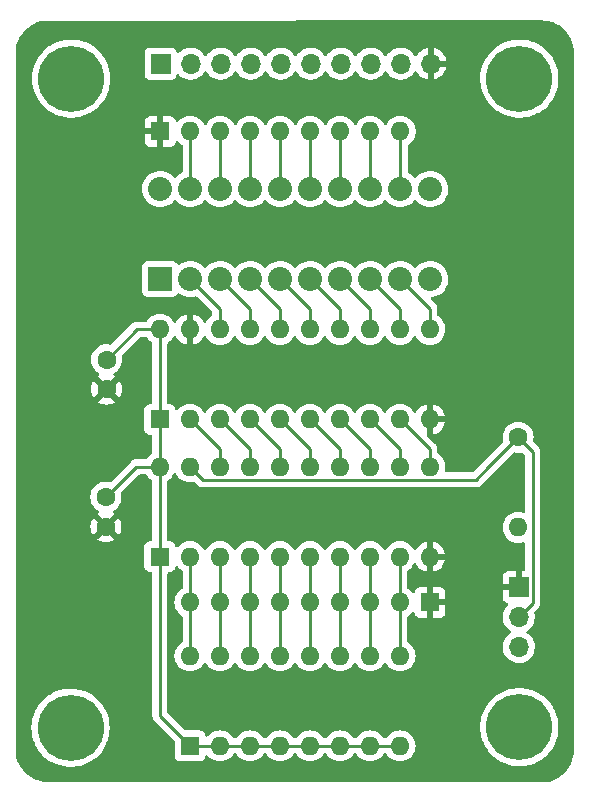
<source format=gbr>
%TF.GenerationSoftware,KiCad,Pcbnew,(6.0.5-0)*%
%TF.CreationDate,2022-07-20T14:51:46+02:00*%
%TF.ProjectId,bus driver,62757320-6472-4697-9665-722e6b696361,rev?*%
%TF.SameCoordinates,Original*%
%TF.FileFunction,Copper,L1,Top*%
%TF.FilePolarity,Positive*%
%FSLAX46Y46*%
G04 Gerber Fmt 4.6, Leading zero omitted, Abs format (unit mm)*
G04 Created by KiCad (PCBNEW (6.0.5-0)) date 2022-07-20 14:51:46*
%MOMM*%
%LPD*%
G01*
G04 APERTURE LIST*
%TA.AperFunction,ComponentPad*%
%ADD10C,1.600000*%
%TD*%
%TA.AperFunction,ComponentPad*%
%ADD11C,5.600000*%
%TD*%
%TA.AperFunction,ComponentPad*%
%ADD12R,1.600000X1.600000*%
%TD*%
%TA.AperFunction,ComponentPad*%
%ADD13O,1.600000X1.600000*%
%TD*%
%TA.AperFunction,ComponentPad*%
%ADD14R,2.032000X2.032000*%
%TD*%
%TA.AperFunction,ComponentPad*%
%ADD15C,2.032000*%
%TD*%
%TA.AperFunction,ComponentPad*%
%ADD16R,1.700000X1.700000*%
%TD*%
%TA.AperFunction,ComponentPad*%
%ADD17O,1.700000X1.700000*%
%TD*%
%TA.AperFunction,Conductor*%
%ADD18C,0.250000*%
%TD*%
G04 APERTURE END LIST*
D10*
%TO.P,C1,1*%
%TO.N,+5V*%
X132727454Y-104871200D03*
%TO.P,C1,2*%
%TO.N,GND*%
X132727454Y-107371200D03*
%TD*%
%TO.P,C2,1*%
%TO.N,+5V*%
X132778254Y-93238000D03*
%TO.P,C2,2*%
%TO.N,GND*%
X132778254Y-95738000D03*
%TD*%
D11*
%TO.P,,1*%
%TO.N,N/C*%
X167728654Y-124358400D03*
%TD*%
D12*
%TO.P,RN2,1,common*%
%TO.N,GND*%
X137322800Y-73914000D03*
D13*
%TO.P,RN2,2,R1*%
%TO.N,Net-(BAR1-Pad19)*%
X139862800Y-73914000D03*
%TO.P,RN2,3,R2*%
%TO.N,Net-(BAR1-Pad18)*%
X142402800Y-73914000D03*
%TO.P,RN2,4,R3*%
%TO.N,Net-(BAR1-Pad17)*%
X144942800Y-73914000D03*
%TO.P,RN2,5,R4*%
%TO.N,Net-(BAR1-Pad16)*%
X147482800Y-73914000D03*
%TO.P,RN2,6,R5*%
%TO.N,Net-(BAR1-Pad15)*%
X150022800Y-73914000D03*
%TO.P,RN2,7,R6*%
%TO.N,Net-(BAR1-Pad14)*%
X152562800Y-73914000D03*
%TO.P,RN2,8,R7*%
%TO.N,Net-(BAR1-Pad13)*%
X155102800Y-73914000D03*
%TO.P,RN2,9,R8*%
%TO.N,Net-(BAR1-Pad12)*%
X157642800Y-73914000D03*
%TD*%
D14*
%TO.P,BAR1,1,A*%
%TO.N,unconnected-(BAR1-Pad1)*%
X137318300Y-86410800D03*
D15*
%TO.P,BAR1,2,A*%
%TO.N,Net-(BAR1-Pad2)*%
X139858300Y-86410800D03*
%TO.P,BAR1,3,A*%
%TO.N,Net-(BAR1-Pad3)*%
X142398300Y-86410800D03*
%TO.P,BAR1,4,A*%
%TO.N,Net-(BAR1-Pad4)*%
X144938300Y-86410800D03*
%TO.P,BAR1,5,A*%
%TO.N,Net-(BAR1-Pad5)*%
X147478300Y-86410800D03*
%TO.P,BAR1,6,A*%
%TO.N,Net-(BAR1-Pad6)*%
X150018300Y-86410800D03*
%TO.P,BAR1,7,A*%
%TO.N,Net-(BAR1-Pad7)*%
X152558300Y-86410800D03*
%TO.P,BAR1,8,A*%
%TO.N,Net-(BAR1-Pad8)*%
X155098300Y-86410800D03*
%TO.P,BAR1,9,A*%
%TO.N,Net-(BAR1-Pad9)*%
X157638300Y-86410800D03*
%TO.P,BAR1,10,A*%
%TO.N,unconnected-(BAR1-Pad10)*%
X160178300Y-86410800D03*
%TO.P,BAR1,11,K*%
%TO.N,unconnected-(BAR1-Pad11)*%
X160178300Y-78790800D03*
%TO.P,BAR1,12,K*%
%TO.N,Net-(BAR1-Pad12)*%
X157638300Y-78790800D03*
%TO.P,BAR1,13,K*%
%TO.N,Net-(BAR1-Pad13)*%
X155098300Y-78790800D03*
%TO.P,BAR1,14,K*%
%TO.N,Net-(BAR1-Pad14)*%
X152558300Y-78790800D03*
%TO.P,BAR1,15,K*%
%TO.N,Net-(BAR1-Pad15)*%
X150018300Y-78790800D03*
%TO.P,BAR1,16,K*%
%TO.N,Net-(BAR1-Pad16)*%
X147478300Y-78790800D03*
%TO.P,BAR1,17,K*%
%TO.N,Net-(BAR1-Pad17)*%
X144938300Y-78790800D03*
%TO.P,BAR1,18,K*%
%TO.N,Net-(BAR1-Pad18)*%
X142398300Y-78790800D03*
%TO.P,BAR1,19,K*%
%TO.N,Net-(BAR1-Pad19)*%
X139858300Y-78790800D03*
%TO.P,BAR1,20,K*%
%TO.N,unconnected-(BAR1-Pad20)*%
X137318300Y-78790800D03*
%TD*%
D12*
%TO.P,SW1,1*%
%TO.N,+5V*%
X139842400Y-125941500D03*
D13*
%TO.P,SW1,2*%
X142382400Y-125941500D03*
%TO.P,SW1,3*%
X144922400Y-125941500D03*
%TO.P,SW1,4*%
X147462400Y-125941500D03*
%TO.P,SW1,5*%
X150002400Y-125941500D03*
%TO.P,SW1,6*%
X152542400Y-125941500D03*
%TO.P,SW1,7*%
X155082400Y-125941500D03*
%TO.P,SW1,8*%
X157622400Y-125941500D03*
%TO.P,SW1,9*%
%TO.N,Net-(RN1-Pad2)*%
X157622400Y-118321500D03*
%TO.P,SW1,10*%
%TO.N,Net-(RN1-Pad3)*%
X155082400Y-118321500D03*
%TO.P,SW1,11*%
%TO.N,Net-(RN1-Pad4)*%
X152542400Y-118321500D03*
%TO.P,SW1,12*%
%TO.N,Net-(RN1-Pad5)*%
X150002400Y-118321500D03*
%TO.P,SW1,13*%
%TO.N,Net-(RN1-Pad6)*%
X147462400Y-118321500D03*
%TO.P,SW1,14*%
%TO.N,Net-(RN1-Pad7)*%
X144922400Y-118321500D03*
%TO.P,SW1,15*%
%TO.N,Net-(RN1-Pad8)*%
X142382400Y-118321500D03*
%TO.P,SW1,16*%
%TO.N,Net-(RN1-Pad9)*%
X139842400Y-118321500D03*
%TD*%
D12*
%TO.P,RN1,1,common*%
%TO.N,GND*%
X160162000Y-113792000D03*
D13*
%TO.P,RN1,2,R1*%
%TO.N,Net-(RN1-Pad2)*%
X157622000Y-113792000D03*
%TO.P,RN1,3,R2*%
%TO.N,Net-(RN1-Pad3)*%
X155082000Y-113792000D03*
%TO.P,RN1,4,R3*%
%TO.N,Net-(RN1-Pad4)*%
X152542000Y-113792000D03*
%TO.P,RN1,5,R4*%
%TO.N,Net-(RN1-Pad5)*%
X150002000Y-113792000D03*
%TO.P,RN1,6,R5*%
%TO.N,Net-(RN1-Pad6)*%
X147462000Y-113792000D03*
%TO.P,RN1,7,R6*%
%TO.N,Net-(RN1-Pad7)*%
X144922000Y-113792000D03*
%TO.P,RN1,8,R7*%
%TO.N,Net-(RN1-Pad8)*%
X142382000Y-113792000D03*
%TO.P,RN1,9,R8*%
%TO.N,Net-(RN1-Pad9)*%
X139842000Y-113792000D03*
%TD*%
D16*
%TO.P,SW2,1,A*%
%TO.N,GND*%
X167677854Y-112486200D03*
D17*
%TO.P,SW2,2,B*%
%TO.N,~{OE}*%
X167677854Y-115026200D03*
%TO.P,SW2,3,C*%
%TO.N,unconnected-(SW2-Pad3)*%
X167677854Y-117566200D03*
%TD*%
D12*
%TO.P,U2,1,A->B*%
%TO.N,+5V*%
X137292000Y-98288000D03*
D13*
%TO.P,U2,2,A0*%
%TO.N,/D7*%
X139832000Y-98288000D03*
%TO.P,U2,3,A1*%
%TO.N,/D6*%
X142372000Y-98288000D03*
%TO.P,U2,4,A2*%
%TO.N,/D5*%
X144912000Y-98288000D03*
%TO.P,U2,5,A3*%
%TO.N,/D4*%
X147452000Y-98288000D03*
%TO.P,U2,6,A4*%
%TO.N,/D3*%
X149992000Y-98288000D03*
%TO.P,U2,7,A5*%
%TO.N,/D2*%
X152532000Y-98288000D03*
%TO.P,U2,8,A6*%
%TO.N,/D1*%
X155072000Y-98288000D03*
%TO.P,U2,9,A7*%
%TO.N,/D0*%
X157612000Y-98288000D03*
%TO.P,U2,10,GND*%
%TO.N,GND*%
X160152000Y-98288000D03*
%TO.P,U2,11,B7*%
%TO.N,Net-(BAR1-Pad9)*%
X160152000Y-90668000D03*
%TO.P,U2,12,B6*%
%TO.N,Net-(BAR1-Pad8)*%
X157612000Y-90668000D03*
%TO.P,U2,13,B5*%
%TO.N,Net-(BAR1-Pad7)*%
X155072000Y-90668000D03*
%TO.P,U2,14,B4*%
%TO.N,Net-(BAR1-Pad6)*%
X152532000Y-90668000D03*
%TO.P,U2,15,B3*%
%TO.N,Net-(BAR1-Pad5)*%
X149992000Y-90668000D03*
%TO.P,U2,16,B2*%
%TO.N,Net-(BAR1-Pad4)*%
X147452000Y-90668000D03*
%TO.P,U2,17,B1*%
%TO.N,Net-(BAR1-Pad3)*%
X144912000Y-90668000D03*
%TO.P,U2,18,B0*%
%TO.N,Net-(BAR1-Pad2)*%
X142372000Y-90668000D03*
%TO.P,U2,19,CE*%
%TO.N,GND*%
X139832000Y-90668000D03*
%TO.P,U2,20,VCC*%
%TO.N,+5V*%
X137292000Y-90668000D03*
%TD*%
D10*
%TO.P,R1,1*%
%TO.N,~{OE}*%
X167627054Y-99822000D03*
D13*
%TO.P,R1,2*%
%TO.N,+5V*%
X167627054Y-107442000D03*
%TD*%
D11*
%TO.P,,1*%
%TO.N,N/C*%
X167728654Y-69443600D03*
%TD*%
D16*
%TO.P,J1,1,Pin_1*%
%TO.N,+5V*%
X137350254Y-68173600D03*
D17*
%TO.P,J1,2,Pin_2*%
%TO.N,/D7*%
X139890254Y-68173600D03*
%TO.P,J1,3,Pin_3*%
%TO.N,/D6*%
X142430254Y-68173600D03*
%TO.P,J1,4,Pin_4*%
%TO.N,/D5*%
X144970254Y-68173600D03*
%TO.P,J1,5,Pin_5*%
%TO.N,/D4*%
X147510254Y-68173600D03*
%TO.P,J1,6,Pin_6*%
%TO.N,/D3*%
X150050254Y-68173600D03*
%TO.P,J1,7,Pin_7*%
%TO.N,/D2*%
X152590254Y-68173600D03*
%TO.P,J1,8,Pin_8*%
%TO.N,/D1*%
X155130254Y-68173600D03*
%TO.P,J1,9,Pin_9*%
%TO.N,/D0*%
X157670254Y-68173600D03*
%TO.P,J1,10,Pin_10*%
%TO.N,GND*%
X160210254Y-68173600D03*
%TD*%
D11*
%TO.P,,1*%
%TO.N,N/C*%
X129781054Y-69443600D03*
%TD*%
%TO.P,,1*%
%TO.N,N/C*%
X129730254Y-124409200D03*
%TD*%
D12*
%TO.P,U1,1,A->B*%
%TO.N,+5V*%
X137292000Y-109921200D03*
D13*
%TO.P,U1,2,A0*%
%TO.N,Net-(RN1-Pad9)*%
X139832000Y-109921200D03*
%TO.P,U1,3,A1*%
%TO.N,Net-(RN1-Pad8)*%
X142372000Y-109921200D03*
%TO.P,U1,4,A2*%
%TO.N,Net-(RN1-Pad7)*%
X144912000Y-109921200D03*
%TO.P,U1,5,A3*%
%TO.N,Net-(RN1-Pad6)*%
X147452000Y-109921200D03*
%TO.P,U1,6,A4*%
%TO.N,Net-(RN1-Pad5)*%
X149992000Y-109921200D03*
%TO.P,U1,7,A5*%
%TO.N,Net-(RN1-Pad4)*%
X152532000Y-109921200D03*
%TO.P,U1,8,A6*%
%TO.N,Net-(RN1-Pad3)*%
X155072000Y-109921200D03*
%TO.P,U1,9,A7*%
%TO.N,Net-(RN1-Pad2)*%
X157612000Y-109921200D03*
%TO.P,U1,10,GND*%
%TO.N,GND*%
X160152000Y-109921200D03*
%TO.P,U1,11,B7*%
%TO.N,/D0*%
X160152000Y-102301200D03*
%TO.P,U1,12,B6*%
%TO.N,/D1*%
X157612000Y-102301200D03*
%TO.P,U1,13,B5*%
%TO.N,/D2*%
X155072000Y-102301200D03*
%TO.P,U1,14,B4*%
%TO.N,/D3*%
X152532000Y-102301200D03*
%TO.P,U1,15,B3*%
%TO.N,/D4*%
X149992000Y-102301200D03*
%TO.P,U1,16,B2*%
%TO.N,/D5*%
X147452000Y-102301200D03*
%TO.P,U1,17,B1*%
%TO.N,/D6*%
X144912000Y-102301200D03*
%TO.P,U1,18,B0*%
%TO.N,/D7*%
X142372000Y-102301200D03*
%TO.P,U1,19,CE*%
%TO.N,~{OE}*%
X139832000Y-102301200D03*
%TO.P,U1,20,VCC*%
%TO.N,+5V*%
X137292000Y-102301200D03*
%TD*%
D18*
%TO.N,Net-(BAR1-Pad2)*%
X142372000Y-88924500D02*
X139858300Y-86410800D01*
X142372000Y-90668000D02*
X142372000Y-88924500D01*
%TO.N,Net-(BAR1-Pad3)*%
X144912000Y-90668000D02*
X144912000Y-88924500D01*
X144912000Y-88924500D02*
X142398300Y-86410800D01*
%TO.N,Net-(BAR1-Pad4)*%
X147452000Y-88924500D02*
X144938300Y-86410800D01*
X147452000Y-90668000D02*
X147452000Y-88924500D01*
%TO.N,Net-(BAR1-Pad5)*%
X149992000Y-90668000D02*
X149992000Y-88924500D01*
X149992000Y-88924500D02*
X147478300Y-86410800D01*
%TO.N,Net-(BAR1-Pad6)*%
X152532000Y-88924500D02*
X150018300Y-86410800D01*
X152532000Y-90668000D02*
X152532000Y-88924500D01*
%TO.N,Net-(BAR1-Pad7)*%
X155072000Y-88924500D02*
X152558300Y-86410800D01*
X155072000Y-90668000D02*
X155072000Y-88924500D01*
%TO.N,Net-(BAR1-Pad8)*%
X157612000Y-90668000D02*
X157612000Y-88924500D01*
X157612000Y-88924500D02*
X155098300Y-86410800D01*
%TO.N,Net-(BAR1-Pad13)*%
X155098300Y-78790800D02*
X155098300Y-73918500D01*
X155098300Y-73918500D02*
X155102800Y-73914000D01*
%TO.N,Net-(BAR1-Pad14)*%
X152558300Y-73918500D02*
X152562800Y-73914000D01*
X152558300Y-78790800D02*
X152558300Y-73918500D01*
%TO.N,Net-(BAR1-Pad15)*%
X150018300Y-73918500D02*
X150022800Y-73914000D01*
X150018300Y-78790800D02*
X150018300Y-73918500D01*
%TO.N,Net-(BAR1-Pad16)*%
X147478300Y-78790800D02*
X147478300Y-73918500D01*
X147478300Y-73918500D02*
X147482800Y-73914000D01*
%TO.N,Net-(BAR1-Pad17)*%
X144938300Y-78790800D02*
X144938300Y-73918500D01*
X144938300Y-73918500D02*
X144942800Y-73914000D01*
%TO.N,Net-(BAR1-Pad18)*%
X142398300Y-73918500D02*
X142402800Y-73914000D01*
X142398300Y-78790800D02*
X142398300Y-73918500D01*
%TO.N,Net-(BAR1-Pad19)*%
X139858300Y-73918500D02*
X139862800Y-73914000D01*
X139858300Y-78790800D02*
X139858300Y-73918500D01*
%TO.N,Net-(RN1-Pad2)*%
X157622000Y-109931200D02*
X157612000Y-109921200D01*
X157622000Y-113792000D02*
X157622000Y-109931200D01*
X157622400Y-118321500D02*
X157622400Y-113792400D01*
X157622400Y-113792400D02*
X157622000Y-113792000D01*
%TO.N,Net-(RN1-Pad3)*%
X155082400Y-118321500D02*
X155082400Y-113792400D01*
X155082000Y-109931200D02*
X155072000Y-109921200D01*
X155082400Y-113792400D02*
X155082000Y-113792000D01*
X155082000Y-113792000D02*
X155082000Y-109931200D01*
%TO.N,Net-(RN1-Pad4)*%
X152542000Y-109931200D02*
X152532000Y-109921200D01*
X152542000Y-113792000D02*
X152542000Y-109931200D01*
X152542400Y-118321500D02*
X152542400Y-113792400D01*
X152542400Y-113792400D02*
X152542000Y-113792000D01*
%TO.N,Net-(RN1-Pad5)*%
X150002400Y-118321500D02*
X150002400Y-113792400D01*
X150002000Y-113792000D02*
X150002000Y-109931200D01*
X150002000Y-109931200D02*
X149992000Y-109921200D01*
X150002400Y-113792400D02*
X150002000Y-113792000D01*
%TO.N,Net-(RN1-Pad6)*%
X147462400Y-118321500D02*
X147462400Y-113792400D01*
X147462000Y-109931200D02*
X147452000Y-109921200D01*
X147462400Y-113792400D02*
X147462000Y-113792000D01*
X147462000Y-113792000D02*
X147462000Y-109931200D01*
%TO.N,Net-(RN1-Pad7)*%
X144922400Y-118321500D02*
X144922400Y-113792400D01*
X144922400Y-113792400D02*
X144922000Y-113792000D01*
X144922000Y-109931200D02*
X144912000Y-109921200D01*
X144922000Y-113792000D02*
X144922000Y-109931200D01*
%TO.N,Net-(RN1-Pad8)*%
X142382400Y-118321500D02*
X142382400Y-113792400D01*
X142382400Y-113792400D02*
X142382000Y-113792000D01*
X142382000Y-109931200D02*
X142372000Y-109921200D01*
X142382000Y-113792000D02*
X142382000Y-109931200D01*
%TO.N,Net-(RN1-Pad9)*%
X139842400Y-118321500D02*
X139842400Y-113792400D01*
X139842000Y-113792000D02*
X139842000Y-109931200D01*
X139842400Y-113792400D02*
X139842000Y-113792000D01*
X139842000Y-109931200D02*
X139832000Y-109921200D01*
%TO.N,+5V*%
X137292000Y-109921200D02*
X137292000Y-90668000D01*
X139842400Y-125941500D02*
X157622400Y-125941500D01*
X137292000Y-90668000D02*
X135348254Y-90668000D01*
X137292000Y-102301200D02*
X135297454Y-102301200D01*
X137292000Y-98288000D02*
X137292000Y-97751746D01*
X135348254Y-90668000D02*
X132778254Y-93238000D01*
X137292000Y-123391100D02*
X137292000Y-109921200D01*
X135297454Y-102301200D02*
X132727454Y-104871200D01*
X139842400Y-125941500D02*
X137292000Y-123391100D01*
%TO.N,~{OE}*%
X164036289Y-103425711D02*
X140956511Y-103425711D01*
X140956511Y-103425711D02*
X139832000Y-102301200D01*
X168852365Y-113851689D02*
X168852365Y-101047311D01*
X167677854Y-115026200D02*
X168852365Y-113851689D01*
X165100000Y-102349054D02*
X165100000Y-102362000D01*
X167627054Y-99822000D02*
X165100000Y-102349054D01*
X168852365Y-101047311D02*
X167627054Y-99822000D01*
X165100000Y-102362000D02*
X164036289Y-103425711D01*
%TO.N,/D0*%
X160152000Y-102301200D02*
X160152000Y-100828000D01*
X160152000Y-100828000D02*
X157612000Y-98288000D01*
%TO.N,/D1*%
X157612000Y-100828000D02*
X155072000Y-98288000D01*
X157612000Y-102301200D02*
X157612000Y-100828000D01*
%TO.N,/D2*%
X155072000Y-100828000D02*
X152532000Y-98288000D01*
X155072000Y-102301200D02*
X155072000Y-100828000D01*
%TO.N,/D3*%
X152532000Y-102301200D02*
X152532000Y-100828000D01*
X152532000Y-100828000D02*
X149992000Y-98288000D01*
%TO.N,/D4*%
X149992000Y-102301200D02*
X149992000Y-100828000D01*
X149992000Y-100828000D02*
X147452000Y-98288000D01*
%TO.N,/D5*%
X147452000Y-102301200D02*
X147452000Y-100828000D01*
X147452000Y-100828000D02*
X144912000Y-98288000D01*
%TO.N,/D6*%
X144912000Y-100828000D02*
X142372000Y-98288000D01*
X144912000Y-102301200D02*
X144912000Y-100828000D01*
%TO.N,/D7*%
X142372000Y-102301200D02*
X142372000Y-100828000D01*
X142372000Y-100828000D02*
X139832000Y-98288000D01*
%TO.N,Net-(BAR1-Pad9)*%
X160152000Y-88924500D02*
X157638300Y-86410800D01*
X160152000Y-90668000D02*
X160152000Y-88924500D01*
%TO.N,Net-(BAR1-Pad12)*%
X157638300Y-78790800D02*
X157638300Y-73918500D01*
X157638300Y-73918500D02*
X157642800Y-73914000D01*
%TD*%
%TA.AperFunction,Conductor*%
%TO.N,GND*%
G36*
X169578378Y-64518016D02*
G01*
X169581308Y-64518472D01*
X169601985Y-64521691D01*
X169610887Y-64520527D01*
X169610890Y-64520527D01*
X169619979Y-64519338D01*
X169643379Y-64518472D01*
X169908292Y-64533345D01*
X169922318Y-64534925D01*
X170134632Y-64570996D01*
X170211600Y-64584073D01*
X170225375Y-64587217D01*
X170507331Y-64668443D01*
X170520668Y-64673110D01*
X170567865Y-64692659D01*
X170791757Y-64785396D01*
X170804471Y-64791518D01*
X171061294Y-64933456D01*
X171073250Y-64940968D01*
X171312565Y-65110768D01*
X171323601Y-65119570D01*
X171392154Y-65180831D01*
X171542393Y-65315091D01*
X171552383Y-65325081D01*
X171563935Y-65338007D01*
X171747903Y-65543865D01*
X171756713Y-65554912D01*
X171926506Y-65794210D01*
X171934024Y-65806174D01*
X172075960Y-66062984D01*
X172082091Y-66075715D01*
X172194380Y-66346803D01*
X172199046Y-66360139D01*
X172280273Y-66642080D01*
X172283418Y-66655856D01*
X172291161Y-66701425D01*
X172330038Y-66930238D01*
X172332569Y-66945136D01*
X172334151Y-66959173D01*
X172338792Y-67041822D01*
X172348606Y-67216574D01*
X172347304Y-67243020D01*
X172347145Y-67244044D01*
X172347145Y-67244049D01*
X172345763Y-67252924D01*
X172346927Y-67261826D01*
X172346927Y-67261828D01*
X172349890Y-67284483D01*
X172350954Y-67300821D01*
X172350954Y-126239433D01*
X172349454Y-126258818D01*
X172347144Y-126273651D01*
X172347144Y-126273655D01*
X172345763Y-126282524D01*
X172348116Y-126300520D01*
X172348982Y-126323916D01*
X172334832Y-126575880D01*
X172334105Y-126588818D01*
X172332524Y-126602854D01*
X172284387Y-126886166D01*
X172283375Y-126892124D01*
X172280232Y-126905897D01*
X172202729Y-127174915D01*
X172199002Y-127187850D01*
X172194334Y-127201187D01*
X172082046Y-127472269D01*
X172075916Y-127484999D01*
X171933985Y-127741802D01*
X171926467Y-127753766D01*
X171756677Y-127993060D01*
X171747867Y-128004107D01*
X171552356Y-128222881D01*
X171542365Y-128232873D01*
X171323572Y-128428395D01*
X171312527Y-128437202D01*
X171073226Y-128606993D01*
X171061270Y-128614505D01*
X170971982Y-128663852D01*
X170804459Y-128756436D01*
X170791729Y-128762566D01*
X170520652Y-128874846D01*
X170507315Y-128879513D01*
X170225365Y-128960738D01*
X170211590Y-128963882D01*
X170135275Y-128976848D01*
X169922313Y-129013029D01*
X169908287Y-129014609D01*
X169650448Y-129029086D01*
X169623995Y-129027782D01*
X169623411Y-129027691D01*
X169614537Y-129026309D01*
X169605634Y-129027473D01*
X169605632Y-129027473D01*
X169583066Y-129030423D01*
X169566694Y-129031486D01*
X127862230Y-129018570D01*
X127842882Y-129017070D01*
X127827947Y-129014744D01*
X127827944Y-129014744D01*
X127819076Y-129013363D01*
X127801080Y-129015716D01*
X127777684Y-129016582D01*
X127512778Y-129001705D01*
X127498746Y-129000124D01*
X127209472Y-128950974D01*
X127195703Y-128947832D01*
X126913746Y-128866601D01*
X126900413Y-128861934D01*
X126629331Y-128749646D01*
X126616601Y-128743516D01*
X126359798Y-128601585D01*
X126347834Y-128594067D01*
X126108540Y-128424277D01*
X126097493Y-128415467D01*
X125878719Y-128219956D01*
X125868727Y-128209965D01*
X125684764Y-128004107D01*
X125673204Y-127991170D01*
X125664396Y-127980125D01*
X125494610Y-127740831D01*
X125487092Y-127728866D01*
X125480384Y-127716727D01*
X125414421Y-127597374D01*
X125345164Y-127472059D01*
X125339034Y-127459329D01*
X125226754Y-127188252D01*
X125222087Y-127174915D01*
X125140862Y-126892965D01*
X125137718Y-126879190D01*
X125103426Y-126677350D01*
X125088571Y-126589913D01*
X125086990Y-126575880D01*
X125086941Y-126575000D01*
X125072514Y-126318048D01*
X125073818Y-126291595D01*
X125073909Y-126291011D01*
X125075291Y-126282137D01*
X125071163Y-126250565D01*
X125070100Y-126234230D01*
X125070100Y-124397634D01*
X126416915Y-124397634D01*
X126435046Y-124755540D01*
X126435583Y-124758895D01*
X126435584Y-124758901D01*
X126463333Y-124932143D01*
X126491724Y-125109395D01*
X126586287Y-125455059D01*
X126685962Y-125708098D01*
X126710015Y-125769160D01*
X126717628Y-125788488D01*
X126748405Y-125847109D01*
X126873139Y-126084692D01*
X126884211Y-126105782D01*
X126886112Y-126108611D01*
X126886118Y-126108621D01*
X127015066Y-126300514D01*
X127084088Y-126403229D01*
X127314919Y-126677350D01*
X127574005Y-126924938D01*
X127858315Y-127143097D01*
X127943103Y-127194649D01*
X128161609Y-127327503D01*
X128161614Y-127327506D01*
X128164524Y-127329275D01*
X128167612Y-127330721D01*
X128167611Y-127330721D01*
X128485964Y-127479849D01*
X128485974Y-127479853D01*
X128489048Y-127481293D01*
X128492266Y-127482395D01*
X128492269Y-127482396D01*
X128824869Y-127596271D01*
X128824877Y-127596273D01*
X128828092Y-127597374D01*
X129177689Y-127676159D01*
X129229982Y-127682117D01*
X129530368Y-127716342D01*
X129530376Y-127716342D01*
X129533751Y-127716727D01*
X129537155Y-127716745D01*
X129537158Y-127716745D01*
X129731481Y-127717762D01*
X129892111Y-127718603D01*
X129895497Y-127718253D01*
X129895499Y-127718253D01*
X130245186Y-127682117D01*
X130245195Y-127682116D01*
X130248578Y-127681766D01*
X130251911Y-127681052D01*
X130251914Y-127681051D01*
X130485538Y-127630966D01*
X130598981Y-127606646D01*
X130939222Y-127494122D01*
X131265320Y-127345511D01*
X131436119Y-127244098D01*
X131570516Y-127164299D01*
X131570521Y-127164296D01*
X131573461Y-127162550D01*
X131860040Y-126947380D01*
X132121705Y-126702519D01*
X132355394Y-126430830D01*
X132470538Y-126263295D01*
X132556444Y-126138301D01*
X132556449Y-126138294D01*
X132558374Y-126135492D01*
X132559986Y-126132498D01*
X132559991Y-126132490D01*
X132726649Y-125822972D01*
X132728271Y-125819960D01*
X132846456Y-125528904D01*
X132861816Y-125491077D01*
X132861818Y-125491072D01*
X132863096Y-125487924D01*
X132873396Y-125451768D01*
X132929654Y-125254271D01*
X132961274Y-125143270D01*
X132978589Y-125041971D01*
X133021083Y-124793375D01*
X133021083Y-124793373D01*
X133021655Y-124790028D01*
X133022706Y-124772858D01*
X133043422Y-124434128D01*
X133043532Y-124432331D01*
X133043613Y-124409200D01*
X133024233Y-124051359D01*
X132966320Y-123697705D01*
X132870551Y-123352373D01*
X132867497Y-123344697D01*
X132739306Y-123022569D01*
X132738047Y-123019405D01*
X132704005Y-122955111D01*
X132571956Y-122705713D01*
X132571952Y-122705706D01*
X132570357Y-122702694D01*
X132369444Y-122405946D01*
X132328758Y-122357970D01*
X132273760Y-122293119D01*
X132137657Y-122132632D01*
X131877708Y-121885950D01*
X131592638Y-121668785D01*
X131589726Y-121667028D01*
X131589721Y-121667025D01*
X131288697Y-121485436D01*
X131288691Y-121485433D01*
X131285782Y-121483678D01*
X130960729Y-121332793D01*
X130791006Y-121275345D01*
X130624509Y-121218989D01*
X130624504Y-121218988D01*
X130621282Y-121217897D01*
X130392140Y-121167097D01*
X130274747Y-121141071D01*
X130274741Y-121141070D01*
X130271412Y-121140332D01*
X130268023Y-121139958D01*
X130268018Y-121139957D01*
X129918592Y-121101380D01*
X129918587Y-121101380D01*
X129915211Y-121101007D01*
X129911812Y-121101001D01*
X129911811Y-121101001D01*
X129742334Y-121100705D01*
X129556846Y-121100382D01*
X129443667Y-121112477D01*
X129203893Y-121138101D01*
X129203885Y-121138102D01*
X129200510Y-121138463D01*
X128850371Y-121214806D01*
X128510525Y-121328517D01*
X128507432Y-121329939D01*
X128507431Y-121329940D01*
X128501228Y-121332793D01*
X128184948Y-121478266D01*
X128182014Y-121480022D01*
X128182012Y-121480023D01*
X127948049Y-121620047D01*
X127877447Y-121662301D01*
X127874721Y-121664363D01*
X127874719Y-121664364D01*
X127645805Y-121837491D01*
X127591621Y-121878470D01*
X127330813Y-122124243D01*
X127098073Y-122396746D01*
X127096154Y-122399558D01*
X127096151Y-122399563D01*
X127002878Y-122536297D01*
X126896125Y-122692791D01*
X126727331Y-123008914D01*
X126593665Y-123341418D01*
X126592745Y-123344692D01*
X126592743Y-123344697D01*
X126506500Y-123651517D01*
X126496691Y-123686413D01*
X126496129Y-123689770D01*
X126496129Y-123689771D01*
X126495866Y-123691346D01*
X126437544Y-124039863D01*
X126416915Y-124397634D01*
X125070100Y-124397634D01*
X125070100Y-108457262D01*
X132005947Y-108457262D01*
X132015243Y-108469277D01*
X132066448Y-108505131D01*
X132075943Y-108510614D01*
X132273401Y-108602690D01*
X132283693Y-108606436D01*
X132494142Y-108662825D01*
X132504935Y-108664728D01*
X132721979Y-108683717D01*
X132732929Y-108683717D01*
X132949973Y-108664728D01*
X132960766Y-108662825D01*
X133171215Y-108606436D01*
X133181507Y-108602690D01*
X133378965Y-108510614D01*
X133388460Y-108505131D01*
X133440502Y-108468691D01*
X133448878Y-108458212D01*
X133441810Y-108444766D01*
X132740266Y-107743222D01*
X132726322Y-107735608D01*
X132724489Y-107735739D01*
X132717874Y-107739990D01*
X132012377Y-108445487D01*
X132005947Y-108457262D01*
X125070100Y-108457262D01*
X125070100Y-107376675D01*
X131414937Y-107376675D01*
X131433926Y-107593719D01*
X131435829Y-107604512D01*
X131492218Y-107814961D01*
X131495964Y-107825253D01*
X131588040Y-108022711D01*
X131593523Y-108032206D01*
X131629963Y-108084248D01*
X131640442Y-108092624D01*
X131653888Y-108085556D01*
X132355432Y-107384012D01*
X132361810Y-107372332D01*
X133091862Y-107372332D01*
X133091993Y-107374165D01*
X133096244Y-107380780D01*
X133801741Y-108086277D01*
X133813516Y-108092707D01*
X133825531Y-108083411D01*
X133861385Y-108032206D01*
X133866868Y-108022711D01*
X133958944Y-107825253D01*
X133962690Y-107814961D01*
X134019079Y-107604512D01*
X134020982Y-107593719D01*
X134039971Y-107376675D01*
X134039971Y-107365725D01*
X134020982Y-107148681D01*
X134019079Y-107137888D01*
X133962690Y-106927439D01*
X133958944Y-106917147D01*
X133866868Y-106719689D01*
X133861385Y-106710194D01*
X133824945Y-106658152D01*
X133814466Y-106649776D01*
X133801020Y-106656844D01*
X133099476Y-107358388D01*
X133091862Y-107372332D01*
X132361810Y-107372332D01*
X132363046Y-107370068D01*
X132362915Y-107368235D01*
X132358664Y-107361620D01*
X131653167Y-106656123D01*
X131641392Y-106649693D01*
X131629377Y-106658989D01*
X131593523Y-106710194D01*
X131588040Y-106719689D01*
X131495964Y-106917147D01*
X131492218Y-106927439D01*
X131435829Y-107137888D01*
X131433926Y-107148681D01*
X131414937Y-107365725D01*
X131414937Y-107376675D01*
X125070100Y-107376675D01*
X125070100Y-104871200D01*
X131413956Y-104871200D01*
X131433911Y-105099287D01*
X131493170Y-105320443D01*
X131495493Y-105325424D01*
X131495493Y-105325425D01*
X131587605Y-105522962D01*
X131587608Y-105522967D01*
X131589931Y-105527949D01*
X131721256Y-105715500D01*
X131883154Y-105877398D01*
X131887662Y-105880555D01*
X131887665Y-105880557D01*
X131991330Y-105953144D01*
X132070705Y-106008723D01*
X132075689Y-106011047D01*
X132077982Y-106012371D01*
X132126975Y-106063753D01*
X132140411Y-106133467D01*
X132114025Y-106199378D01*
X132077982Y-106230609D01*
X132066452Y-106237266D01*
X132014406Y-106273709D01*
X132006030Y-106284188D01*
X132013098Y-106297634D01*
X132714642Y-106999178D01*
X132728586Y-107006792D01*
X132730419Y-107006661D01*
X132737034Y-107002410D01*
X133442531Y-106296913D01*
X133448961Y-106285138D01*
X133439665Y-106273123D01*
X133388456Y-106237266D01*
X133376926Y-106230609D01*
X133327933Y-106179227D01*
X133314496Y-106109513D01*
X133340883Y-106043602D01*
X133376926Y-106012371D01*
X133379219Y-106011047D01*
X133384203Y-106008723D01*
X133463578Y-105953144D01*
X133567243Y-105880557D01*
X133567246Y-105880555D01*
X133571754Y-105877398D01*
X133733652Y-105715500D01*
X133864977Y-105527949D01*
X133867300Y-105522967D01*
X133867303Y-105522962D01*
X133959415Y-105325425D01*
X133959415Y-105325424D01*
X133961738Y-105320443D01*
X134020997Y-105099287D01*
X134040952Y-104871200D01*
X134020997Y-104643113D01*
X134019573Y-104637798D01*
X134019572Y-104637791D01*
X134003995Y-104579659D01*
X134005684Y-104508683D01*
X134036606Y-104457952D01*
X135522954Y-102971605D01*
X135585266Y-102937579D01*
X135612049Y-102934700D01*
X136072606Y-102934700D01*
X136140727Y-102954702D01*
X136175819Y-102988429D01*
X136285802Y-103145500D01*
X136447700Y-103307398D01*
X136452208Y-103310555D01*
X136452211Y-103310557D01*
X136604771Y-103417381D01*
X136649099Y-103472838D01*
X136658500Y-103520594D01*
X136658500Y-108486700D01*
X136638498Y-108554821D01*
X136584842Y-108601314D01*
X136532500Y-108612700D01*
X136443866Y-108612700D01*
X136381684Y-108619455D01*
X136245295Y-108670585D01*
X136128739Y-108757939D01*
X136041385Y-108874495D01*
X135990255Y-109010884D01*
X135983500Y-109073066D01*
X135983500Y-110769334D01*
X135990255Y-110831516D01*
X136041385Y-110967905D01*
X136128739Y-111084461D01*
X136245295Y-111171815D01*
X136381684Y-111222945D01*
X136443866Y-111229700D01*
X136532500Y-111229700D01*
X136600621Y-111249702D01*
X136647114Y-111303358D01*
X136658500Y-111355700D01*
X136658500Y-123312333D01*
X136657973Y-123323516D01*
X136656298Y-123331009D01*
X136656547Y-123338935D01*
X136656547Y-123338936D01*
X136658438Y-123399086D01*
X136658500Y-123403045D01*
X136658500Y-123430956D01*
X136658997Y-123434890D01*
X136658997Y-123434891D01*
X136659005Y-123434956D01*
X136659938Y-123446793D01*
X136661327Y-123490989D01*
X136666978Y-123510439D01*
X136670987Y-123529800D01*
X136673526Y-123549897D01*
X136676445Y-123557268D01*
X136676445Y-123557270D01*
X136689804Y-123591012D01*
X136693649Y-123602242D01*
X136705982Y-123644693D01*
X136710015Y-123651512D01*
X136710017Y-123651517D01*
X136716293Y-123662128D01*
X136724988Y-123679876D01*
X136732448Y-123698717D01*
X136737110Y-123705133D01*
X136737110Y-123705134D01*
X136758436Y-123734487D01*
X136764952Y-123744407D01*
X136787458Y-123782462D01*
X136801779Y-123796783D01*
X136814619Y-123811816D01*
X136826528Y-123828207D01*
X136832634Y-123833258D01*
X136860605Y-123856398D01*
X136869384Y-123864388D01*
X138496995Y-125491999D01*
X138531021Y-125554311D01*
X138533900Y-125581094D01*
X138533900Y-126789634D01*
X138540655Y-126851816D01*
X138591785Y-126988205D01*
X138679139Y-127104761D01*
X138795695Y-127192115D01*
X138932084Y-127243245D01*
X138994266Y-127250000D01*
X140690534Y-127250000D01*
X140752716Y-127243245D01*
X140889105Y-127192115D01*
X141005661Y-127104761D01*
X141093015Y-126988205D01*
X141144145Y-126851816D01*
X141145317Y-126841026D01*
X141146203Y-126838894D01*
X141146825Y-126836278D01*
X141147248Y-126836379D01*
X141172555Y-126775465D01*
X141230917Y-126735037D01*
X141301871Y-126732578D01*
X141362890Y-126768871D01*
X141369889Y-126777531D01*
X141373043Y-126781289D01*
X141376202Y-126785800D01*
X141538100Y-126947698D01*
X141542608Y-126950855D01*
X141542611Y-126950857D01*
X141583942Y-126979797D01*
X141725651Y-127079023D01*
X141730633Y-127081346D01*
X141730638Y-127081349D01*
X141904776Y-127162550D01*
X141933157Y-127175784D01*
X141938465Y-127177206D01*
X141938467Y-127177207D01*
X142148998Y-127233619D01*
X142149000Y-127233619D01*
X142154313Y-127235043D01*
X142382400Y-127254998D01*
X142610487Y-127235043D01*
X142615800Y-127233619D01*
X142615802Y-127233619D01*
X142826333Y-127177207D01*
X142826335Y-127177206D01*
X142831643Y-127175784D01*
X142860024Y-127162550D01*
X143034162Y-127081349D01*
X143034167Y-127081346D01*
X143039149Y-127079023D01*
X143180858Y-126979797D01*
X143222189Y-126950857D01*
X143222192Y-126950855D01*
X143226700Y-126947698D01*
X143388598Y-126785800D01*
X143445286Y-126704842D01*
X143498581Y-126628729D01*
X143554038Y-126584401D01*
X143601794Y-126575000D01*
X143703006Y-126575000D01*
X143771127Y-126595002D01*
X143806219Y-126628729D01*
X143859514Y-126704842D01*
X143916202Y-126785800D01*
X144078100Y-126947698D01*
X144082608Y-126950855D01*
X144082611Y-126950857D01*
X144123942Y-126979797D01*
X144265651Y-127079023D01*
X144270633Y-127081346D01*
X144270638Y-127081349D01*
X144444776Y-127162550D01*
X144473157Y-127175784D01*
X144478465Y-127177206D01*
X144478467Y-127177207D01*
X144688998Y-127233619D01*
X144689000Y-127233619D01*
X144694313Y-127235043D01*
X144922400Y-127254998D01*
X145150487Y-127235043D01*
X145155800Y-127233619D01*
X145155802Y-127233619D01*
X145366333Y-127177207D01*
X145366335Y-127177206D01*
X145371643Y-127175784D01*
X145400024Y-127162550D01*
X145574162Y-127081349D01*
X145574167Y-127081346D01*
X145579149Y-127079023D01*
X145720858Y-126979797D01*
X145762189Y-126950857D01*
X145762192Y-126950855D01*
X145766700Y-126947698D01*
X145928598Y-126785800D01*
X145985286Y-126704842D01*
X146038581Y-126628729D01*
X146094038Y-126584401D01*
X146141794Y-126575000D01*
X146243006Y-126575000D01*
X146311127Y-126595002D01*
X146346219Y-126628729D01*
X146399514Y-126704842D01*
X146456202Y-126785800D01*
X146618100Y-126947698D01*
X146622608Y-126950855D01*
X146622611Y-126950857D01*
X146663942Y-126979797D01*
X146805651Y-127079023D01*
X146810633Y-127081346D01*
X146810638Y-127081349D01*
X146984776Y-127162550D01*
X147013157Y-127175784D01*
X147018465Y-127177206D01*
X147018467Y-127177207D01*
X147228998Y-127233619D01*
X147229000Y-127233619D01*
X147234313Y-127235043D01*
X147462400Y-127254998D01*
X147690487Y-127235043D01*
X147695800Y-127233619D01*
X147695802Y-127233619D01*
X147906333Y-127177207D01*
X147906335Y-127177206D01*
X147911643Y-127175784D01*
X147940024Y-127162550D01*
X148114162Y-127081349D01*
X148114167Y-127081346D01*
X148119149Y-127079023D01*
X148260858Y-126979797D01*
X148302189Y-126950857D01*
X148302192Y-126950855D01*
X148306700Y-126947698D01*
X148468598Y-126785800D01*
X148525286Y-126704842D01*
X148578581Y-126628729D01*
X148634038Y-126584401D01*
X148681794Y-126575000D01*
X148783006Y-126575000D01*
X148851127Y-126595002D01*
X148886219Y-126628729D01*
X148939514Y-126704842D01*
X148996202Y-126785800D01*
X149158100Y-126947698D01*
X149162608Y-126950855D01*
X149162611Y-126950857D01*
X149203942Y-126979797D01*
X149345651Y-127079023D01*
X149350633Y-127081346D01*
X149350638Y-127081349D01*
X149524776Y-127162550D01*
X149553157Y-127175784D01*
X149558465Y-127177206D01*
X149558467Y-127177207D01*
X149768998Y-127233619D01*
X149769000Y-127233619D01*
X149774313Y-127235043D01*
X150002400Y-127254998D01*
X150230487Y-127235043D01*
X150235800Y-127233619D01*
X150235802Y-127233619D01*
X150446333Y-127177207D01*
X150446335Y-127177206D01*
X150451643Y-127175784D01*
X150480024Y-127162550D01*
X150654162Y-127081349D01*
X150654167Y-127081346D01*
X150659149Y-127079023D01*
X150800858Y-126979797D01*
X150842189Y-126950857D01*
X150842192Y-126950855D01*
X150846700Y-126947698D01*
X151008598Y-126785800D01*
X151065286Y-126704842D01*
X151118581Y-126628729D01*
X151174038Y-126584401D01*
X151221794Y-126575000D01*
X151323006Y-126575000D01*
X151391127Y-126595002D01*
X151426219Y-126628729D01*
X151479514Y-126704842D01*
X151536202Y-126785800D01*
X151698100Y-126947698D01*
X151702608Y-126950855D01*
X151702611Y-126950857D01*
X151743942Y-126979797D01*
X151885651Y-127079023D01*
X151890633Y-127081346D01*
X151890638Y-127081349D01*
X152064776Y-127162550D01*
X152093157Y-127175784D01*
X152098465Y-127177206D01*
X152098467Y-127177207D01*
X152308998Y-127233619D01*
X152309000Y-127233619D01*
X152314313Y-127235043D01*
X152542400Y-127254998D01*
X152770487Y-127235043D01*
X152775800Y-127233619D01*
X152775802Y-127233619D01*
X152986333Y-127177207D01*
X152986335Y-127177206D01*
X152991643Y-127175784D01*
X153020024Y-127162550D01*
X153194162Y-127081349D01*
X153194167Y-127081346D01*
X153199149Y-127079023D01*
X153340858Y-126979797D01*
X153382189Y-126950857D01*
X153382192Y-126950855D01*
X153386700Y-126947698D01*
X153548598Y-126785800D01*
X153605286Y-126704842D01*
X153658581Y-126628729D01*
X153714038Y-126584401D01*
X153761794Y-126575000D01*
X153863006Y-126575000D01*
X153931127Y-126595002D01*
X153966219Y-126628729D01*
X154019514Y-126704842D01*
X154076202Y-126785800D01*
X154238100Y-126947698D01*
X154242608Y-126950855D01*
X154242611Y-126950857D01*
X154283942Y-126979797D01*
X154425651Y-127079023D01*
X154430633Y-127081346D01*
X154430638Y-127081349D01*
X154604776Y-127162550D01*
X154633157Y-127175784D01*
X154638465Y-127177206D01*
X154638467Y-127177207D01*
X154848998Y-127233619D01*
X154849000Y-127233619D01*
X154854313Y-127235043D01*
X155082400Y-127254998D01*
X155310487Y-127235043D01*
X155315800Y-127233619D01*
X155315802Y-127233619D01*
X155526333Y-127177207D01*
X155526335Y-127177206D01*
X155531643Y-127175784D01*
X155560024Y-127162550D01*
X155734162Y-127081349D01*
X155734167Y-127081346D01*
X155739149Y-127079023D01*
X155880858Y-126979797D01*
X155922189Y-126950857D01*
X155922192Y-126950855D01*
X155926700Y-126947698D01*
X156088598Y-126785800D01*
X156145286Y-126704842D01*
X156198581Y-126628729D01*
X156254038Y-126584401D01*
X156301794Y-126575000D01*
X156403006Y-126575000D01*
X156471127Y-126595002D01*
X156506219Y-126628729D01*
X156559514Y-126704842D01*
X156616202Y-126785800D01*
X156778100Y-126947698D01*
X156782608Y-126950855D01*
X156782611Y-126950857D01*
X156823942Y-126979797D01*
X156965651Y-127079023D01*
X156970633Y-127081346D01*
X156970638Y-127081349D01*
X157144776Y-127162550D01*
X157173157Y-127175784D01*
X157178465Y-127177206D01*
X157178467Y-127177207D01*
X157388998Y-127233619D01*
X157389000Y-127233619D01*
X157394313Y-127235043D01*
X157622400Y-127254998D01*
X157850487Y-127235043D01*
X157855800Y-127233619D01*
X157855802Y-127233619D01*
X158066333Y-127177207D01*
X158066335Y-127177206D01*
X158071643Y-127175784D01*
X158100024Y-127162550D01*
X158274162Y-127081349D01*
X158274167Y-127081346D01*
X158279149Y-127079023D01*
X158420858Y-126979797D01*
X158462189Y-126950857D01*
X158462192Y-126950855D01*
X158466700Y-126947698D01*
X158628598Y-126785800D01*
X158759923Y-126598249D01*
X158762246Y-126593267D01*
X158762249Y-126593262D01*
X158854361Y-126395725D01*
X158854361Y-126395724D01*
X158856684Y-126390743D01*
X158880637Y-126301352D01*
X158914519Y-126174902D01*
X158914519Y-126174900D01*
X158915943Y-126169587D01*
X158935898Y-125941500D01*
X158915943Y-125713413D01*
X158880488Y-125581094D01*
X158858107Y-125497567D01*
X158858106Y-125497565D01*
X158856684Y-125492257D01*
X158840817Y-125458229D01*
X158762249Y-125289738D01*
X158762246Y-125289733D01*
X158759923Y-125284751D01*
X158628598Y-125097200D01*
X158466700Y-124935302D01*
X158462192Y-124932145D01*
X158462189Y-124932143D01*
X158384011Y-124877402D01*
X158279149Y-124803977D01*
X158274167Y-124801654D01*
X158274162Y-124801651D01*
X158076625Y-124709539D01*
X158076624Y-124709539D01*
X158071643Y-124707216D01*
X158066335Y-124705794D01*
X158066333Y-124705793D01*
X157855802Y-124649381D01*
X157855800Y-124649381D01*
X157850487Y-124647957D01*
X157622400Y-124628002D01*
X157394313Y-124647957D01*
X157389000Y-124649381D01*
X157388998Y-124649381D01*
X157178467Y-124705793D01*
X157178465Y-124705794D01*
X157173157Y-124707216D01*
X157168176Y-124709539D01*
X157168175Y-124709539D01*
X156970638Y-124801651D01*
X156970633Y-124801654D01*
X156965651Y-124803977D01*
X156860789Y-124877402D01*
X156782611Y-124932143D01*
X156782608Y-124932145D01*
X156778100Y-124935302D01*
X156616202Y-125097200D01*
X156613045Y-125101708D01*
X156613043Y-125101711D01*
X156506219Y-125254271D01*
X156450762Y-125298599D01*
X156403006Y-125308000D01*
X156301794Y-125308000D01*
X156233673Y-125287998D01*
X156198581Y-125254271D01*
X156091757Y-125101711D01*
X156091755Y-125101708D01*
X156088598Y-125097200D01*
X155926700Y-124935302D01*
X155922192Y-124932145D01*
X155922189Y-124932143D01*
X155844011Y-124877402D01*
X155739149Y-124803977D01*
X155734167Y-124801654D01*
X155734162Y-124801651D01*
X155536625Y-124709539D01*
X155536624Y-124709539D01*
X155531643Y-124707216D01*
X155526335Y-124705794D01*
X155526333Y-124705793D01*
X155315802Y-124649381D01*
X155315800Y-124649381D01*
X155310487Y-124647957D01*
X155082400Y-124628002D01*
X154854313Y-124647957D01*
X154849000Y-124649381D01*
X154848998Y-124649381D01*
X154638467Y-124705793D01*
X154638465Y-124705794D01*
X154633157Y-124707216D01*
X154628176Y-124709539D01*
X154628175Y-124709539D01*
X154430638Y-124801651D01*
X154430633Y-124801654D01*
X154425651Y-124803977D01*
X154320789Y-124877402D01*
X154242611Y-124932143D01*
X154242608Y-124932145D01*
X154238100Y-124935302D01*
X154076202Y-125097200D01*
X154073045Y-125101708D01*
X154073043Y-125101711D01*
X153966219Y-125254271D01*
X153910762Y-125298599D01*
X153863006Y-125308000D01*
X153761794Y-125308000D01*
X153693673Y-125287998D01*
X153658581Y-125254271D01*
X153551757Y-125101711D01*
X153551755Y-125101708D01*
X153548598Y-125097200D01*
X153386700Y-124935302D01*
X153382192Y-124932145D01*
X153382189Y-124932143D01*
X153304011Y-124877402D01*
X153199149Y-124803977D01*
X153194167Y-124801654D01*
X153194162Y-124801651D01*
X152996625Y-124709539D01*
X152996624Y-124709539D01*
X152991643Y-124707216D01*
X152986335Y-124705794D01*
X152986333Y-124705793D01*
X152775802Y-124649381D01*
X152775800Y-124649381D01*
X152770487Y-124647957D01*
X152542400Y-124628002D01*
X152314313Y-124647957D01*
X152309000Y-124649381D01*
X152308998Y-124649381D01*
X152098467Y-124705793D01*
X152098465Y-124705794D01*
X152093157Y-124707216D01*
X152088176Y-124709539D01*
X152088175Y-124709539D01*
X151890638Y-124801651D01*
X151890633Y-124801654D01*
X151885651Y-124803977D01*
X151780789Y-124877402D01*
X151702611Y-124932143D01*
X151702608Y-124932145D01*
X151698100Y-124935302D01*
X151536202Y-125097200D01*
X151533045Y-125101708D01*
X151533043Y-125101711D01*
X151426219Y-125254271D01*
X151370762Y-125298599D01*
X151323006Y-125308000D01*
X151221794Y-125308000D01*
X151153673Y-125287998D01*
X151118581Y-125254271D01*
X151011757Y-125101711D01*
X151011755Y-125101708D01*
X151008598Y-125097200D01*
X150846700Y-124935302D01*
X150842192Y-124932145D01*
X150842189Y-124932143D01*
X150764011Y-124877402D01*
X150659149Y-124803977D01*
X150654167Y-124801654D01*
X150654162Y-124801651D01*
X150456625Y-124709539D01*
X150456624Y-124709539D01*
X150451643Y-124707216D01*
X150446335Y-124705794D01*
X150446333Y-124705793D01*
X150235802Y-124649381D01*
X150235800Y-124649381D01*
X150230487Y-124647957D01*
X150002400Y-124628002D01*
X149774313Y-124647957D01*
X149769000Y-124649381D01*
X149768998Y-124649381D01*
X149558467Y-124705793D01*
X149558465Y-124705794D01*
X149553157Y-124707216D01*
X149548176Y-124709539D01*
X149548175Y-124709539D01*
X149350638Y-124801651D01*
X149350633Y-124801654D01*
X149345651Y-124803977D01*
X149240789Y-124877402D01*
X149162611Y-124932143D01*
X149162608Y-124932145D01*
X149158100Y-124935302D01*
X148996202Y-125097200D01*
X148993045Y-125101708D01*
X148993043Y-125101711D01*
X148886219Y-125254271D01*
X148830762Y-125298599D01*
X148783006Y-125308000D01*
X148681794Y-125308000D01*
X148613673Y-125287998D01*
X148578581Y-125254271D01*
X148471757Y-125101711D01*
X148471755Y-125101708D01*
X148468598Y-125097200D01*
X148306700Y-124935302D01*
X148302192Y-124932145D01*
X148302189Y-124932143D01*
X148224011Y-124877402D01*
X148119149Y-124803977D01*
X148114167Y-124801654D01*
X148114162Y-124801651D01*
X147916625Y-124709539D01*
X147916624Y-124709539D01*
X147911643Y-124707216D01*
X147906335Y-124705794D01*
X147906333Y-124705793D01*
X147695802Y-124649381D01*
X147695800Y-124649381D01*
X147690487Y-124647957D01*
X147462400Y-124628002D01*
X147234313Y-124647957D01*
X147229000Y-124649381D01*
X147228998Y-124649381D01*
X147018467Y-124705793D01*
X147018465Y-124705794D01*
X147013157Y-124707216D01*
X147008176Y-124709539D01*
X147008175Y-124709539D01*
X146810638Y-124801651D01*
X146810633Y-124801654D01*
X146805651Y-124803977D01*
X146700789Y-124877402D01*
X146622611Y-124932143D01*
X146622608Y-124932145D01*
X146618100Y-124935302D01*
X146456202Y-125097200D01*
X146453045Y-125101708D01*
X146453043Y-125101711D01*
X146346219Y-125254271D01*
X146290762Y-125298599D01*
X146243006Y-125308000D01*
X146141794Y-125308000D01*
X146073673Y-125287998D01*
X146038581Y-125254271D01*
X145931757Y-125101711D01*
X145931755Y-125101708D01*
X145928598Y-125097200D01*
X145766700Y-124935302D01*
X145762192Y-124932145D01*
X145762189Y-124932143D01*
X145684011Y-124877402D01*
X145579149Y-124803977D01*
X145574167Y-124801654D01*
X145574162Y-124801651D01*
X145376625Y-124709539D01*
X145376624Y-124709539D01*
X145371643Y-124707216D01*
X145366335Y-124705794D01*
X145366333Y-124705793D01*
X145155802Y-124649381D01*
X145155800Y-124649381D01*
X145150487Y-124647957D01*
X144922400Y-124628002D01*
X144694313Y-124647957D01*
X144689000Y-124649381D01*
X144688998Y-124649381D01*
X144478467Y-124705793D01*
X144478465Y-124705794D01*
X144473157Y-124707216D01*
X144468176Y-124709539D01*
X144468175Y-124709539D01*
X144270638Y-124801651D01*
X144270633Y-124801654D01*
X144265651Y-124803977D01*
X144160789Y-124877402D01*
X144082611Y-124932143D01*
X144082608Y-124932145D01*
X144078100Y-124935302D01*
X143916202Y-125097200D01*
X143913045Y-125101708D01*
X143913043Y-125101711D01*
X143806219Y-125254271D01*
X143750762Y-125298599D01*
X143703006Y-125308000D01*
X143601794Y-125308000D01*
X143533673Y-125287998D01*
X143498581Y-125254271D01*
X143391757Y-125101711D01*
X143391755Y-125101708D01*
X143388598Y-125097200D01*
X143226700Y-124935302D01*
X143222192Y-124932145D01*
X143222189Y-124932143D01*
X143144011Y-124877402D01*
X143039149Y-124803977D01*
X143034167Y-124801654D01*
X143034162Y-124801651D01*
X142836625Y-124709539D01*
X142836624Y-124709539D01*
X142831643Y-124707216D01*
X142826335Y-124705794D01*
X142826333Y-124705793D01*
X142615802Y-124649381D01*
X142615800Y-124649381D01*
X142610487Y-124647957D01*
X142382400Y-124628002D01*
X142154313Y-124647957D01*
X142149000Y-124649381D01*
X142148998Y-124649381D01*
X141938467Y-124705793D01*
X141938465Y-124705794D01*
X141933157Y-124707216D01*
X141928176Y-124709539D01*
X141928175Y-124709539D01*
X141730638Y-124801651D01*
X141730633Y-124801654D01*
X141725651Y-124803977D01*
X141620789Y-124877402D01*
X141542611Y-124932143D01*
X141542608Y-124932145D01*
X141538100Y-124935302D01*
X141376202Y-125097200D01*
X141373043Y-125101711D01*
X141369508Y-125105924D01*
X141368374Y-125104973D01*
X141318329Y-125144971D01*
X141247710Y-125152276D01*
X141184351Y-125120242D01*
X141148370Y-125059038D01*
X141145318Y-125041983D01*
X141144145Y-125031184D01*
X141093015Y-124894795D01*
X141005661Y-124778239D01*
X140889105Y-124690885D01*
X140752716Y-124639755D01*
X140690534Y-124633000D01*
X139481995Y-124633000D01*
X139413874Y-124612998D01*
X139392900Y-124596095D01*
X139143639Y-124346834D01*
X164415315Y-124346834D01*
X164415487Y-124350229D01*
X164415487Y-124350230D01*
X164419555Y-124430526D01*
X164433446Y-124704740D01*
X164433983Y-124708095D01*
X164433984Y-124708101D01*
X164449341Y-124803977D01*
X164490124Y-125058595D01*
X164584687Y-125404259D01*
X164716028Y-125737688D01*
X164746805Y-125796309D01*
X164823032Y-125941500D01*
X164882611Y-126054982D01*
X164884512Y-126057811D01*
X164884518Y-126057821D01*
X165063329Y-126323918D01*
X165082488Y-126352429D01*
X165313319Y-126626550D01*
X165572405Y-126874138D01*
X165856715Y-127092297D01*
X165886065Y-127110142D01*
X166160009Y-127276703D01*
X166160014Y-127276706D01*
X166162924Y-127278475D01*
X166166012Y-127279921D01*
X166166011Y-127279921D01*
X166484364Y-127429049D01*
X166484374Y-127429053D01*
X166487448Y-127430493D01*
X166490666Y-127431595D01*
X166490669Y-127431596D01*
X166823269Y-127545471D01*
X166823277Y-127545473D01*
X166826492Y-127546574D01*
X167176089Y-127625359D01*
X167228382Y-127631317D01*
X167528768Y-127665542D01*
X167528776Y-127665542D01*
X167532151Y-127665927D01*
X167535555Y-127665945D01*
X167535558Y-127665945D01*
X167729881Y-127666962D01*
X167890511Y-127667803D01*
X167893897Y-127667453D01*
X167893899Y-127667453D01*
X168243586Y-127631317D01*
X168243595Y-127631316D01*
X168246978Y-127630966D01*
X168250311Y-127630252D01*
X168250314Y-127630251D01*
X168422840Y-127593264D01*
X168597381Y-127555846D01*
X168937622Y-127443322D01*
X169263720Y-127294711D01*
X169357706Y-127238906D01*
X169568916Y-127113499D01*
X169568921Y-127113496D01*
X169571861Y-127111750D01*
X169581170Y-127104761D01*
X169736407Y-126988205D01*
X169858440Y-126896580D01*
X170120105Y-126651719D01*
X170353794Y-126380030D01*
X170460404Y-126224912D01*
X170554844Y-126087501D01*
X170554849Y-126087494D01*
X170556774Y-126084692D01*
X170558386Y-126081698D01*
X170558391Y-126081690D01*
X170725049Y-125772172D01*
X170726671Y-125769160D01*
X170839588Y-125491077D01*
X170860216Y-125440277D01*
X170860218Y-125440272D01*
X170861496Y-125437124D01*
X170871796Y-125400968D01*
X170913583Y-125254271D01*
X170959674Y-125092470D01*
X171009385Y-124801651D01*
X171019483Y-124742575D01*
X171019483Y-124742573D01*
X171020055Y-124739228D01*
X171022165Y-124704740D01*
X171041822Y-124383328D01*
X171041932Y-124381531D01*
X171042013Y-124358400D01*
X171022633Y-124000559D01*
X170964720Y-123646905D01*
X170868951Y-123301573D01*
X170865897Y-123293897D01*
X170737706Y-122971769D01*
X170736447Y-122968605D01*
X170597253Y-122705713D01*
X170570356Y-122654913D01*
X170570352Y-122654906D01*
X170568757Y-122651894D01*
X170367844Y-122355146D01*
X170136057Y-122081832D01*
X169876108Y-121835150D01*
X169591038Y-121617985D01*
X169588126Y-121616228D01*
X169588121Y-121616225D01*
X169287097Y-121434636D01*
X169287091Y-121434633D01*
X169284182Y-121432878D01*
X168959129Y-121281993D01*
X168769765Y-121217897D01*
X168622909Y-121168189D01*
X168622904Y-121168188D01*
X168619682Y-121167097D01*
X168421335Y-121123124D01*
X168273147Y-121090271D01*
X168273141Y-121090270D01*
X168269812Y-121089532D01*
X168266423Y-121089158D01*
X168266418Y-121089157D01*
X167916992Y-121050580D01*
X167916987Y-121050580D01*
X167913611Y-121050207D01*
X167910212Y-121050201D01*
X167910211Y-121050201D01*
X167740734Y-121049905D01*
X167555246Y-121049582D01*
X167442067Y-121061677D01*
X167202293Y-121087301D01*
X167202285Y-121087302D01*
X167198910Y-121087663D01*
X166848771Y-121164006D01*
X166508925Y-121277717D01*
X166505832Y-121279139D01*
X166505831Y-121279140D01*
X166499628Y-121281993D01*
X166183348Y-121427466D01*
X165875847Y-121611501D01*
X165873121Y-121613563D01*
X165873119Y-121613564D01*
X165797378Y-121670847D01*
X165590021Y-121827670D01*
X165587536Y-121830012D01*
X165587531Y-121830016D01*
X165490280Y-121921661D01*
X165329213Y-122073443D01*
X165327001Y-122076033D01*
X165326999Y-122076035D01*
X165278661Y-122132632D01*
X165096473Y-122345946D01*
X165094554Y-122348758D01*
X165094551Y-122348763D01*
X165059898Y-122399563D01*
X164894525Y-122641991D01*
X164725731Y-122958114D01*
X164592065Y-123290618D01*
X164591145Y-123293892D01*
X164591143Y-123293897D01*
X164507628Y-123591012D01*
X164495091Y-123635613D01*
X164494529Y-123638970D01*
X164494529Y-123638971D01*
X164468121Y-123796783D01*
X164435944Y-123989063D01*
X164415315Y-124346834D01*
X139143639Y-124346834D01*
X137962405Y-123165600D01*
X137928379Y-123103288D01*
X137925500Y-123076505D01*
X137925500Y-111355700D01*
X137945502Y-111287579D01*
X137999158Y-111241086D01*
X138051500Y-111229700D01*
X138140134Y-111229700D01*
X138202316Y-111222945D01*
X138338705Y-111171815D01*
X138455261Y-111084461D01*
X138542615Y-110967905D01*
X138593745Y-110831516D01*
X138594917Y-110820726D01*
X138595803Y-110818594D01*
X138596425Y-110815978D01*
X138596848Y-110816079D01*
X138622155Y-110755165D01*
X138680517Y-110714737D01*
X138751471Y-110712278D01*
X138812490Y-110748571D01*
X138819489Y-110757231D01*
X138822643Y-110760989D01*
X138825802Y-110765500D01*
X138987700Y-110927398D01*
X138992208Y-110930555D01*
X138992211Y-110930557D01*
X139154771Y-111044383D01*
X139199099Y-111099840D01*
X139208500Y-111147596D01*
X139208500Y-112572606D01*
X139188498Y-112640727D01*
X139154771Y-112675819D01*
X139002211Y-112782643D01*
X139002208Y-112782645D01*
X138997700Y-112785802D01*
X138835802Y-112947700D01*
X138832645Y-112952208D01*
X138832643Y-112952211D01*
X138777902Y-113030389D01*
X138704477Y-113135251D01*
X138702154Y-113140233D01*
X138702151Y-113140238D01*
X138686195Y-113174457D01*
X138607716Y-113342757D01*
X138606294Y-113348065D01*
X138606293Y-113348067D01*
X138556972Y-113532135D01*
X138548457Y-113563913D01*
X138528502Y-113792000D01*
X138548457Y-114020087D01*
X138549881Y-114025400D01*
X138549881Y-114025402D01*
X138590430Y-114176730D01*
X138607716Y-114241243D01*
X138610039Y-114246224D01*
X138610039Y-114246225D01*
X138702151Y-114443762D01*
X138702154Y-114443767D01*
X138704477Y-114448749D01*
X138707634Y-114453257D01*
X138826269Y-114622685D01*
X138835802Y-114636300D01*
X138997700Y-114798198D01*
X139002208Y-114801355D01*
X139002211Y-114801357D01*
X139155171Y-114908461D01*
X139199499Y-114963918D01*
X139208900Y-115011674D01*
X139208900Y-117102106D01*
X139188898Y-117170227D01*
X139155171Y-117205319D01*
X139002611Y-117312143D01*
X139002608Y-117312145D01*
X138998100Y-117315302D01*
X138836202Y-117477200D01*
X138833045Y-117481708D01*
X138833043Y-117481711D01*
X138778302Y-117559889D01*
X138704877Y-117664751D01*
X138702554Y-117669733D01*
X138702551Y-117669738D01*
X138662252Y-117756161D01*
X138608116Y-117872257D01*
X138606694Y-117877565D01*
X138606693Y-117877567D01*
X138572400Y-118005550D01*
X138548857Y-118093413D01*
X138528902Y-118321500D01*
X138548857Y-118549587D01*
X138550281Y-118554900D01*
X138550281Y-118554902D01*
X138585260Y-118685442D01*
X138608116Y-118770743D01*
X138610439Y-118775724D01*
X138610439Y-118775725D01*
X138702551Y-118973262D01*
X138702554Y-118973267D01*
X138704877Y-118978249D01*
X138836202Y-119165800D01*
X138998100Y-119327698D01*
X139002608Y-119330855D01*
X139002611Y-119330857D01*
X139080789Y-119385598D01*
X139185651Y-119459023D01*
X139190633Y-119461346D01*
X139190638Y-119461349D01*
X139388175Y-119553461D01*
X139393157Y-119555784D01*
X139398465Y-119557206D01*
X139398467Y-119557207D01*
X139608998Y-119613619D01*
X139609000Y-119613619D01*
X139614313Y-119615043D01*
X139842400Y-119634998D01*
X140070487Y-119615043D01*
X140075800Y-119613619D01*
X140075802Y-119613619D01*
X140286333Y-119557207D01*
X140286335Y-119557206D01*
X140291643Y-119555784D01*
X140296625Y-119553461D01*
X140494162Y-119461349D01*
X140494167Y-119461346D01*
X140499149Y-119459023D01*
X140604011Y-119385598D01*
X140682189Y-119330857D01*
X140682192Y-119330855D01*
X140686700Y-119327698D01*
X140848598Y-119165800D01*
X140979923Y-118978249D01*
X140982246Y-118973267D01*
X140982249Y-118973262D01*
X140998205Y-118939043D01*
X141045122Y-118885758D01*
X141113399Y-118866297D01*
X141181359Y-118886839D01*
X141226595Y-118939043D01*
X141242551Y-118973262D01*
X141242554Y-118973267D01*
X141244877Y-118978249D01*
X141376202Y-119165800D01*
X141538100Y-119327698D01*
X141542608Y-119330855D01*
X141542611Y-119330857D01*
X141620789Y-119385598D01*
X141725651Y-119459023D01*
X141730633Y-119461346D01*
X141730638Y-119461349D01*
X141928175Y-119553461D01*
X141933157Y-119555784D01*
X141938465Y-119557206D01*
X141938467Y-119557207D01*
X142148998Y-119613619D01*
X142149000Y-119613619D01*
X142154313Y-119615043D01*
X142382400Y-119634998D01*
X142610487Y-119615043D01*
X142615800Y-119613619D01*
X142615802Y-119613619D01*
X142826333Y-119557207D01*
X142826335Y-119557206D01*
X142831643Y-119555784D01*
X142836625Y-119553461D01*
X143034162Y-119461349D01*
X143034167Y-119461346D01*
X143039149Y-119459023D01*
X143144011Y-119385598D01*
X143222189Y-119330857D01*
X143222192Y-119330855D01*
X143226700Y-119327698D01*
X143388598Y-119165800D01*
X143519923Y-118978249D01*
X143522246Y-118973267D01*
X143522249Y-118973262D01*
X143538205Y-118939043D01*
X143585122Y-118885758D01*
X143653399Y-118866297D01*
X143721359Y-118886839D01*
X143766595Y-118939043D01*
X143782551Y-118973262D01*
X143782554Y-118973267D01*
X143784877Y-118978249D01*
X143916202Y-119165800D01*
X144078100Y-119327698D01*
X144082608Y-119330855D01*
X144082611Y-119330857D01*
X144160789Y-119385598D01*
X144265651Y-119459023D01*
X144270633Y-119461346D01*
X144270638Y-119461349D01*
X144468175Y-119553461D01*
X144473157Y-119555784D01*
X144478465Y-119557206D01*
X144478467Y-119557207D01*
X144688998Y-119613619D01*
X144689000Y-119613619D01*
X144694313Y-119615043D01*
X144922400Y-119634998D01*
X145150487Y-119615043D01*
X145155800Y-119613619D01*
X145155802Y-119613619D01*
X145366333Y-119557207D01*
X145366335Y-119557206D01*
X145371643Y-119555784D01*
X145376625Y-119553461D01*
X145574162Y-119461349D01*
X145574167Y-119461346D01*
X145579149Y-119459023D01*
X145684011Y-119385598D01*
X145762189Y-119330857D01*
X145762192Y-119330855D01*
X145766700Y-119327698D01*
X145928598Y-119165800D01*
X146059923Y-118978249D01*
X146062246Y-118973267D01*
X146062249Y-118973262D01*
X146078205Y-118939043D01*
X146125122Y-118885758D01*
X146193399Y-118866297D01*
X146261359Y-118886839D01*
X146306595Y-118939043D01*
X146322551Y-118973262D01*
X146322554Y-118973267D01*
X146324877Y-118978249D01*
X146456202Y-119165800D01*
X146618100Y-119327698D01*
X146622608Y-119330855D01*
X146622611Y-119330857D01*
X146700789Y-119385598D01*
X146805651Y-119459023D01*
X146810633Y-119461346D01*
X146810638Y-119461349D01*
X147008175Y-119553461D01*
X147013157Y-119555784D01*
X147018465Y-119557206D01*
X147018467Y-119557207D01*
X147228998Y-119613619D01*
X147229000Y-119613619D01*
X147234313Y-119615043D01*
X147462400Y-119634998D01*
X147690487Y-119615043D01*
X147695800Y-119613619D01*
X147695802Y-119613619D01*
X147906333Y-119557207D01*
X147906335Y-119557206D01*
X147911643Y-119555784D01*
X147916625Y-119553461D01*
X148114162Y-119461349D01*
X148114167Y-119461346D01*
X148119149Y-119459023D01*
X148224011Y-119385598D01*
X148302189Y-119330857D01*
X148302192Y-119330855D01*
X148306700Y-119327698D01*
X148468598Y-119165800D01*
X148599923Y-118978249D01*
X148602246Y-118973267D01*
X148602249Y-118973262D01*
X148618205Y-118939043D01*
X148665122Y-118885758D01*
X148733399Y-118866297D01*
X148801359Y-118886839D01*
X148846595Y-118939043D01*
X148862551Y-118973262D01*
X148862554Y-118973267D01*
X148864877Y-118978249D01*
X148996202Y-119165800D01*
X149158100Y-119327698D01*
X149162608Y-119330855D01*
X149162611Y-119330857D01*
X149240789Y-119385598D01*
X149345651Y-119459023D01*
X149350633Y-119461346D01*
X149350638Y-119461349D01*
X149548175Y-119553461D01*
X149553157Y-119555784D01*
X149558465Y-119557206D01*
X149558467Y-119557207D01*
X149768998Y-119613619D01*
X149769000Y-119613619D01*
X149774313Y-119615043D01*
X150002400Y-119634998D01*
X150230487Y-119615043D01*
X150235800Y-119613619D01*
X150235802Y-119613619D01*
X150446333Y-119557207D01*
X150446335Y-119557206D01*
X150451643Y-119555784D01*
X150456625Y-119553461D01*
X150654162Y-119461349D01*
X150654167Y-119461346D01*
X150659149Y-119459023D01*
X150764011Y-119385598D01*
X150842189Y-119330857D01*
X150842192Y-119330855D01*
X150846700Y-119327698D01*
X151008598Y-119165800D01*
X151139923Y-118978249D01*
X151142246Y-118973267D01*
X151142249Y-118973262D01*
X151158205Y-118939043D01*
X151205122Y-118885758D01*
X151273399Y-118866297D01*
X151341359Y-118886839D01*
X151386595Y-118939043D01*
X151402551Y-118973262D01*
X151402554Y-118973267D01*
X151404877Y-118978249D01*
X151536202Y-119165800D01*
X151698100Y-119327698D01*
X151702608Y-119330855D01*
X151702611Y-119330857D01*
X151780789Y-119385598D01*
X151885651Y-119459023D01*
X151890633Y-119461346D01*
X151890638Y-119461349D01*
X152088175Y-119553461D01*
X152093157Y-119555784D01*
X152098465Y-119557206D01*
X152098467Y-119557207D01*
X152308998Y-119613619D01*
X152309000Y-119613619D01*
X152314313Y-119615043D01*
X152542400Y-119634998D01*
X152770487Y-119615043D01*
X152775800Y-119613619D01*
X152775802Y-119613619D01*
X152986333Y-119557207D01*
X152986335Y-119557206D01*
X152991643Y-119555784D01*
X152996625Y-119553461D01*
X153194162Y-119461349D01*
X153194167Y-119461346D01*
X153199149Y-119459023D01*
X153304011Y-119385598D01*
X153382189Y-119330857D01*
X153382192Y-119330855D01*
X153386700Y-119327698D01*
X153548598Y-119165800D01*
X153679923Y-118978249D01*
X153682246Y-118973267D01*
X153682249Y-118973262D01*
X153698205Y-118939043D01*
X153745122Y-118885758D01*
X153813399Y-118866297D01*
X153881359Y-118886839D01*
X153926595Y-118939043D01*
X153942551Y-118973262D01*
X153942554Y-118973267D01*
X153944877Y-118978249D01*
X154076202Y-119165800D01*
X154238100Y-119327698D01*
X154242608Y-119330855D01*
X154242611Y-119330857D01*
X154320789Y-119385598D01*
X154425651Y-119459023D01*
X154430633Y-119461346D01*
X154430638Y-119461349D01*
X154628175Y-119553461D01*
X154633157Y-119555784D01*
X154638465Y-119557206D01*
X154638467Y-119557207D01*
X154848998Y-119613619D01*
X154849000Y-119613619D01*
X154854313Y-119615043D01*
X155082400Y-119634998D01*
X155310487Y-119615043D01*
X155315800Y-119613619D01*
X155315802Y-119613619D01*
X155526333Y-119557207D01*
X155526335Y-119557206D01*
X155531643Y-119555784D01*
X155536625Y-119553461D01*
X155734162Y-119461349D01*
X155734167Y-119461346D01*
X155739149Y-119459023D01*
X155844011Y-119385598D01*
X155922189Y-119330857D01*
X155922192Y-119330855D01*
X155926700Y-119327698D01*
X156088598Y-119165800D01*
X156219923Y-118978249D01*
X156222246Y-118973267D01*
X156222249Y-118973262D01*
X156238205Y-118939043D01*
X156285122Y-118885758D01*
X156353399Y-118866297D01*
X156421359Y-118886839D01*
X156466595Y-118939043D01*
X156482551Y-118973262D01*
X156482554Y-118973267D01*
X156484877Y-118978249D01*
X156616202Y-119165800D01*
X156778100Y-119327698D01*
X156782608Y-119330855D01*
X156782611Y-119330857D01*
X156860789Y-119385598D01*
X156965651Y-119459023D01*
X156970633Y-119461346D01*
X156970638Y-119461349D01*
X157168175Y-119553461D01*
X157173157Y-119555784D01*
X157178465Y-119557206D01*
X157178467Y-119557207D01*
X157388998Y-119613619D01*
X157389000Y-119613619D01*
X157394313Y-119615043D01*
X157622400Y-119634998D01*
X157850487Y-119615043D01*
X157855800Y-119613619D01*
X157855802Y-119613619D01*
X158066333Y-119557207D01*
X158066335Y-119557206D01*
X158071643Y-119555784D01*
X158076625Y-119553461D01*
X158274162Y-119461349D01*
X158274167Y-119461346D01*
X158279149Y-119459023D01*
X158384011Y-119385598D01*
X158462189Y-119330857D01*
X158462192Y-119330855D01*
X158466700Y-119327698D01*
X158628598Y-119165800D01*
X158759923Y-118978249D01*
X158762246Y-118973267D01*
X158762249Y-118973262D01*
X158854361Y-118775725D01*
X158854361Y-118775724D01*
X158856684Y-118770743D01*
X158879541Y-118685442D01*
X158914519Y-118554902D01*
X158914519Y-118554900D01*
X158915943Y-118549587D01*
X158935898Y-118321500D01*
X158915943Y-118093413D01*
X158892400Y-118005550D01*
X158858107Y-117877567D01*
X158858106Y-117877565D01*
X158856684Y-117872257D01*
X158802548Y-117756161D01*
X158762249Y-117669738D01*
X158762246Y-117669733D01*
X158759923Y-117664751D01*
X158686498Y-117559889D01*
X158631757Y-117481711D01*
X158631755Y-117481708D01*
X158628598Y-117477200D01*
X158466700Y-117315302D01*
X158462192Y-117312145D01*
X158462189Y-117312143D01*
X158309629Y-117205319D01*
X158265301Y-117149862D01*
X158255900Y-117102106D01*
X158255900Y-115011114D01*
X158275902Y-114942993D01*
X158309629Y-114907901D01*
X158461789Y-114801357D01*
X158461792Y-114801355D01*
X158466300Y-114798198D01*
X158628198Y-114636300D01*
X158631357Y-114631789D01*
X158634892Y-114627576D01*
X158635860Y-114628388D01*
X158686494Y-114587910D01*
X158757113Y-114580596D01*
X158820476Y-114612624D01*
X158856464Y-114673823D01*
X158859520Y-114690901D01*
X158859895Y-114694352D01*
X158863521Y-114709604D01*
X158908676Y-114830054D01*
X158917214Y-114845649D01*
X158993715Y-114947724D01*
X159006276Y-114960285D01*
X159108351Y-115036786D01*
X159123946Y-115045324D01*
X159244394Y-115090478D01*
X159259649Y-115094105D01*
X159310514Y-115099631D01*
X159317328Y-115100000D01*
X159889885Y-115100000D01*
X159905124Y-115095525D01*
X159906329Y-115094135D01*
X159908000Y-115086452D01*
X159908000Y-115081884D01*
X160416000Y-115081884D01*
X160420475Y-115097123D01*
X160421865Y-115098328D01*
X160429548Y-115099999D01*
X161006669Y-115099999D01*
X161013490Y-115099629D01*
X161064352Y-115094105D01*
X161079604Y-115090479D01*
X161200054Y-115045324D01*
X161215649Y-115036786D01*
X161317724Y-114960285D01*
X161330285Y-114947724D01*
X161406786Y-114845649D01*
X161415324Y-114830054D01*
X161460478Y-114709606D01*
X161464105Y-114694351D01*
X161469631Y-114643486D01*
X161470000Y-114636672D01*
X161470000Y-114064115D01*
X161465525Y-114048876D01*
X161464135Y-114047671D01*
X161456452Y-114046000D01*
X160434115Y-114046000D01*
X160418876Y-114050475D01*
X160417671Y-114051865D01*
X160416000Y-114059548D01*
X160416000Y-115081884D01*
X159908000Y-115081884D01*
X159908000Y-113519885D01*
X160416000Y-113519885D01*
X160420475Y-113535124D01*
X160421865Y-113536329D01*
X160429548Y-113538000D01*
X161451884Y-113538000D01*
X161467123Y-113533525D01*
X161468328Y-113532135D01*
X161469999Y-113524452D01*
X161469999Y-112947331D01*
X161469629Y-112940510D01*
X161464105Y-112889648D01*
X161460479Y-112874396D01*
X161415324Y-112753946D01*
X161406786Y-112738351D01*
X161330285Y-112636276D01*
X161317724Y-112623715D01*
X161215649Y-112547214D01*
X161200054Y-112538676D01*
X161079606Y-112493522D01*
X161064351Y-112489895D01*
X161013486Y-112484369D01*
X161006672Y-112484000D01*
X160434115Y-112484000D01*
X160418876Y-112488475D01*
X160417671Y-112489865D01*
X160416000Y-112497548D01*
X160416000Y-113519885D01*
X159908000Y-113519885D01*
X159908000Y-112502116D01*
X159903525Y-112486877D01*
X159902135Y-112485672D01*
X159894452Y-112484001D01*
X159317331Y-112484001D01*
X159310510Y-112484371D01*
X159259648Y-112489895D01*
X159244396Y-112493521D01*
X159123946Y-112538676D01*
X159108351Y-112547214D01*
X159006276Y-112623715D01*
X158993715Y-112636276D01*
X158917214Y-112738351D01*
X158908676Y-112753946D01*
X158863522Y-112874394D01*
X158859896Y-112889643D01*
X158859521Y-112893096D01*
X158858478Y-112895606D01*
X158858068Y-112897331D01*
X158857789Y-112897265D01*
X158832281Y-112958659D01*
X158773920Y-112999088D01*
X158702966Y-113001546D01*
X158641946Y-112965253D01*
X158632656Y-112953760D01*
X158631359Y-112952214D01*
X158628198Y-112947700D01*
X158466300Y-112785802D01*
X158461792Y-112782645D01*
X158461789Y-112782643D01*
X158309229Y-112675819D01*
X158264901Y-112620362D01*
X158255500Y-112572606D01*
X158255500Y-112214085D01*
X166319854Y-112214085D01*
X166324329Y-112229324D01*
X166325719Y-112230529D01*
X166333402Y-112232200D01*
X167405739Y-112232200D01*
X167420978Y-112227725D01*
X167422183Y-112226335D01*
X167423854Y-112218652D01*
X167423854Y-111146316D01*
X167419379Y-111131077D01*
X167417989Y-111129872D01*
X167410306Y-111128201D01*
X166783185Y-111128201D01*
X166776364Y-111128571D01*
X166725502Y-111134095D01*
X166710250Y-111137721D01*
X166589800Y-111182876D01*
X166574205Y-111191414D01*
X166472130Y-111267915D01*
X166459569Y-111280476D01*
X166383068Y-111382551D01*
X166374530Y-111398146D01*
X166329376Y-111518594D01*
X166325749Y-111533849D01*
X166320223Y-111584714D01*
X166319854Y-111591528D01*
X166319854Y-112214085D01*
X158255500Y-112214085D01*
X158255500Y-111133592D01*
X158275502Y-111065471D01*
X158309229Y-111030379D01*
X158451789Y-110930557D01*
X158451792Y-110930555D01*
X158456300Y-110927398D01*
X158618198Y-110765500D01*
X158749523Y-110577949D01*
X158751846Y-110572967D01*
X158751849Y-110572962D01*
X158768081Y-110538151D01*
X158814998Y-110484866D01*
X158883275Y-110465405D01*
X158951235Y-110485947D01*
X158996471Y-110538151D01*
X159012586Y-110572711D01*
X159018069Y-110582207D01*
X159143028Y-110760667D01*
X159150084Y-110769075D01*
X159304125Y-110923116D01*
X159312533Y-110930172D01*
X159490993Y-111055131D01*
X159500489Y-111060614D01*
X159697947Y-111152690D01*
X159708239Y-111156436D01*
X159880503Y-111202594D01*
X159894599Y-111202258D01*
X159898000Y-111194316D01*
X159898000Y-111189167D01*
X160406000Y-111189167D01*
X160409973Y-111202698D01*
X160418522Y-111203927D01*
X160595761Y-111156436D01*
X160606053Y-111152690D01*
X160803511Y-111060614D01*
X160813007Y-111055131D01*
X160991467Y-110930172D01*
X160999875Y-110923116D01*
X161153916Y-110769075D01*
X161160972Y-110760667D01*
X161285931Y-110582207D01*
X161291414Y-110572711D01*
X161383490Y-110375253D01*
X161387236Y-110364961D01*
X161433394Y-110192697D01*
X161433058Y-110178601D01*
X161425116Y-110175200D01*
X160424115Y-110175200D01*
X160408876Y-110179675D01*
X160407671Y-110181065D01*
X160406000Y-110188748D01*
X160406000Y-111189167D01*
X159898000Y-111189167D01*
X159898000Y-109649085D01*
X160406000Y-109649085D01*
X160410475Y-109664324D01*
X160411865Y-109665529D01*
X160419548Y-109667200D01*
X161419967Y-109667200D01*
X161433498Y-109663227D01*
X161434727Y-109654678D01*
X161387236Y-109477439D01*
X161383490Y-109467147D01*
X161291414Y-109269689D01*
X161285931Y-109260193D01*
X161160972Y-109081733D01*
X161153916Y-109073325D01*
X160999875Y-108919284D01*
X160991467Y-108912228D01*
X160813007Y-108787269D01*
X160803511Y-108781786D01*
X160606053Y-108689710D01*
X160595761Y-108685964D01*
X160423497Y-108639806D01*
X160409401Y-108640142D01*
X160406000Y-108648084D01*
X160406000Y-109649085D01*
X159898000Y-109649085D01*
X159898000Y-108653233D01*
X159894027Y-108639702D01*
X159885478Y-108638473D01*
X159708239Y-108685964D01*
X159697947Y-108689710D01*
X159500489Y-108781786D01*
X159490993Y-108787269D01*
X159312533Y-108912228D01*
X159304125Y-108919284D01*
X159150084Y-109073325D01*
X159143028Y-109081733D01*
X159018069Y-109260193D01*
X159012586Y-109269689D01*
X158996471Y-109304249D01*
X158949554Y-109357534D01*
X158881277Y-109376995D01*
X158813317Y-109356453D01*
X158768081Y-109304249D01*
X158751849Y-109269438D01*
X158751846Y-109269433D01*
X158749523Y-109264451D01*
X158618198Y-109076900D01*
X158456300Y-108915002D01*
X158451792Y-108911845D01*
X158451789Y-108911843D01*
X158273967Y-108787331D01*
X158268749Y-108783677D01*
X158263767Y-108781354D01*
X158263762Y-108781351D01*
X158066225Y-108689239D01*
X158066224Y-108689239D01*
X158061243Y-108686916D01*
X158055935Y-108685494D01*
X158055933Y-108685493D01*
X157845402Y-108629081D01*
X157845400Y-108629081D01*
X157840087Y-108627657D01*
X157612000Y-108607702D01*
X157383913Y-108627657D01*
X157378600Y-108629081D01*
X157378598Y-108629081D01*
X157168067Y-108685493D01*
X157168065Y-108685494D01*
X157162757Y-108686916D01*
X157157776Y-108689239D01*
X157157775Y-108689239D01*
X156960238Y-108781351D01*
X156960233Y-108781354D01*
X156955251Y-108783677D01*
X156950033Y-108787331D01*
X156772211Y-108911843D01*
X156772208Y-108911845D01*
X156767700Y-108915002D01*
X156605802Y-109076900D01*
X156474477Y-109264451D01*
X156472154Y-109269433D01*
X156472151Y-109269438D01*
X156456195Y-109303657D01*
X156409278Y-109356942D01*
X156341001Y-109376403D01*
X156273041Y-109355861D01*
X156227805Y-109303657D01*
X156211849Y-109269438D01*
X156211846Y-109269433D01*
X156209523Y-109264451D01*
X156078198Y-109076900D01*
X155916300Y-108915002D01*
X155911792Y-108911845D01*
X155911789Y-108911843D01*
X155733967Y-108787331D01*
X155728749Y-108783677D01*
X155723767Y-108781354D01*
X155723762Y-108781351D01*
X155526225Y-108689239D01*
X155526224Y-108689239D01*
X155521243Y-108686916D01*
X155515935Y-108685494D01*
X155515933Y-108685493D01*
X155305402Y-108629081D01*
X155305400Y-108629081D01*
X155300087Y-108627657D01*
X155072000Y-108607702D01*
X154843913Y-108627657D01*
X154838600Y-108629081D01*
X154838598Y-108629081D01*
X154628067Y-108685493D01*
X154628065Y-108685494D01*
X154622757Y-108686916D01*
X154617776Y-108689239D01*
X154617775Y-108689239D01*
X154420238Y-108781351D01*
X154420233Y-108781354D01*
X154415251Y-108783677D01*
X154410033Y-108787331D01*
X154232211Y-108911843D01*
X154232208Y-108911845D01*
X154227700Y-108915002D01*
X154065802Y-109076900D01*
X153934477Y-109264451D01*
X153932154Y-109269433D01*
X153932151Y-109269438D01*
X153916195Y-109303657D01*
X153869278Y-109356942D01*
X153801001Y-109376403D01*
X153733041Y-109355861D01*
X153687805Y-109303657D01*
X153671849Y-109269438D01*
X153671846Y-109269433D01*
X153669523Y-109264451D01*
X153538198Y-109076900D01*
X153376300Y-108915002D01*
X153371792Y-108911845D01*
X153371789Y-108911843D01*
X153193967Y-108787331D01*
X153188749Y-108783677D01*
X153183767Y-108781354D01*
X153183762Y-108781351D01*
X152986225Y-108689239D01*
X152986224Y-108689239D01*
X152981243Y-108686916D01*
X152975935Y-108685494D01*
X152975933Y-108685493D01*
X152765402Y-108629081D01*
X152765400Y-108629081D01*
X152760087Y-108627657D01*
X152532000Y-108607702D01*
X152303913Y-108627657D01*
X152298600Y-108629081D01*
X152298598Y-108629081D01*
X152088067Y-108685493D01*
X152088065Y-108685494D01*
X152082757Y-108686916D01*
X152077776Y-108689239D01*
X152077775Y-108689239D01*
X151880238Y-108781351D01*
X151880233Y-108781354D01*
X151875251Y-108783677D01*
X151870033Y-108787331D01*
X151692211Y-108911843D01*
X151692208Y-108911845D01*
X151687700Y-108915002D01*
X151525802Y-109076900D01*
X151394477Y-109264451D01*
X151392154Y-109269433D01*
X151392151Y-109269438D01*
X151376195Y-109303657D01*
X151329278Y-109356942D01*
X151261001Y-109376403D01*
X151193041Y-109355861D01*
X151147805Y-109303657D01*
X151131849Y-109269438D01*
X151131846Y-109269433D01*
X151129523Y-109264451D01*
X150998198Y-109076900D01*
X150836300Y-108915002D01*
X150831792Y-108911845D01*
X150831789Y-108911843D01*
X150653967Y-108787331D01*
X150648749Y-108783677D01*
X150643767Y-108781354D01*
X150643762Y-108781351D01*
X150446225Y-108689239D01*
X150446224Y-108689239D01*
X150441243Y-108686916D01*
X150435935Y-108685494D01*
X150435933Y-108685493D01*
X150225402Y-108629081D01*
X150225400Y-108629081D01*
X150220087Y-108627657D01*
X149992000Y-108607702D01*
X149763913Y-108627657D01*
X149758600Y-108629081D01*
X149758598Y-108629081D01*
X149548067Y-108685493D01*
X149548065Y-108685494D01*
X149542757Y-108686916D01*
X149537776Y-108689239D01*
X149537775Y-108689239D01*
X149340238Y-108781351D01*
X149340233Y-108781354D01*
X149335251Y-108783677D01*
X149330033Y-108787331D01*
X149152211Y-108911843D01*
X149152208Y-108911845D01*
X149147700Y-108915002D01*
X148985802Y-109076900D01*
X148854477Y-109264451D01*
X148852154Y-109269433D01*
X148852151Y-109269438D01*
X148836195Y-109303657D01*
X148789278Y-109356942D01*
X148721001Y-109376403D01*
X148653041Y-109355861D01*
X148607805Y-109303657D01*
X148591849Y-109269438D01*
X148591846Y-109269433D01*
X148589523Y-109264451D01*
X148458198Y-109076900D01*
X148296300Y-108915002D01*
X148291792Y-108911845D01*
X148291789Y-108911843D01*
X148113967Y-108787331D01*
X148108749Y-108783677D01*
X148103767Y-108781354D01*
X148103762Y-108781351D01*
X147906225Y-108689239D01*
X147906224Y-108689239D01*
X147901243Y-108686916D01*
X147895935Y-108685494D01*
X147895933Y-108685493D01*
X147685402Y-108629081D01*
X147685400Y-108629081D01*
X147680087Y-108627657D01*
X147452000Y-108607702D01*
X147223913Y-108627657D01*
X147218600Y-108629081D01*
X147218598Y-108629081D01*
X147008067Y-108685493D01*
X147008065Y-108685494D01*
X147002757Y-108686916D01*
X146997776Y-108689239D01*
X146997775Y-108689239D01*
X146800238Y-108781351D01*
X146800233Y-108781354D01*
X146795251Y-108783677D01*
X146790033Y-108787331D01*
X146612211Y-108911843D01*
X146612208Y-108911845D01*
X146607700Y-108915002D01*
X146445802Y-109076900D01*
X146314477Y-109264451D01*
X146312154Y-109269433D01*
X146312151Y-109269438D01*
X146296195Y-109303657D01*
X146249278Y-109356942D01*
X146181001Y-109376403D01*
X146113041Y-109355861D01*
X146067805Y-109303657D01*
X146051849Y-109269438D01*
X146051846Y-109269433D01*
X146049523Y-109264451D01*
X145918198Y-109076900D01*
X145756300Y-108915002D01*
X145751792Y-108911845D01*
X145751789Y-108911843D01*
X145573967Y-108787331D01*
X145568749Y-108783677D01*
X145563767Y-108781354D01*
X145563762Y-108781351D01*
X145366225Y-108689239D01*
X145366224Y-108689239D01*
X145361243Y-108686916D01*
X145355935Y-108685494D01*
X145355933Y-108685493D01*
X145145402Y-108629081D01*
X145145400Y-108629081D01*
X145140087Y-108627657D01*
X144912000Y-108607702D01*
X144683913Y-108627657D01*
X144678600Y-108629081D01*
X144678598Y-108629081D01*
X144468067Y-108685493D01*
X144468065Y-108685494D01*
X144462757Y-108686916D01*
X144457776Y-108689239D01*
X144457775Y-108689239D01*
X144260238Y-108781351D01*
X144260233Y-108781354D01*
X144255251Y-108783677D01*
X144250033Y-108787331D01*
X144072211Y-108911843D01*
X144072208Y-108911845D01*
X144067700Y-108915002D01*
X143905802Y-109076900D01*
X143774477Y-109264451D01*
X143772154Y-109269433D01*
X143772151Y-109269438D01*
X143756195Y-109303657D01*
X143709278Y-109356942D01*
X143641001Y-109376403D01*
X143573041Y-109355861D01*
X143527805Y-109303657D01*
X143511849Y-109269438D01*
X143511846Y-109269433D01*
X143509523Y-109264451D01*
X143378198Y-109076900D01*
X143216300Y-108915002D01*
X143211792Y-108911845D01*
X143211789Y-108911843D01*
X143033967Y-108787331D01*
X143028749Y-108783677D01*
X143023767Y-108781354D01*
X143023762Y-108781351D01*
X142826225Y-108689239D01*
X142826224Y-108689239D01*
X142821243Y-108686916D01*
X142815935Y-108685494D01*
X142815933Y-108685493D01*
X142605402Y-108629081D01*
X142605400Y-108629081D01*
X142600087Y-108627657D01*
X142372000Y-108607702D01*
X142143913Y-108627657D01*
X142138600Y-108629081D01*
X142138598Y-108629081D01*
X141928067Y-108685493D01*
X141928065Y-108685494D01*
X141922757Y-108686916D01*
X141917776Y-108689239D01*
X141917775Y-108689239D01*
X141720238Y-108781351D01*
X141720233Y-108781354D01*
X141715251Y-108783677D01*
X141710033Y-108787331D01*
X141532211Y-108911843D01*
X141532208Y-108911845D01*
X141527700Y-108915002D01*
X141365802Y-109076900D01*
X141234477Y-109264451D01*
X141232154Y-109269433D01*
X141232151Y-109269438D01*
X141216195Y-109303657D01*
X141169278Y-109356942D01*
X141101001Y-109376403D01*
X141033041Y-109355861D01*
X140987805Y-109303657D01*
X140971849Y-109269438D01*
X140971846Y-109269433D01*
X140969523Y-109264451D01*
X140838198Y-109076900D01*
X140676300Y-108915002D01*
X140671792Y-108911845D01*
X140671789Y-108911843D01*
X140493967Y-108787331D01*
X140488749Y-108783677D01*
X140483767Y-108781354D01*
X140483762Y-108781351D01*
X140286225Y-108689239D01*
X140286224Y-108689239D01*
X140281243Y-108686916D01*
X140275935Y-108685494D01*
X140275933Y-108685493D01*
X140065402Y-108629081D01*
X140065400Y-108629081D01*
X140060087Y-108627657D01*
X139832000Y-108607702D01*
X139603913Y-108627657D01*
X139598600Y-108629081D01*
X139598598Y-108629081D01*
X139388067Y-108685493D01*
X139388065Y-108685494D01*
X139382757Y-108686916D01*
X139377776Y-108689239D01*
X139377775Y-108689239D01*
X139180238Y-108781351D01*
X139180233Y-108781354D01*
X139175251Y-108783677D01*
X139170033Y-108787331D01*
X138992211Y-108911843D01*
X138992208Y-108911845D01*
X138987700Y-108915002D01*
X138825802Y-109076900D01*
X138822643Y-109081411D01*
X138819108Y-109085624D01*
X138817974Y-109084673D01*
X138767929Y-109124671D01*
X138697310Y-109131976D01*
X138633951Y-109099942D01*
X138597970Y-109038738D01*
X138594918Y-109021683D01*
X138593745Y-109010884D01*
X138542615Y-108874495D01*
X138455261Y-108757939D01*
X138338705Y-108670585D01*
X138202316Y-108619455D01*
X138140134Y-108612700D01*
X138051500Y-108612700D01*
X137983379Y-108592698D01*
X137936886Y-108539042D01*
X137925500Y-108486700D01*
X137925500Y-103520594D01*
X137945502Y-103452473D01*
X137979229Y-103417381D01*
X138131789Y-103310557D01*
X138131792Y-103310555D01*
X138136300Y-103307398D01*
X138298198Y-103145500D01*
X138429523Y-102957949D01*
X138431846Y-102952967D01*
X138431849Y-102952962D01*
X138447805Y-102918743D01*
X138494722Y-102865458D01*
X138562999Y-102845997D01*
X138630959Y-102866539D01*
X138676195Y-102918743D01*
X138692151Y-102952962D01*
X138692154Y-102952967D01*
X138694477Y-102957949D01*
X138825802Y-103145500D01*
X138987700Y-103307398D01*
X138992208Y-103310555D01*
X138992211Y-103310557D01*
X139070389Y-103365298D01*
X139175251Y-103438723D01*
X139180233Y-103441046D01*
X139180238Y-103441049D01*
X139350825Y-103520594D01*
X139382757Y-103535484D01*
X139388065Y-103536906D01*
X139388067Y-103536907D01*
X139598598Y-103593319D01*
X139598600Y-103593319D01*
X139603913Y-103594743D01*
X139832000Y-103614698D01*
X140060087Y-103594743D01*
X140065398Y-103593320D01*
X140065409Y-103593318D01*
X140123541Y-103577741D01*
X140194517Y-103579430D01*
X140245248Y-103610352D01*
X140452854Y-103817958D01*
X140460398Y-103826248D01*
X140464511Y-103832729D01*
X140470288Y-103838154D01*
X140514178Y-103879369D01*
X140517020Y-103882124D01*
X140536742Y-103901846D01*
X140539884Y-103904283D01*
X140539944Y-103904330D01*
X140548956Y-103912028D01*
X140562389Y-103924642D01*
X140581190Y-103942297D01*
X140588133Y-103946114D01*
X140598942Y-103952056D01*
X140615464Y-103962909D01*
X140631470Y-103975325D01*
X140638748Y-103978475D01*
X140638749Y-103978475D01*
X140672048Y-103992885D01*
X140682698Y-103998102D01*
X140721451Y-104019406D01*
X140729126Y-104021377D01*
X140729127Y-104021377D01*
X140741073Y-104024444D01*
X140759778Y-104030848D01*
X140778366Y-104038892D01*
X140786189Y-104040131D01*
X140786199Y-104040134D01*
X140822035Y-104045810D01*
X140833655Y-104048216D01*
X140865470Y-104056384D01*
X140876481Y-104059211D01*
X140896735Y-104059211D01*
X140916445Y-104060762D01*
X140936454Y-104063931D01*
X140944346Y-104063185D01*
X140963091Y-104061413D01*
X140980473Y-104059770D01*
X140992330Y-104059211D01*
X163957522Y-104059211D01*
X163968705Y-104059738D01*
X163976198Y-104061413D01*
X163984124Y-104061164D01*
X163984125Y-104061164D01*
X164044275Y-104059273D01*
X164048234Y-104059211D01*
X164076145Y-104059211D01*
X164080080Y-104058714D01*
X164080145Y-104058706D01*
X164091982Y-104057773D01*
X164124240Y-104056759D01*
X164128259Y-104056633D01*
X164136178Y-104056384D01*
X164155632Y-104050732D01*
X164174989Y-104046724D01*
X164187219Y-104045179D01*
X164187220Y-104045179D01*
X164195086Y-104044185D01*
X164202457Y-104041266D01*
X164202459Y-104041266D01*
X164236201Y-104027907D01*
X164247431Y-104024062D01*
X164282272Y-104013940D01*
X164282273Y-104013940D01*
X164289882Y-104011729D01*
X164296701Y-104007696D01*
X164296706Y-104007694D01*
X164307317Y-104001418D01*
X164325065Y-103992723D01*
X164343906Y-103985263D01*
X164379676Y-103959275D01*
X164389596Y-103952759D01*
X164420824Y-103934291D01*
X164420827Y-103934289D01*
X164427651Y-103930253D01*
X164441972Y-103915932D01*
X164457006Y-103903091D01*
X164458720Y-103901846D01*
X164473396Y-103891183D01*
X164501587Y-103857106D01*
X164509577Y-103848327D01*
X165492247Y-102865657D01*
X165500537Y-102858113D01*
X165507018Y-102854000D01*
X165553659Y-102804332D01*
X165556413Y-102801491D01*
X165576135Y-102781769D01*
X165578612Y-102778576D01*
X165586317Y-102769555D01*
X165611157Y-102743102D01*
X165616586Y-102737321D01*
X165620408Y-102730369D01*
X165625062Y-102723963D01*
X165625525Y-102724300D01*
X165640193Y-102704765D01*
X167213806Y-101131152D01*
X167276118Y-101097126D01*
X167335513Y-101098541D01*
X167393645Y-101114118D01*
X167393656Y-101114120D01*
X167398967Y-101115543D01*
X167627054Y-101135498D01*
X167855141Y-101115543D01*
X167860452Y-101114120D01*
X167860463Y-101114118D01*
X167918595Y-101098541D01*
X167989571Y-101100230D01*
X168040302Y-101131152D01*
X168181960Y-101272810D01*
X168215986Y-101335122D01*
X168218865Y-101361905D01*
X168218865Y-106081710D01*
X168198863Y-106149831D01*
X168145207Y-106196324D01*
X168074933Y-106206428D01*
X168060254Y-106203417D01*
X167860456Y-106149881D01*
X167860454Y-106149881D01*
X167855141Y-106148457D01*
X167627054Y-106128502D01*
X167398967Y-106148457D01*
X167393654Y-106149881D01*
X167393652Y-106149881D01*
X167183121Y-106206293D01*
X167183119Y-106206294D01*
X167177811Y-106207716D01*
X167172830Y-106210039D01*
X167172829Y-106210039D01*
X166975292Y-106302151D01*
X166975287Y-106302154D01*
X166970305Y-106304477D01*
X166865443Y-106377902D01*
X166787265Y-106432643D01*
X166787262Y-106432645D01*
X166782754Y-106435802D01*
X166620856Y-106597700D01*
X166489531Y-106785251D01*
X166487208Y-106790233D01*
X166487205Y-106790238D01*
X166428027Y-106917147D01*
X166392770Y-106992757D01*
X166333511Y-107213913D01*
X166313556Y-107442000D01*
X166333511Y-107670087D01*
X166334935Y-107675400D01*
X166334935Y-107675402D01*
X166353108Y-107743222D01*
X166392770Y-107891243D01*
X166395093Y-107896224D01*
X166395093Y-107896225D01*
X166487205Y-108093762D01*
X166487208Y-108093767D01*
X166489531Y-108098749D01*
X166620856Y-108286300D01*
X166782754Y-108448198D01*
X166787262Y-108451355D01*
X166787265Y-108451357D01*
X166797055Y-108458212D01*
X166970305Y-108579523D01*
X166975287Y-108581846D01*
X166975292Y-108581849D01*
X167148948Y-108662825D01*
X167177811Y-108676284D01*
X167183119Y-108677706D01*
X167183121Y-108677707D01*
X167393652Y-108734119D01*
X167393654Y-108734119D01*
X167398967Y-108735543D01*
X167627054Y-108755498D01*
X167855141Y-108735543D01*
X167860454Y-108734119D01*
X167860456Y-108734119D01*
X168060254Y-108680583D01*
X168131230Y-108682273D01*
X168190026Y-108722067D01*
X168217974Y-108787331D01*
X168218865Y-108802290D01*
X168218865Y-111002200D01*
X168198863Y-111070321D01*
X168145207Y-111116814D01*
X168092865Y-111128200D01*
X167949969Y-111128200D01*
X167934730Y-111132675D01*
X167933525Y-111134065D01*
X167931854Y-111141748D01*
X167931854Y-112614200D01*
X167911852Y-112682321D01*
X167858196Y-112728814D01*
X167805854Y-112740200D01*
X166337970Y-112740200D01*
X166322731Y-112744675D01*
X166321526Y-112746065D01*
X166319855Y-112753748D01*
X166319855Y-113380869D01*
X166320225Y-113387690D01*
X166325749Y-113438552D01*
X166329375Y-113453804D01*
X166374530Y-113574254D01*
X166383068Y-113589849D01*
X166459569Y-113691924D01*
X166472130Y-113704485D01*
X166574205Y-113780986D01*
X166589800Y-113789524D01*
X166698681Y-113830342D01*
X166755445Y-113872984D01*
X166780145Y-113939545D01*
X166764937Y-114008894D01*
X166745545Y-114035375D01*
X166676191Y-114107950D01*
X166618483Y-114168338D01*
X166615569Y-114172610D01*
X166615568Y-114172611D01*
X166553517Y-114263575D01*
X166492597Y-114352880D01*
X166398542Y-114555505D01*
X166338843Y-114770770D01*
X166315105Y-114992895D01*
X166315402Y-114998048D01*
X166315402Y-114998051D01*
X166327666Y-115210747D01*
X166327964Y-115215915D01*
X166329101Y-115220961D01*
X166329102Y-115220967D01*
X166348973Y-115309139D01*
X166377076Y-115433839D01*
X166461120Y-115640816D01*
X166577841Y-115831288D01*
X166724104Y-116000138D01*
X166895980Y-116142832D01*
X166966449Y-116184011D01*
X166969299Y-116185676D01*
X167018023Y-116237314D01*
X167031094Y-116307097D01*
X167004363Y-116372869D01*
X166963909Y-116406227D01*
X166951461Y-116412707D01*
X166947328Y-116415810D01*
X166947325Y-116415812D01*
X166923101Y-116434000D01*
X166772819Y-116546835D01*
X166618483Y-116708338D01*
X166492597Y-116892880D01*
X166398542Y-117095505D01*
X166338843Y-117310770D01*
X166315105Y-117532895D01*
X166315402Y-117538048D01*
X166315402Y-117538051D01*
X166322995Y-117669738D01*
X166327964Y-117755915D01*
X166329101Y-117760961D01*
X166329102Y-117760967D01*
X166348973Y-117849139D01*
X166377076Y-117973839D01*
X166461120Y-118180816D01*
X166577841Y-118371288D01*
X166724104Y-118540138D01*
X166895980Y-118682832D01*
X167088854Y-118795538D01*
X167297546Y-118875230D01*
X167302614Y-118876261D01*
X167302617Y-118876262D01*
X167409871Y-118898083D01*
X167516451Y-118919767D01*
X167521626Y-118919957D01*
X167521628Y-118919957D01*
X167734527Y-118927764D01*
X167734531Y-118927764D01*
X167739691Y-118927953D01*
X167744811Y-118927297D01*
X167744813Y-118927297D01*
X167956142Y-118900225D01*
X167956143Y-118900225D01*
X167961270Y-118899568D01*
X168007301Y-118885758D01*
X168170283Y-118836861D01*
X168170288Y-118836859D01*
X168175238Y-118835374D01*
X168375848Y-118737096D01*
X168557714Y-118607373D01*
X168621202Y-118544107D01*
X168712289Y-118453337D01*
X168715950Y-118449689D01*
X168775448Y-118366889D01*
X168843289Y-118272477D01*
X168846307Y-118268277D01*
X168935357Y-118088098D01*
X168942990Y-118072653D01*
X168942991Y-118072651D01*
X168945284Y-118068011D01*
X169004759Y-117872257D01*
X169008719Y-117859223D01*
X169008719Y-117859221D01*
X169010224Y-117854269D01*
X169039383Y-117632790D01*
X169041010Y-117566200D01*
X169022706Y-117343561D01*
X168968285Y-117126902D01*
X168879208Y-116922040D01*
X168757868Y-116734477D01*
X168607524Y-116569251D01*
X168603473Y-116566052D01*
X168603469Y-116566048D01*
X168436268Y-116434000D01*
X168436264Y-116433998D01*
X168432213Y-116430798D01*
X168390907Y-116407996D01*
X168340938Y-116357564D01*
X168326166Y-116288121D01*
X168351282Y-116221716D01*
X168378634Y-116195109D01*
X168422457Y-116163850D01*
X168557714Y-116067373D01*
X168715950Y-115909689D01*
X168775448Y-115826889D01*
X168843289Y-115732477D01*
X168846307Y-115728277D01*
X168945284Y-115528011D01*
X169010224Y-115314269D01*
X169039383Y-115092790D01*
X169039538Y-115086452D01*
X169040928Y-115029565D01*
X169040928Y-115029561D01*
X169041010Y-115026200D01*
X169022706Y-114803561D01*
X168994675Y-114691965D01*
X168997479Y-114621023D01*
X169027784Y-114572174D01*
X169244612Y-114355346D01*
X169252902Y-114347802D01*
X169259383Y-114343689D01*
X169306024Y-114294021D01*
X169308778Y-114291180D01*
X169328499Y-114271459D01*
X169330977Y-114268264D01*
X169338683Y-114259242D01*
X169363523Y-114232790D01*
X169368951Y-114227010D01*
X169378711Y-114209257D01*
X169389564Y-114192734D01*
X169397118Y-114182995D01*
X169401978Y-114176730D01*
X169419541Y-114136146D01*
X169424748Y-114125516D01*
X169446060Y-114086749D01*
X169448031Y-114079072D01*
X169448033Y-114079067D01*
X169451097Y-114067131D01*
X169457503Y-114048419D01*
X169462399Y-114037106D01*
X169465546Y-114029834D01*
X169472462Y-113986170D01*
X169474869Y-113974549D01*
X169483893Y-113939400D01*
X169483893Y-113939399D01*
X169485865Y-113931719D01*
X169485865Y-113911458D01*
X169487416Y-113891747D01*
X169489344Y-113879574D01*
X169490584Y-113871746D01*
X169486424Y-113827735D01*
X169485865Y-113815878D01*
X169485865Y-101126074D01*
X169486392Y-101114890D01*
X169488066Y-101107402D01*
X169485927Y-101039343D01*
X169485865Y-101035386D01*
X169485865Y-101007455D01*
X169485359Y-101003449D01*
X169484426Y-100991603D01*
X169484319Y-100988181D01*
X169483038Y-100947421D01*
X169477387Y-100927969D01*
X169473379Y-100908617D01*
X169471833Y-100896379D01*
X169471832Y-100896377D01*
X169470839Y-100888514D01*
X169467535Y-100880168D01*
X169466845Y-100878427D01*
X169454559Y-100847397D01*
X169450724Y-100836196D01*
X169438383Y-100793717D01*
X169434350Y-100786898D01*
X169434348Y-100786893D01*
X169428072Y-100776282D01*
X169419375Y-100758532D01*
X169411917Y-100739694D01*
X169385936Y-100703934D01*
X169379418Y-100694012D01*
X169360943Y-100662771D01*
X169360939Y-100662766D01*
X169356907Y-100655948D01*
X169342583Y-100641624D01*
X169329741Y-100626589D01*
X169317837Y-100610204D01*
X169283771Y-100582022D01*
X169274992Y-100574033D01*
X168936206Y-100235247D01*
X168902180Y-100172935D01*
X168903594Y-100113541D01*
X168920597Y-100050087D01*
X168940552Y-99822000D01*
X168920597Y-99593913D01*
X168917411Y-99582022D01*
X168862761Y-99378067D01*
X168862760Y-99378065D01*
X168861338Y-99372757D01*
X168843594Y-99334705D01*
X168766903Y-99170238D01*
X168766900Y-99170233D01*
X168764577Y-99165251D01*
X168633252Y-98977700D01*
X168471354Y-98815802D01*
X168466846Y-98812645D01*
X168466843Y-98812643D01*
X168351331Y-98731761D01*
X168283803Y-98684477D01*
X168278821Y-98682154D01*
X168278816Y-98682151D01*
X168081279Y-98590039D01*
X168081278Y-98590039D01*
X168076297Y-98587716D01*
X168070989Y-98586294D01*
X168070987Y-98586293D01*
X167860456Y-98529881D01*
X167860454Y-98529881D01*
X167855141Y-98528457D01*
X167627054Y-98508502D01*
X167398967Y-98528457D01*
X167393654Y-98529881D01*
X167393652Y-98529881D01*
X167183121Y-98586293D01*
X167183119Y-98586294D01*
X167177811Y-98587716D01*
X167172830Y-98590039D01*
X167172829Y-98590039D01*
X166975292Y-98682151D01*
X166975287Y-98682154D01*
X166970305Y-98684477D01*
X166902777Y-98731761D01*
X166787265Y-98812643D01*
X166787262Y-98812645D01*
X166782754Y-98815802D01*
X166620856Y-98977700D01*
X166489531Y-99165251D01*
X166487208Y-99170233D01*
X166487205Y-99170238D01*
X166410514Y-99334705D01*
X166392770Y-99372757D01*
X166391348Y-99378065D01*
X166391347Y-99378067D01*
X166336697Y-99582022D01*
X166333511Y-99593913D01*
X166313556Y-99822000D01*
X166333511Y-100050087D01*
X166334934Y-100055398D01*
X166334936Y-100055409D01*
X166350513Y-100113541D01*
X166348824Y-100184517D01*
X166317903Y-100235247D01*
X165487656Y-101065493D01*
X164707747Y-101845402D01*
X164699461Y-101852942D01*
X164692982Y-101857054D01*
X164687557Y-101862831D01*
X164646357Y-101906705D01*
X164643602Y-101909547D01*
X164623865Y-101929284D01*
X164621385Y-101932481D01*
X164613682Y-101941501D01*
X164583414Y-101973733D01*
X164579595Y-101980679D01*
X164574937Y-101987091D01*
X164574474Y-101986754D01*
X164559808Y-102006288D01*
X163810788Y-102755307D01*
X163748476Y-102789332D01*
X163721693Y-102792211D01*
X161539299Y-102792211D01*
X161471178Y-102772209D01*
X161424685Y-102718553D01*
X161414581Y-102648279D01*
X161417592Y-102633599D01*
X161422000Y-102617150D01*
X161445543Y-102529287D01*
X161465498Y-102301200D01*
X161445543Y-102073113D01*
X161409118Y-101937174D01*
X161387707Y-101857267D01*
X161387706Y-101857265D01*
X161386284Y-101851957D01*
X161383961Y-101846975D01*
X161291849Y-101649438D01*
X161291846Y-101649433D01*
X161289523Y-101644451D01*
X161158198Y-101456900D01*
X160996300Y-101295002D01*
X160991792Y-101291845D01*
X160991789Y-101291843D01*
X160839229Y-101185019D01*
X160794901Y-101129562D01*
X160785500Y-101081806D01*
X160785500Y-100906763D01*
X160786027Y-100895579D01*
X160787701Y-100888091D01*
X160785562Y-100820032D01*
X160785500Y-100816075D01*
X160785500Y-100788144D01*
X160784994Y-100784138D01*
X160784061Y-100772292D01*
X160783629Y-100758523D01*
X160782673Y-100728110D01*
X160777022Y-100708658D01*
X160773014Y-100689306D01*
X160771468Y-100677068D01*
X160771467Y-100677066D01*
X160770474Y-100669203D01*
X160754194Y-100628086D01*
X160750359Y-100616885D01*
X160738018Y-100574406D01*
X160733985Y-100567587D01*
X160733983Y-100567582D01*
X160727707Y-100556971D01*
X160719010Y-100539221D01*
X160711552Y-100520383D01*
X160685571Y-100484623D01*
X160679053Y-100474701D01*
X160660578Y-100443460D01*
X160660574Y-100443455D01*
X160656542Y-100436637D01*
X160642218Y-100422313D01*
X160629376Y-100407278D01*
X160617472Y-100390893D01*
X160583406Y-100362711D01*
X160574627Y-100354722D01*
X159923228Y-99703323D01*
X159889202Y-99641011D01*
X159896496Y-99564629D01*
X159898000Y-99561117D01*
X159898000Y-99555967D01*
X160406000Y-99555967D01*
X160409973Y-99569498D01*
X160418522Y-99570727D01*
X160595761Y-99523236D01*
X160606053Y-99519490D01*
X160803511Y-99427414D01*
X160813007Y-99421931D01*
X160991467Y-99296972D01*
X160999875Y-99289916D01*
X161153916Y-99135875D01*
X161160972Y-99127467D01*
X161285931Y-98949007D01*
X161291414Y-98939511D01*
X161383490Y-98742053D01*
X161387236Y-98731761D01*
X161433394Y-98559497D01*
X161433058Y-98545401D01*
X161425116Y-98542000D01*
X160424115Y-98542000D01*
X160408876Y-98546475D01*
X160407671Y-98547865D01*
X160406000Y-98555548D01*
X160406000Y-99555967D01*
X159898000Y-99555967D01*
X159898000Y-98015885D01*
X160406000Y-98015885D01*
X160410475Y-98031124D01*
X160411865Y-98032329D01*
X160419548Y-98034000D01*
X161419967Y-98034000D01*
X161433498Y-98030027D01*
X161434727Y-98021478D01*
X161387236Y-97844239D01*
X161383490Y-97833947D01*
X161291414Y-97636489D01*
X161285931Y-97626993D01*
X161160972Y-97448533D01*
X161153916Y-97440125D01*
X160999875Y-97286084D01*
X160991467Y-97279028D01*
X160813007Y-97154069D01*
X160803511Y-97148586D01*
X160606053Y-97056510D01*
X160595761Y-97052764D01*
X160423497Y-97006606D01*
X160409401Y-97006942D01*
X160406000Y-97014884D01*
X160406000Y-98015885D01*
X159898000Y-98015885D01*
X159898000Y-97020033D01*
X159894027Y-97006502D01*
X159885478Y-97005273D01*
X159708239Y-97052764D01*
X159697947Y-97056510D01*
X159500489Y-97148586D01*
X159490993Y-97154069D01*
X159312533Y-97279028D01*
X159304125Y-97286084D01*
X159150084Y-97440125D01*
X159143028Y-97448533D01*
X159018069Y-97626993D01*
X159012586Y-97636489D01*
X158996471Y-97671049D01*
X158949554Y-97724334D01*
X158881277Y-97743795D01*
X158813317Y-97723253D01*
X158768081Y-97671049D01*
X158751849Y-97636238D01*
X158751846Y-97636233D01*
X158749523Y-97631251D01*
X158618198Y-97443700D01*
X158456300Y-97281802D01*
X158451792Y-97278645D01*
X158451789Y-97278643D01*
X158373611Y-97223902D01*
X158268749Y-97150477D01*
X158263767Y-97148154D01*
X158263762Y-97148151D01*
X158066225Y-97056039D01*
X158066224Y-97056039D01*
X158061243Y-97053716D01*
X158055935Y-97052294D01*
X158055933Y-97052293D01*
X157845402Y-96995881D01*
X157845400Y-96995881D01*
X157840087Y-96994457D01*
X157612000Y-96974502D01*
X157383913Y-96994457D01*
X157378600Y-96995881D01*
X157378598Y-96995881D01*
X157168067Y-97052293D01*
X157168065Y-97052294D01*
X157162757Y-97053716D01*
X157157776Y-97056039D01*
X157157775Y-97056039D01*
X156960238Y-97148151D01*
X156960233Y-97148154D01*
X156955251Y-97150477D01*
X156850389Y-97223902D01*
X156772211Y-97278643D01*
X156772208Y-97278645D01*
X156767700Y-97281802D01*
X156605802Y-97443700D01*
X156474477Y-97631251D01*
X156472154Y-97636233D01*
X156472151Y-97636238D01*
X156456195Y-97670457D01*
X156409278Y-97723742D01*
X156341001Y-97743203D01*
X156273041Y-97722661D01*
X156227805Y-97670457D01*
X156211849Y-97636238D01*
X156211846Y-97636233D01*
X156209523Y-97631251D01*
X156078198Y-97443700D01*
X155916300Y-97281802D01*
X155911792Y-97278645D01*
X155911789Y-97278643D01*
X155833611Y-97223902D01*
X155728749Y-97150477D01*
X155723767Y-97148154D01*
X155723762Y-97148151D01*
X155526225Y-97056039D01*
X155526224Y-97056039D01*
X155521243Y-97053716D01*
X155515935Y-97052294D01*
X155515933Y-97052293D01*
X155305402Y-96995881D01*
X155305400Y-96995881D01*
X155300087Y-96994457D01*
X155072000Y-96974502D01*
X154843913Y-96994457D01*
X154838600Y-96995881D01*
X154838598Y-96995881D01*
X154628067Y-97052293D01*
X154628065Y-97052294D01*
X154622757Y-97053716D01*
X154617776Y-97056039D01*
X154617775Y-97056039D01*
X154420238Y-97148151D01*
X154420233Y-97148154D01*
X154415251Y-97150477D01*
X154310389Y-97223902D01*
X154232211Y-97278643D01*
X154232208Y-97278645D01*
X154227700Y-97281802D01*
X154065802Y-97443700D01*
X153934477Y-97631251D01*
X153932154Y-97636233D01*
X153932151Y-97636238D01*
X153916195Y-97670457D01*
X153869278Y-97723742D01*
X153801001Y-97743203D01*
X153733041Y-97722661D01*
X153687805Y-97670457D01*
X153671849Y-97636238D01*
X153671846Y-97636233D01*
X153669523Y-97631251D01*
X153538198Y-97443700D01*
X153376300Y-97281802D01*
X153371792Y-97278645D01*
X153371789Y-97278643D01*
X153293611Y-97223902D01*
X153188749Y-97150477D01*
X153183767Y-97148154D01*
X153183762Y-97148151D01*
X152986225Y-97056039D01*
X152986224Y-97056039D01*
X152981243Y-97053716D01*
X152975935Y-97052294D01*
X152975933Y-97052293D01*
X152765402Y-96995881D01*
X152765400Y-96995881D01*
X152760087Y-96994457D01*
X152532000Y-96974502D01*
X152303913Y-96994457D01*
X152298600Y-96995881D01*
X152298598Y-96995881D01*
X152088067Y-97052293D01*
X152088065Y-97052294D01*
X152082757Y-97053716D01*
X152077776Y-97056039D01*
X152077775Y-97056039D01*
X151880238Y-97148151D01*
X151880233Y-97148154D01*
X151875251Y-97150477D01*
X151770389Y-97223902D01*
X151692211Y-97278643D01*
X151692208Y-97278645D01*
X151687700Y-97281802D01*
X151525802Y-97443700D01*
X151394477Y-97631251D01*
X151392154Y-97636233D01*
X151392151Y-97636238D01*
X151376195Y-97670457D01*
X151329278Y-97723742D01*
X151261001Y-97743203D01*
X151193041Y-97722661D01*
X151147805Y-97670457D01*
X151131849Y-97636238D01*
X151131846Y-97636233D01*
X151129523Y-97631251D01*
X150998198Y-97443700D01*
X150836300Y-97281802D01*
X150831792Y-97278645D01*
X150831789Y-97278643D01*
X150753611Y-97223902D01*
X150648749Y-97150477D01*
X150643767Y-97148154D01*
X150643762Y-97148151D01*
X150446225Y-97056039D01*
X150446224Y-97056039D01*
X150441243Y-97053716D01*
X150435935Y-97052294D01*
X150435933Y-97052293D01*
X150225402Y-96995881D01*
X150225400Y-96995881D01*
X150220087Y-96994457D01*
X149992000Y-96974502D01*
X149763913Y-96994457D01*
X149758600Y-96995881D01*
X149758598Y-96995881D01*
X149548067Y-97052293D01*
X149548065Y-97052294D01*
X149542757Y-97053716D01*
X149537776Y-97056039D01*
X149537775Y-97056039D01*
X149340238Y-97148151D01*
X149340233Y-97148154D01*
X149335251Y-97150477D01*
X149230389Y-97223902D01*
X149152211Y-97278643D01*
X149152208Y-97278645D01*
X149147700Y-97281802D01*
X148985802Y-97443700D01*
X148854477Y-97631251D01*
X148852154Y-97636233D01*
X148852151Y-97636238D01*
X148836195Y-97670457D01*
X148789278Y-97723742D01*
X148721001Y-97743203D01*
X148653041Y-97722661D01*
X148607805Y-97670457D01*
X148591849Y-97636238D01*
X148591846Y-97636233D01*
X148589523Y-97631251D01*
X148458198Y-97443700D01*
X148296300Y-97281802D01*
X148291792Y-97278645D01*
X148291789Y-97278643D01*
X148213611Y-97223902D01*
X148108749Y-97150477D01*
X148103767Y-97148154D01*
X148103762Y-97148151D01*
X147906225Y-97056039D01*
X147906224Y-97056039D01*
X147901243Y-97053716D01*
X147895935Y-97052294D01*
X147895933Y-97052293D01*
X147685402Y-96995881D01*
X147685400Y-96995881D01*
X147680087Y-96994457D01*
X147452000Y-96974502D01*
X147223913Y-96994457D01*
X147218600Y-96995881D01*
X147218598Y-96995881D01*
X147008067Y-97052293D01*
X147008065Y-97052294D01*
X147002757Y-97053716D01*
X146997776Y-97056039D01*
X146997775Y-97056039D01*
X146800238Y-97148151D01*
X146800233Y-97148154D01*
X146795251Y-97150477D01*
X146690389Y-97223902D01*
X146612211Y-97278643D01*
X146612208Y-97278645D01*
X146607700Y-97281802D01*
X146445802Y-97443700D01*
X146314477Y-97631251D01*
X146312154Y-97636233D01*
X146312151Y-97636238D01*
X146296195Y-97670457D01*
X146249278Y-97723742D01*
X146181001Y-97743203D01*
X146113041Y-97722661D01*
X146067805Y-97670457D01*
X146051849Y-97636238D01*
X146051846Y-97636233D01*
X146049523Y-97631251D01*
X145918198Y-97443700D01*
X145756300Y-97281802D01*
X145751792Y-97278645D01*
X145751789Y-97278643D01*
X145673611Y-97223902D01*
X145568749Y-97150477D01*
X145563767Y-97148154D01*
X145563762Y-97148151D01*
X145366225Y-97056039D01*
X145366224Y-97056039D01*
X145361243Y-97053716D01*
X145355935Y-97052294D01*
X145355933Y-97052293D01*
X145145402Y-96995881D01*
X145145400Y-96995881D01*
X145140087Y-96994457D01*
X144912000Y-96974502D01*
X144683913Y-96994457D01*
X144678600Y-96995881D01*
X144678598Y-96995881D01*
X144468067Y-97052293D01*
X144468065Y-97052294D01*
X144462757Y-97053716D01*
X144457776Y-97056039D01*
X144457775Y-97056039D01*
X144260238Y-97148151D01*
X144260233Y-97148154D01*
X144255251Y-97150477D01*
X144150389Y-97223902D01*
X144072211Y-97278643D01*
X144072208Y-97278645D01*
X144067700Y-97281802D01*
X143905802Y-97443700D01*
X143774477Y-97631251D01*
X143772154Y-97636233D01*
X143772151Y-97636238D01*
X143756195Y-97670457D01*
X143709278Y-97723742D01*
X143641001Y-97743203D01*
X143573041Y-97722661D01*
X143527805Y-97670457D01*
X143511849Y-97636238D01*
X143511846Y-97636233D01*
X143509523Y-97631251D01*
X143378198Y-97443700D01*
X143216300Y-97281802D01*
X143211792Y-97278645D01*
X143211789Y-97278643D01*
X143133611Y-97223902D01*
X143028749Y-97150477D01*
X143023767Y-97148154D01*
X143023762Y-97148151D01*
X142826225Y-97056039D01*
X142826224Y-97056039D01*
X142821243Y-97053716D01*
X142815935Y-97052294D01*
X142815933Y-97052293D01*
X142605402Y-96995881D01*
X142605400Y-96995881D01*
X142600087Y-96994457D01*
X142372000Y-96974502D01*
X142143913Y-96994457D01*
X142138600Y-96995881D01*
X142138598Y-96995881D01*
X141928067Y-97052293D01*
X141928065Y-97052294D01*
X141922757Y-97053716D01*
X141917776Y-97056039D01*
X141917775Y-97056039D01*
X141720238Y-97148151D01*
X141720233Y-97148154D01*
X141715251Y-97150477D01*
X141610389Y-97223902D01*
X141532211Y-97278643D01*
X141532208Y-97278645D01*
X141527700Y-97281802D01*
X141365802Y-97443700D01*
X141234477Y-97631251D01*
X141232154Y-97636233D01*
X141232151Y-97636238D01*
X141216195Y-97670457D01*
X141169278Y-97723742D01*
X141101001Y-97743203D01*
X141033041Y-97722661D01*
X140987805Y-97670457D01*
X140971849Y-97636238D01*
X140971846Y-97636233D01*
X140969523Y-97631251D01*
X140838198Y-97443700D01*
X140676300Y-97281802D01*
X140671792Y-97278645D01*
X140671789Y-97278643D01*
X140593611Y-97223902D01*
X140488749Y-97150477D01*
X140483767Y-97148154D01*
X140483762Y-97148151D01*
X140286225Y-97056039D01*
X140286224Y-97056039D01*
X140281243Y-97053716D01*
X140275935Y-97052294D01*
X140275933Y-97052293D01*
X140065402Y-96995881D01*
X140065400Y-96995881D01*
X140060087Y-96994457D01*
X139832000Y-96974502D01*
X139603913Y-96994457D01*
X139598600Y-96995881D01*
X139598598Y-96995881D01*
X139388067Y-97052293D01*
X139388065Y-97052294D01*
X139382757Y-97053716D01*
X139377776Y-97056039D01*
X139377775Y-97056039D01*
X139180238Y-97148151D01*
X139180233Y-97148154D01*
X139175251Y-97150477D01*
X139070389Y-97223902D01*
X138992211Y-97278643D01*
X138992208Y-97278645D01*
X138987700Y-97281802D01*
X138825802Y-97443700D01*
X138822643Y-97448211D01*
X138819108Y-97452424D01*
X138817974Y-97451473D01*
X138767929Y-97491471D01*
X138697310Y-97498776D01*
X138633951Y-97466742D01*
X138597970Y-97405538D01*
X138594918Y-97388483D01*
X138593745Y-97377684D01*
X138542615Y-97241295D01*
X138455261Y-97124739D01*
X138338705Y-97037385D01*
X138202316Y-96986255D01*
X138140134Y-96979500D01*
X138051500Y-96979500D01*
X137983379Y-96959498D01*
X137936886Y-96905842D01*
X137925500Y-96853500D01*
X137925500Y-91887394D01*
X137945502Y-91819273D01*
X137979229Y-91784181D01*
X138131789Y-91677357D01*
X138131792Y-91677355D01*
X138136300Y-91674198D01*
X138298198Y-91512300D01*
X138429523Y-91324749D01*
X138431846Y-91319767D01*
X138431849Y-91319762D01*
X138448081Y-91284951D01*
X138494998Y-91231666D01*
X138563275Y-91212205D01*
X138631235Y-91232747D01*
X138676471Y-91284951D01*
X138692586Y-91319511D01*
X138698069Y-91329007D01*
X138823028Y-91507467D01*
X138830084Y-91515875D01*
X138984125Y-91669916D01*
X138992533Y-91676972D01*
X139170993Y-91801931D01*
X139180489Y-91807414D01*
X139377947Y-91899490D01*
X139388239Y-91903236D01*
X139560503Y-91949394D01*
X139574599Y-91949058D01*
X139578000Y-91941116D01*
X139578000Y-89400033D01*
X139574027Y-89386502D01*
X139565478Y-89385273D01*
X139388239Y-89432764D01*
X139377947Y-89436510D01*
X139180489Y-89528586D01*
X139170993Y-89534069D01*
X138992533Y-89659028D01*
X138984125Y-89666084D01*
X138830084Y-89820125D01*
X138823028Y-89828533D01*
X138698069Y-90006993D01*
X138692586Y-90016489D01*
X138676471Y-90051049D01*
X138629554Y-90104334D01*
X138561277Y-90123795D01*
X138493317Y-90103253D01*
X138448081Y-90051049D01*
X138431849Y-90016238D01*
X138431846Y-90016233D01*
X138429523Y-90011251D01*
X138298198Y-89823700D01*
X138136300Y-89661802D01*
X138131792Y-89658645D01*
X138131789Y-89658643D01*
X137979228Y-89551819D01*
X137948749Y-89530477D01*
X137943767Y-89528154D01*
X137943762Y-89528151D01*
X137746225Y-89436039D01*
X137746224Y-89436039D01*
X137741243Y-89433716D01*
X137735935Y-89432294D01*
X137735933Y-89432293D01*
X137525402Y-89375881D01*
X137525400Y-89375881D01*
X137520087Y-89374457D01*
X137292000Y-89354502D01*
X137063913Y-89374457D01*
X137058600Y-89375881D01*
X137058598Y-89375881D01*
X136848067Y-89432293D01*
X136848065Y-89432294D01*
X136842757Y-89433716D01*
X136837776Y-89436039D01*
X136837775Y-89436039D01*
X136640238Y-89528151D01*
X136640233Y-89528154D01*
X136635251Y-89530477D01*
X136604772Y-89551819D01*
X136452211Y-89658643D01*
X136452208Y-89658645D01*
X136447700Y-89661802D01*
X136285802Y-89823700D01*
X136282645Y-89828208D01*
X136282643Y-89828211D01*
X136175819Y-89980771D01*
X136120362Y-90025099D01*
X136072606Y-90034500D01*
X135427021Y-90034500D01*
X135415838Y-90033973D01*
X135408345Y-90032298D01*
X135400419Y-90032547D01*
X135400418Y-90032547D01*
X135340255Y-90034438D01*
X135336297Y-90034500D01*
X135308398Y-90034500D01*
X135304408Y-90035004D01*
X135292574Y-90035936D01*
X135248365Y-90037326D01*
X135240751Y-90039538D01*
X135240746Y-90039539D01*
X135228913Y-90042977D01*
X135209550Y-90046988D01*
X135189457Y-90049526D01*
X135182090Y-90052443D01*
X135182085Y-90052444D01*
X135148346Y-90065802D01*
X135137119Y-90069646D01*
X135094661Y-90081982D01*
X135087835Y-90086019D01*
X135077226Y-90092293D01*
X135059478Y-90100988D01*
X135040637Y-90108448D01*
X135034221Y-90113110D01*
X135034220Y-90113110D01*
X135004867Y-90134436D01*
X134994947Y-90140952D01*
X134963719Y-90159420D01*
X134963716Y-90159422D01*
X134956892Y-90163458D01*
X134942571Y-90177779D01*
X134927538Y-90190619D01*
X134911147Y-90202528D01*
X134882956Y-90236605D01*
X134874966Y-90245384D01*
X133191502Y-91928848D01*
X133129190Y-91962874D01*
X133069795Y-91961459D01*
X133011663Y-91945882D01*
X133011652Y-91945880D01*
X133006341Y-91944457D01*
X132778254Y-91924502D01*
X132550167Y-91944457D01*
X132544854Y-91945881D01*
X132544852Y-91945881D01*
X132334321Y-92002293D01*
X132334319Y-92002294D01*
X132329011Y-92003716D01*
X132324030Y-92006039D01*
X132324029Y-92006039D01*
X132126492Y-92098151D01*
X132126487Y-92098154D01*
X132121505Y-92100477D01*
X132016643Y-92173902D01*
X131938465Y-92228643D01*
X131938462Y-92228645D01*
X131933954Y-92231802D01*
X131772056Y-92393700D01*
X131640731Y-92581251D01*
X131638408Y-92586233D01*
X131638405Y-92586238D01*
X131546293Y-92783775D01*
X131543970Y-92788757D01*
X131542548Y-92794065D01*
X131542547Y-92794067D01*
X131486137Y-93004591D01*
X131484711Y-93009913D01*
X131464756Y-93238000D01*
X131484711Y-93466087D01*
X131543970Y-93687243D01*
X131546293Y-93692224D01*
X131546293Y-93692225D01*
X131638405Y-93889762D01*
X131638408Y-93889767D01*
X131640731Y-93894749D01*
X131772056Y-94082300D01*
X131933954Y-94244198D01*
X131938462Y-94247355D01*
X131938465Y-94247357D01*
X132042130Y-94319944D01*
X132121505Y-94375523D01*
X132126489Y-94377847D01*
X132128782Y-94379171D01*
X132177775Y-94430553D01*
X132191211Y-94500267D01*
X132164825Y-94566178D01*
X132128782Y-94597409D01*
X132117252Y-94604066D01*
X132065206Y-94640509D01*
X132056830Y-94650988D01*
X132063898Y-94664434D01*
X132765442Y-95365978D01*
X132779386Y-95373592D01*
X132781219Y-95373461D01*
X132787834Y-95369210D01*
X133493331Y-94663713D01*
X133499761Y-94651938D01*
X133490465Y-94639923D01*
X133439256Y-94604066D01*
X133427726Y-94597409D01*
X133378733Y-94546027D01*
X133365296Y-94476313D01*
X133391683Y-94410402D01*
X133427726Y-94379171D01*
X133430019Y-94377847D01*
X133435003Y-94375523D01*
X133514378Y-94319944D01*
X133618043Y-94247357D01*
X133618046Y-94247355D01*
X133622554Y-94244198D01*
X133784452Y-94082300D01*
X133915777Y-93894749D01*
X133918100Y-93889767D01*
X133918103Y-93889762D01*
X134010215Y-93692225D01*
X134010215Y-93692224D01*
X134012538Y-93687243D01*
X134071797Y-93466087D01*
X134091752Y-93238000D01*
X134071797Y-93009913D01*
X134070373Y-93004598D01*
X134070372Y-93004591D01*
X134054795Y-92946459D01*
X134056484Y-92875483D01*
X134087406Y-92824752D01*
X135573754Y-91338405D01*
X135636066Y-91304379D01*
X135662849Y-91301500D01*
X136072606Y-91301500D01*
X136140727Y-91321502D01*
X136175819Y-91355229D01*
X136285802Y-91512300D01*
X136447700Y-91674198D01*
X136452208Y-91677355D01*
X136452211Y-91677357D01*
X136604771Y-91784181D01*
X136649099Y-91839638D01*
X136658500Y-91887394D01*
X136658500Y-96853500D01*
X136638498Y-96921621D01*
X136584842Y-96968114D01*
X136532500Y-96979500D01*
X136443866Y-96979500D01*
X136381684Y-96986255D01*
X136245295Y-97037385D01*
X136128739Y-97124739D01*
X136041385Y-97241295D01*
X135990255Y-97377684D01*
X135983500Y-97439866D01*
X135983500Y-99136134D01*
X135990255Y-99198316D01*
X136041385Y-99334705D01*
X136128739Y-99451261D01*
X136245295Y-99538615D01*
X136381684Y-99589745D01*
X136443866Y-99596500D01*
X136532500Y-99596500D01*
X136600621Y-99616502D01*
X136647114Y-99670158D01*
X136658500Y-99722500D01*
X136658500Y-101081806D01*
X136638498Y-101149927D01*
X136604771Y-101185019D01*
X136452211Y-101291843D01*
X136452208Y-101291845D01*
X136447700Y-101295002D01*
X136285802Y-101456900D01*
X136282645Y-101461408D01*
X136282643Y-101461411D01*
X136175819Y-101613971D01*
X136120362Y-101658299D01*
X136072606Y-101667700D01*
X135376221Y-101667700D01*
X135365038Y-101667173D01*
X135357545Y-101665498D01*
X135349619Y-101665747D01*
X135349618Y-101665747D01*
X135289455Y-101667638D01*
X135285497Y-101667700D01*
X135257598Y-101667700D01*
X135253608Y-101668204D01*
X135241774Y-101669136D01*
X135197565Y-101670526D01*
X135189951Y-101672738D01*
X135189946Y-101672739D01*
X135178113Y-101676177D01*
X135158750Y-101680188D01*
X135138657Y-101682726D01*
X135131290Y-101685643D01*
X135131285Y-101685644D01*
X135097546Y-101699002D01*
X135086319Y-101702846D01*
X135043861Y-101715182D01*
X135037035Y-101719219D01*
X135026426Y-101725493D01*
X135008678Y-101734188D01*
X134989837Y-101741648D01*
X134983421Y-101746310D01*
X134983420Y-101746310D01*
X134954067Y-101767636D01*
X134944147Y-101774152D01*
X134912919Y-101792620D01*
X134912916Y-101792622D01*
X134906092Y-101796658D01*
X134891771Y-101810979D01*
X134876738Y-101823819D01*
X134860347Y-101835728D01*
X134837925Y-101862831D01*
X134832156Y-101869805D01*
X134824166Y-101878584D01*
X133140702Y-103562048D01*
X133078390Y-103596074D01*
X133018995Y-103594659D01*
X132960863Y-103579082D01*
X132960852Y-103579080D01*
X132955541Y-103577657D01*
X132727454Y-103557702D01*
X132499367Y-103577657D01*
X132494054Y-103579081D01*
X132494052Y-103579081D01*
X132283521Y-103635493D01*
X132283519Y-103635494D01*
X132278211Y-103636916D01*
X132273230Y-103639239D01*
X132273229Y-103639239D01*
X132075692Y-103731351D01*
X132075687Y-103731354D01*
X132070705Y-103733677D01*
X131965843Y-103807102D01*
X131887665Y-103861843D01*
X131887662Y-103861845D01*
X131883154Y-103865002D01*
X131721256Y-104026900D01*
X131718099Y-104031408D01*
X131718097Y-104031411D01*
X131663356Y-104109589D01*
X131589931Y-104214451D01*
X131587608Y-104219433D01*
X131587605Y-104219438D01*
X131495493Y-104416975D01*
X131493170Y-104421957D01*
X131491748Y-104427265D01*
X131491747Y-104427267D01*
X131435337Y-104637791D01*
X131433911Y-104643113D01*
X131413956Y-104871200D01*
X125070100Y-104871200D01*
X125070100Y-96824062D01*
X132056747Y-96824062D01*
X132066043Y-96836077D01*
X132117248Y-96871931D01*
X132126743Y-96877414D01*
X132324201Y-96969490D01*
X132334493Y-96973236D01*
X132544942Y-97029625D01*
X132555735Y-97031528D01*
X132772779Y-97050517D01*
X132783729Y-97050517D01*
X133000773Y-97031528D01*
X133011566Y-97029625D01*
X133222015Y-96973236D01*
X133232307Y-96969490D01*
X133429765Y-96877414D01*
X133439260Y-96871931D01*
X133491302Y-96835491D01*
X133499678Y-96825012D01*
X133492610Y-96811566D01*
X132791066Y-96110022D01*
X132777122Y-96102408D01*
X132775289Y-96102539D01*
X132768674Y-96106790D01*
X132063177Y-96812287D01*
X132056747Y-96824062D01*
X125070100Y-96824062D01*
X125070100Y-95743475D01*
X131465737Y-95743475D01*
X131484726Y-95960519D01*
X131486629Y-95971312D01*
X131543018Y-96181761D01*
X131546764Y-96192053D01*
X131638840Y-96389511D01*
X131644323Y-96399006D01*
X131680763Y-96451048D01*
X131691242Y-96459424D01*
X131704688Y-96452356D01*
X132406232Y-95750812D01*
X132412610Y-95739132D01*
X133142662Y-95739132D01*
X133142793Y-95740965D01*
X133147044Y-95747580D01*
X133852541Y-96453077D01*
X133864316Y-96459507D01*
X133876331Y-96450211D01*
X133912185Y-96399006D01*
X133917668Y-96389511D01*
X134009744Y-96192053D01*
X134013490Y-96181761D01*
X134069879Y-95971312D01*
X134071782Y-95960519D01*
X134090771Y-95743475D01*
X134090771Y-95732525D01*
X134071782Y-95515481D01*
X134069879Y-95504688D01*
X134013490Y-95294239D01*
X134009744Y-95283947D01*
X133917668Y-95086489D01*
X133912185Y-95076994D01*
X133875745Y-95024952D01*
X133865266Y-95016576D01*
X133851820Y-95023644D01*
X133150276Y-95725188D01*
X133142662Y-95739132D01*
X132412610Y-95739132D01*
X132413846Y-95736868D01*
X132413715Y-95735035D01*
X132409464Y-95728420D01*
X131703967Y-95022923D01*
X131692192Y-95016493D01*
X131680177Y-95025789D01*
X131644323Y-95076994D01*
X131638840Y-95086489D01*
X131546764Y-95283947D01*
X131543018Y-95294239D01*
X131486629Y-95504688D01*
X131484726Y-95515481D01*
X131465737Y-95732525D01*
X131465737Y-95743475D01*
X125070100Y-95743475D01*
X125070100Y-87474934D01*
X135793800Y-87474934D01*
X135800555Y-87537116D01*
X135851685Y-87673505D01*
X135939039Y-87790061D01*
X136055595Y-87877415D01*
X136191984Y-87928545D01*
X136254166Y-87935300D01*
X138382434Y-87935300D01*
X138444616Y-87928545D01*
X138581005Y-87877415D01*
X138697561Y-87790061D01*
X138784624Y-87673893D01*
X138841482Y-87631379D01*
X138912300Y-87626353D01*
X138958305Y-87646982D01*
X138959451Y-87647960D01*
X139164051Y-87773340D01*
X139168621Y-87775233D01*
X139168623Y-87775234D01*
X139381174Y-87863275D01*
X139385747Y-87865169D01*
X139449884Y-87880567D01*
X139614265Y-87920032D01*
X139614271Y-87920033D01*
X139619078Y-87921187D01*
X139858300Y-87940014D01*
X140097522Y-87921187D01*
X140102329Y-87920033D01*
X140102335Y-87920032D01*
X140330853Y-87865169D01*
X140331387Y-87867392D01*
X140392878Y-87865613D01*
X140449986Y-87898390D01*
X141701595Y-89149999D01*
X141735621Y-89212311D01*
X141738500Y-89239094D01*
X141738500Y-89448606D01*
X141718498Y-89516727D01*
X141684771Y-89551819D01*
X141532211Y-89658643D01*
X141532208Y-89658645D01*
X141527700Y-89661802D01*
X141365802Y-89823700D01*
X141234477Y-90011251D01*
X141232154Y-90016233D01*
X141232151Y-90016238D01*
X141215919Y-90051049D01*
X141169002Y-90104334D01*
X141100725Y-90123795D01*
X141032765Y-90103253D01*
X140987529Y-90051049D01*
X140971414Y-90016489D01*
X140965931Y-90006993D01*
X140840972Y-89828533D01*
X140833916Y-89820125D01*
X140679875Y-89666084D01*
X140671467Y-89659028D01*
X140493007Y-89534069D01*
X140483511Y-89528586D01*
X140286053Y-89436510D01*
X140275761Y-89432764D01*
X140103497Y-89386606D01*
X140089401Y-89386942D01*
X140086000Y-89394884D01*
X140086000Y-91935967D01*
X140089973Y-91949498D01*
X140098522Y-91950727D01*
X140275761Y-91903236D01*
X140286053Y-91899490D01*
X140483511Y-91807414D01*
X140493007Y-91801931D01*
X140671467Y-91676972D01*
X140679875Y-91669916D01*
X140833916Y-91515875D01*
X140840972Y-91507467D01*
X140965931Y-91329007D01*
X140971414Y-91319511D01*
X140987529Y-91284951D01*
X141034446Y-91231666D01*
X141102723Y-91212205D01*
X141170683Y-91232747D01*
X141215919Y-91284951D01*
X141232151Y-91319762D01*
X141232154Y-91319767D01*
X141234477Y-91324749D01*
X141365802Y-91512300D01*
X141527700Y-91674198D01*
X141532208Y-91677355D01*
X141532211Y-91677357D01*
X141610389Y-91732098D01*
X141715251Y-91805523D01*
X141720233Y-91807846D01*
X141720238Y-91807849D01*
X141890825Y-91887394D01*
X141922757Y-91902284D01*
X141928065Y-91903706D01*
X141928067Y-91903707D01*
X142138598Y-91960119D01*
X142138600Y-91960119D01*
X142143913Y-91961543D01*
X142372000Y-91981498D01*
X142600087Y-91961543D01*
X142605400Y-91960119D01*
X142605402Y-91960119D01*
X142815933Y-91903707D01*
X142815935Y-91903706D01*
X142821243Y-91902284D01*
X142853175Y-91887394D01*
X143023762Y-91807849D01*
X143023767Y-91807846D01*
X143028749Y-91805523D01*
X143133611Y-91732098D01*
X143211789Y-91677357D01*
X143211792Y-91677355D01*
X143216300Y-91674198D01*
X143378198Y-91512300D01*
X143509523Y-91324749D01*
X143511846Y-91319767D01*
X143511849Y-91319762D01*
X143527805Y-91285543D01*
X143574722Y-91232258D01*
X143642999Y-91212797D01*
X143710959Y-91233339D01*
X143756195Y-91285543D01*
X143772151Y-91319762D01*
X143772154Y-91319767D01*
X143774477Y-91324749D01*
X143905802Y-91512300D01*
X144067700Y-91674198D01*
X144072208Y-91677355D01*
X144072211Y-91677357D01*
X144150389Y-91732098D01*
X144255251Y-91805523D01*
X144260233Y-91807846D01*
X144260238Y-91807849D01*
X144430825Y-91887394D01*
X144462757Y-91902284D01*
X144468065Y-91903706D01*
X144468067Y-91903707D01*
X144678598Y-91960119D01*
X144678600Y-91960119D01*
X144683913Y-91961543D01*
X144912000Y-91981498D01*
X145140087Y-91961543D01*
X145145400Y-91960119D01*
X145145402Y-91960119D01*
X145355933Y-91903707D01*
X145355935Y-91903706D01*
X145361243Y-91902284D01*
X145393175Y-91887394D01*
X145563762Y-91807849D01*
X145563767Y-91807846D01*
X145568749Y-91805523D01*
X145673611Y-91732098D01*
X145751789Y-91677357D01*
X145751792Y-91677355D01*
X145756300Y-91674198D01*
X145918198Y-91512300D01*
X146049523Y-91324749D01*
X146051846Y-91319767D01*
X146051849Y-91319762D01*
X146067805Y-91285543D01*
X146114722Y-91232258D01*
X146182999Y-91212797D01*
X146250959Y-91233339D01*
X146296195Y-91285543D01*
X146312151Y-91319762D01*
X146312154Y-91319767D01*
X146314477Y-91324749D01*
X146445802Y-91512300D01*
X146607700Y-91674198D01*
X146612208Y-91677355D01*
X146612211Y-91677357D01*
X146690389Y-91732098D01*
X146795251Y-91805523D01*
X146800233Y-91807846D01*
X146800238Y-91807849D01*
X146970825Y-91887394D01*
X147002757Y-91902284D01*
X147008065Y-91903706D01*
X147008067Y-91903707D01*
X147218598Y-91960119D01*
X147218600Y-91960119D01*
X147223913Y-91961543D01*
X147452000Y-91981498D01*
X147680087Y-91961543D01*
X147685400Y-91960119D01*
X147685402Y-91960119D01*
X147895933Y-91903707D01*
X147895935Y-91903706D01*
X147901243Y-91902284D01*
X147933175Y-91887394D01*
X148103762Y-91807849D01*
X148103767Y-91807846D01*
X148108749Y-91805523D01*
X148213611Y-91732098D01*
X148291789Y-91677357D01*
X148291792Y-91677355D01*
X148296300Y-91674198D01*
X148458198Y-91512300D01*
X148589523Y-91324749D01*
X148591846Y-91319767D01*
X148591849Y-91319762D01*
X148607805Y-91285543D01*
X148654722Y-91232258D01*
X148722999Y-91212797D01*
X148790959Y-91233339D01*
X148836195Y-91285543D01*
X148852151Y-91319762D01*
X148852154Y-91319767D01*
X148854477Y-91324749D01*
X148985802Y-91512300D01*
X149147700Y-91674198D01*
X149152208Y-91677355D01*
X149152211Y-91677357D01*
X149230389Y-91732098D01*
X149335251Y-91805523D01*
X149340233Y-91807846D01*
X149340238Y-91807849D01*
X149510825Y-91887394D01*
X149542757Y-91902284D01*
X149548065Y-91903706D01*
X149548067Y-91903707D01*
X149758598Y-91960119D01*
X149758600Y-91960119D01*
X149763913Y-91961543D01*
X149992000Y-91981498D01*
X150220087Y-91961543D01*
X150225400Y-91960119D01*
X150225402Y-91960119D01*
X150435933Y-91903707D01*
X150435935Y-91903706D01*
X150441243Y-91902284D01*
X150473175Y-91887394D01*
X150643762Y-91807849D01*
X150643767Y-91807846D01*
X150648749Y-91805523D01*
X150753611Y-91732098D01*
X150831789Y-91677357D01*
X150831792Y-91677355D01*
X150836300Y-91674198D01*
X150998198Y-91512300D01*
X151129523Y-91324749D01*
X151131846Y-91319767D01*
X151131849Y-91319762D01*
X151147805Y-91285543D01*
X151194722Y-91232258D01*
X151262999Y-91212797D01*
X151330959Y-91233339D01*
X151376195Y-91285543D01*
X151392151Y-91319762D01*
X151392154Y-91319767D01*
X151394477Y-91324749D01*
X151525802Y-91512300D01*
X151687700Y-91674198D01*
X151692208Y-91677355D01*
X151692211Y-91677357D01*
X151770389Y-91732098D01*
X151875251Y-91805523D01*
X151880233Y-91807846D01*
X151880238Y-91807849D01*
X152050825Y-91887394D01*
X152082757Y-91902284D01*
X152088065Y-91903706D01*
X152088067Y-91903707D01*
X152298598Y-91960119D01*
X152298600Y-91960119D01*
X152303913Y-91961543D01*
X152532000Y-91981498D01*
X152760087Y-91961543D01*
X152765400Y-91960119D01*
X152765402Y-91960119D01*
X152975933Y-91903707D01*
X152975935Y-91903706D01*
X152981243Y-91902284D01*
X153013175Y-91887394D01*
X153183762Y-91807849D01*
X153183767Y-91807846D01*
X153188749Y-91805523D01*
X153293611Y-91732098D01*
X153371789Y-91677357D01*
X153371792Y-91677355D01*
X153376300Y-91674198D01*
X153538198Y-91512300D01*
X153669523Y-91324749D01*
X153671846Y-91319767D01*
X153671849Y-91319762D01*
X153687805Y-91285543D01*
X153734722Y-91232258D01*
X153802999Y-91212797D01*
X153870959Y-91233339D01*
X153916195Y-91285543D01*
X153932151Y-91319762D01*
X153932154Y-91319767D01*
X153934477Y-91324749D01*
X154065802Y-91512300D01*
X154227700Y-91674198D01*
X154232208Y-91677355D01*
X154232211Y-91677357D01*
X154310389Y-91732098D01*
X154415251Y-91805523D01*
X154420233Y-91807846D01*
X154420238Y-91807849D01*
X154590825Y-91887394D01*
X154622757Y-91902284D01*
X154628065Y-91903706D01*
X154628067Y-91903707D01*
X154838598Y-91960119D01*
X154838600Y-91960119D01*
X154843913Y-91961543D01*
X155072000Y-91981498D01*
X155300087Y-91961543D01*
X155305400Y-91960119D01*
X155305402Y-91960119D01*
X155515933Y-91903707D01*
X155515935Y-91903706D01*
X155521243Y-91902284D01*
X155553175Y-91887394D01*
X155723762Y-91807849D01*
X155723767Y-91807846D01*
X155728749Y-91805523D01*
X155833611Y-91732098D01*
X155911789Y-91677357D01*
X155911792Y-91677355D01*
X155916300Y-91674198D01*
X156078198Y-91512300D01*
X156209523Y-91324749D01*
X156211846Y-91319767D01*
X156211849Y-91319762D01*
X156227805Y-91285543D01*
X156274722Y-91232258D01*
X156342999Y-91212797D01*
X156410959Y-91233339D01*
X156456195Y-91285543D01*
X156472151Y-91319762D01*
X156472154Y-91319767D01*
X156474477Y-91324749D01*
X156605802Y-91512300D01*
X156767700Y-91674198D01*
X156772208Y-91677355D01*
X156772211Y-91677357D01*
X156850389Y-91732098D01*
X156955251Y-91805523D01*
X156960233Y-91807846D01*
X156960238Y-91807849D01*
X157130825Y-91887394D01*
X157162757Y-91902284D01*
X157168065Y-91903706D01*
X157168067Y-91903707D01*
X157378598Y-91960119D01*
X157378600Y-91960119D01*
X157383913Y-91961543D01*
X157612000Y-91981498D01*
X157840087Y-91961543D01*
X157845400Y-91960119D01*
X157845402Y-91960119D01*
X158055933Y-91903707D01*
X158055935Y-91903706D01*
X158061243Y-91902284D01*
X158093175Y-91887394D01*
X158263762Y-91807849D01*
X158263767Y-91807846D01*
X158268749Y-91805523D01*
X158373611Y-91732098D01*
X158451789Y-91677357D01*
X158451792Y-91677355D01*
X158456300Y-91674198D01*
X158618198Y-91512300D01*
X158749523Y-91324749D01*
X158751846Y-91319767D01*
X158751849Y-91319762D01*
X158767805Y-91285543D01*
X158814722Y-91232258D01*
X158882999Y-91212797D01*
X158950959Y-91233339D01*
X158996195Y-91285543D01*
X159012151Y-91319762D01*
X159012154Y-91319767D01*
X159014477Y-91324749D01*
X159145802Y-91512300D01*
X159307700Y-91674198D01*
X159312208Y-91677355D01*
X159312211Y-91677357D01*
X159390389Y-91732098D01*
X159495251Y-91805523D01*
X159500233Y-91807846D01*
X159500238Y-91807849D01*
X159670825Y-91887394D01*
X159702757Y-91902284D01*
X159708065Y-91903706D01*
X159708067Y-91903707D01*
X159918598Y-91960119D01*
X159918600Y-91960119D01*
X159923913Y-91961543D01*
X160152000Y-91981498D01*
X160380087Y-91961543D01*
X160385400Y-91960119D01*
X160385402Y-91960119D01*
X160595933Y-91903707D01*
X160595935Y-91903706D01*
X160601243Y-91902284D01*
X160633175Y-91887394D01*
X160803762Y-91807849D01*
X160803767Y-91807846D01*
X160808749Y-91805523D01*
X160913611Y-91732098D01*
X160991789Y-91677357D01*
X160991792Y-91677355D01*
X160996300Y-91674198D01*
X161158198Y-91512300D01*
X161289523Y-91324749D01*
X161291846Y-91319767D01*
X161291849Y-91319762D01*
X161383961Y-91122225D01*
X161383961Y-91122224D01*
X161386284Y-91117243D01*
X161445543Y-90896087D01*
X161465498Y-90668000D01*
X161445543Y-90439913D01*
X161393419Y-90245384D01*
X161387707Y-90224067D01*
X161387706Y-90224065D01*
X161386284Y-90218757D01*
X161373164Y-90190620D01*
X161291849Y-90016238D01*
X161291846Y-90016233D01*
X161289523Y-90011251D01*
X161158198Y-89823700D01*
X160996300Y-89661802D01*
X160991792Y-89658645D01*
X160991789Y-89658643D01*
X160839229Y-89551819D01*
X160794901Y-89496362D01*
X160785500Y-89448606D01*
X160785500Y-89003268D01*
X160786027Y-88992085D01*
X160787702Y-88984592D01*
X160785562Y-88916501D01*
X160785500Y-88912544D01*
X160785500Y-88884644D01*
X160784996Y-88880653D01*
X160784063Y-88868811D01*
X160782923Y-88832536D01*
X160782674Y-88824611D01*
X160777021Y-88805152D01*
X160773012Y-88785793D01*
X160772846Y-88784483D01*
X160770474Y-88765703D01*
X160767558Y-88758337D01*
X160767556Y-88758331D01*
X160754200Y-88724598D01*
X160750355Y-88713368D01*
X160740230Y-88678517D01*
X160740230Y-88678516D01*
X160738019Y-88670907D01*
X160727705Y-88653466D01*
X160719008Y-88635713D01*
X160714472Y-88624258D01*
X160711552Y-88616883D01*
X160685563Y-88581112D01*
X160679047Y-88571192D01*
X160660578Y-88539963D01*
X160656542Y-88533138D01*
X160642221Y-88518817D01*
X160629380Y-88503783D01*
X160622131Y-88493806D01*
X160617472Y-88487393D01*
X160611368Y-88482343D01*
X160611363Y-88482338D01*
X160583402Y-88459207D01*
X160574622Y-88451217D01*
X160265064Y-88141659D01*
X160231038Y-88079347D01*
X160236103Y-88008532D01*
X160278650Y-87951696D01*
X160344273Y-87926952D01*
X160373609Y-87924643D01*
X160417522Y-87921187D01*
X160422329Y-87920033D01*
X160422335Y-87920032D01*
X160586716Y-87880567D01*
X160650853Y-87865169D01*
X160655426Y-87863275D01*
X160867977Y-87775234D01*
X160867979Y-87775233D01*
X160872549Y-87773340D01*
X161077149Y-87647960D01*
X161259618Y-87492118D01*
X161415460Y-87309649D01*
X161540840Y-87105049D01*
X161632669Y-86883353D01*
X161652257Y-86801763D01*
X161687532Y-86654835D01*
X161687533Y-86654829D01*
X161688687Y-86650022D01*
X161707514Y-86410800D01*
X161688687Y-86171578D01*
X161687533Y-86166771D01*
X161687532Y-86166765D01*
X161633824Y-85943059D01*
X161632669Y-85938247D01*
X161540840Y-85716551D01*
X161415460Y-85511951D01*
X161259618Y-85329482D01*
X161077149Y-85173640D01*
X160872549Y-85048260D01*
X160867979Y-85046367D01*
X160867977Y-85046366D01*
X160655426Y-84958325D01*
X160655424Y-84958324D01*
X160650853Y-84956431D01*
X160569263Y-84936843D01*
X160422335Y-84901568D01*
X160422329Y-84901567D01*
X160417522Y-84900413D01*
X160178300Y-84881586D01*
X159939078Y-84900413D01*
X159934271Y-84901567D01*
X159934265Y-84901568D01*
X159787337Y-84936843D01*
X159705747Y-84956431D01*
X159701176Y-84958324D01*
X159701174Y-84958325D01*
X159488623Y-85046366D01*
X159488621Y-85046367D01*
X159484051Y-85048260D01*
X159279451Y-85173640D01*
X159096982Y-85329482D01*
X159004109Y-85438223D01*
X158944661Y-85477030D01*
X158873666Y-85477538D01*
X158812491Y-85438223D01*
X158719618Y-85329482D01*
X158537149Y-85173640D01*
X158332549Y-85048260D01*
X158327979Y-85046367D01*
X158327977Y-85046366D01*
X158115426Y-84958325D01*
X158115424Y-84958324D01*
X158110853Y-84956431D01*
X158029263Y-84936843D01*
X157882335Y-84901568D01*
X157882329Y-84901567D01*
X157877522Y-84900413D01*
X157638300Y-84881586D01*
X157399078Y-84900413D01*
X157394271Y-84901567D01*
X157394265Y-84901568D01*
X157247337Y-84936843D01*
X157165747Y-84956431D01*
X157161176Y-84958324D01*
X157161174Y-84958325D01*
X156948623Y-85046366D01*
X156948621Y-85046367D01*
X156944051Y-85048260D01*
X156739451Y-85173640D01*
X156556982Y-85329482D01*
X156464109Y-85438223D01*
X156404661Y-85477030D01*
X156333666Y-85477538D01*
X156272491Y-85438223D01*
X156179618Y-85329482D01*
X155997149Y-85173640D01*
X155792549Y-85048260D01*
X155787979Y-85046367D01*
X155787977Y-85046366D01*
X155575426Y-84958325D01*
X155575424Y-84958324D01*
X155570853Y-84956431D01*
X155489263Y-84936843D01*
X155342335Y-84901568D01*
X155342329Y-84901567D01*
X155337522Y-84900413D01*
X155098300Y-84881586D01*
X154859078Y-84900413D01*
X154854271Y-84901567D01*
X154854265Y-84901568D01*
X154707337Y-84936843D01*
X154625747Y-84956431D01*
X154621176Y-84958324D01*
X154621174Y-84958325D01*
X154408623Y-85046366D01*
X154408621Y-85046367D01*
X154404051Y-85048260D01*
X154199451Y-85173640D01*
X154016982Y-85329482D01*
X153924109Y-85438223D01*
X153864661Y-85477030D01*
X153793666Y-85477538D01*
X153732491Y-85438223D01*
X153639618Y-85329482D01*
X153457149Y-85173640D01*
X153252549Y-85048260D01*
X153247979Y-85046367D01*
X153247977Y-85046366D01*
X153035426Y-84958325D01*
X153035424Y-84958324D01*
X153030853Y-84956431D01*
X152949263Y-84936843D01*
X152802335Y-84901568D01*
X152802329Y-84901567D01*
X152797522Y-84900413D01*
X152558300Y-84881586D01*
X152319078Y-84900413D01*
X152314271Y-84901567D01*
X152314265Y-84901568D01*
X152167337Y-84936843D01*
X152085747Y-84956431D01*
X152081176Y-84958324D01*
X152081174Y-84958325D01*
X151868623Y-85046366D01*
X151868621Y-85046367D01*
X151864051Y-85048260D01*
X151659451Y-85173640D01*
X151476982Y-85329482D01*
X151384109Y-85438223D01*
X151324661Y-85477030D01*
X151253666Y-85477538D01*
X151192491Y-85438223D01*
X151099618Y-85329482D01*
X150917149Y-85173640D01*
X150712549Y-85048260D01*
X150707979Y-85046367D01*
X150707977Y-85046366D01*
X150495426Y-84958325D01*
X150495424Y-84958324D01*
X150490853Y-84956431D01*
X150409263Y-84936843D01*
X150262335Y-84901568D01*
X150262329Y-84901567D01*
X150257522Y-84900413D01*
X150018300Y-84881586D01*
X149779078Y-84900413D01*
X149774271Y-84901567D01*
X149774265Y-84901568D01*
X149627337Y-84936843D01*
X149545747Y-84956431D01*
X149541176Y-84958324D01*
X149541174Y-84958325D01*
X149328623Y-85046366D01*
X149328621Y-85046367D01*
X149324051Y-85048260D01*
X149119451Y-85173640D01*
X148936982Y-85329482D01*
X148844109Y-85438223D01*
X148784661Y-85477030D01*
X148713666Y-85477538D01*
X148652491Y-85438223D01*
X148559618Y-85329482D01*
X148377149Y-85173640D01*
X148172549Y-85048260D01*
X148167979Y-85046367D01*
X148167977Y-85046366D01*
X147955426Y-84958325D01*
X147955424Y-84958324D01*
X147950853Y-84956431D01*
X147869263Y-84936843D01*
X147722335Y-84901568D01*
X147722329Y-84901567D01*
X147717522Y-84900413D01*
X147478300Y-84881586D01*
X147239078Y-84900413D01*
X147234271Y-84901567D01*
X147234265Y-84901568D01*
X147087337Y-84936843D01*
X147005747Y-84956431D01*
X147001176Y-84958324D01*
X147001174Y-84958325D01*
X146788623Y-85046366D01*
X146788621Y-85046367D01*
X146784051Y-85048260D01*
X146579451Y-85173640D01*
X146396982Y-85329482D01*
X146304109Y-85438223D01*
X146244661Y-85477030D01*
X146173666Y-85477538D01*
X146112491Y-85438223D01*
X146019618Y-85329482D01*
X145837149Y-85173640D01*
X145632549Y-85048260D01*
X145627979Y-85046367D01*
X145627977Y-85046366D01*
X145415426Y-84958325D01*
X145415424Y-84958324D01*
X145410853Y-84956431D01*
X145329263Y-84936843D01*
X145182335Y-84901568D01*
X145182329Y-84901567D01*
X145177522Y-84900413D01*
X144938300Y-84881586D01*
X144699078Y-84900413D01*
X144694271Y-84901567D01*
X144694265Y-84901568D01*
X144547337Y-84936843D01*
X144465747Y-84956431D01*
X144461176Y-84958324D01*
X144461174Y-84958325D01*
X144248623Y-85046366D01*
X144248621Y-85046367D01*
X144244051Y-85048260D01*
X144039451Y-85173640D01*
X143856982Y-85329482D01*
X143764109Y-85438223D01*
X143704661Y-85477030D01*
X143633666Y-85477538D01*
X143572491Y-85438223D01*
X143479618Y-85329482D01*
X143297149Y-85173640D01*
X143092549Y-85048260D01*
X143087979Y-85046367D01*
X143087977Y-85046366D01*
X142875426Y-84958325D01*
X142875424Y-84958324D01*
X142870853Y-84956431D01*
X142789263Y-84936843D01*
X142642335Y-84901568D01*
X142642329Y-84901567D01*
X142637522Y-84900413D01*
X142398300Y-84881586D01*
X142159078Y-84900413D01*
X142154271Y-84901567D01*
X142154265Y-84901568D01*
X142007337Y-84936843D01*
X141925747Y-84956431D01*
X141921176Y-84958324D01*
X141921174Y-84958325D01*
X141708623Y-85046366D01*
X141708621Y-85046367D01*
X141704051Y-85048260D01*
X141499451Y-85173640D01*
X141316982Y-85329482D01*
X141224109Y-85438223D01*
X141164661Y-85477030D01*
X141093666Y-85477538D01*
X141032491Y-85438223D01*
X140939618Y-85329482D01*
X140757149Y-85173640D01*
X140552549Y-85048260D01*
X140547979Y-85046367D01*
X140547977Y-85046366D01*
X140335426Y-84958325D01*
X140335424Y-84958324D01*
X140330853Y-84956431D01*
X140249263Y-84936843D01*
X140102335Y-84901568D01*
X140102329Y-84901567D01*
X140097522Y-84900413D01*
X139858300Y-84881586D01*
X139619078Y-84900413D01*
X139614271Y-84901567D01*
X139614265Y-84901568D01*
X139467337Y-84936843D01*
X139385747Y-84956431D01*
X139381176Y-84958324D01*
X139381174Y-84958325D01*
X139168623Y-85046366D01*
X139168621Y-85046367D01*
X139164051Y-85048260D01*
X138959451Y-85173640D01*
X138958526Y-85174430D01*
X138892635Y-85197936D01*
X138823485Y-85181852D01*
X138784623Y-85147706D01*
X138702942Y-85038719D01*
X138697561Y-85031539D01*
X138581005Y-84944185D01*
X138444616Y-84893055D01*
X138382434Y-84886300D01*
X136254166Y-84886300D01*
X136191984Y-84893055D01*
X136055595Y-84944185D01*
X135939039Y-85031539D01*
X135851685Y-85148095D01*
X135800555Y-85284484D01*
X135793800Y-85346666D01*
X135793800Y-87474934D01*
X125070100Y-87474934D01*
X125070100Y-78790800D01*
X135789086Y-78790800D01*
X135807913Y-79030022D01*
X135809067Y-79034829D01*
X135809068Y-79034835D01*
X135844343Y-79181763D01*
X135863931Y-79263353D01*
X135955760Y-79485049D01*
X136081140Y-79689649D01*
X136236982Y-79872118D01*
X136419451Y-80027960D01*
X136624051Y-80153340D01*
X136628621Y-80155233D01*
X136628623Y-80155234D01*
X136841174Y-80243275D01*
X136845747Y-80245169D01*
X136927337Y-80264757D01*
X137074265Y-80300032D01*
X137074271Y-80300033D01*
X137079078Y-80301187D01*
X137318300Y-80320014D01*
X137557522Y-80301187D01*
X137562329Y-80300033D01*
X137562335Y-80300032D01*
X137709263Y-80264757D01*
X137790853Y-80245169D01*
X137795426Y-80243275D01*
X138007977Y-80155234D01*
X138007979Y-80155233D01*
X138012549Y-80153340D01*
X138217149Y-80027960D01*
X138399618Y-79872118D01*
X138492491Y-79763377D01*
X138551939Y-79724570D01*
X138622934Y-79724062D01*
X138684109Y-79763377D01*
X138776982Y-79872118D01*
X138959451Y-80027960D01*
X139164051Y-80153340D01*
X139168621Y-80155233D01*
X139168623Y-80155234D01*
X139381174Y-80243275D01*
X139385747Y-80245169D01*
X139467337Y-80264757D01*
X139614265Y-80300032D01*
X139614271Y-80300033D01*
X139619078Y-80301187D01*
X139858300Y-80320014D01*
X140097522Y-80301187D01*
X140102329Y-80300033D01*
X140102335Y-80300032D01*
X140249263Y-80264757D01*
X140330853Y-80245169D01*
X140335426Y-80243275D01*
X140547977Y-80155234D01*
X140547979Y-80155233D01*
X140552549Y-80153340D01*
X140757149Y-80027960D01*
X140939618Y-79872118D01*
X141032491Y-79763377D01*
X141091939Y-79724570D01*
X141162934Y-79724062D01*
X141224109Y-79763377D01*
X141316982Y-79872118D01*
X141499451Y-80027960D01*
X141704051Y-80153340D01*
X141708621Y-80155233D01*
X141708623Y-80155234D01*
X141921174Y-80243275D01*
X141925747Y-80245169D01*
X142007337Y-80264757D01*
X142154265Y-80300032D01*
X142154271Y-80300033D01*
X142159078Y-80301187D01*
X142398300Y-80320014D01*
X142637522Y-80301187D01*
X142642329Y-80300033D01*
X142642335Y-80300032D01*
X142789263Y-80264757D01*
X142870853Y-80245169D01*
X142875426Y-80243275D01*
X143087977Y-80155234D01*
X143087979Y-80155233D01*
X143092549Y-80153340D01*
X143297149Y-80027960D01*
X143479618Y-79872118D01*
X143572491Y-79763377D01*
X143631939Y-79724570D01*
X143702934Y-79724062D01*
X143764109Y-79763377D01*
X143856982Y-79872118D01*
X144039451Y-80027960D01*
X144244051Y-80153340D01*
X144248621Y-80155233D01*
X144248623Y-80155234D01*
X144461174Y-80243275D01*
X144465747Y-80245169D01*
X144547337Y-80264757D01*
X144694265Y-80300032D01*
X144694271Y-80300033D01*
X144699078Y-80301187D01*
X144938300Y-80320014D01*
X145177522Y-80301187D01*
X145182329Y-80300033D01*
X145182335Y-80300032D01*
X145329263Y-80264757D01*
X145410853Y-80245169D01*
X145415426Y-80243275D01*
X145627977Y-80155234D01*
X145627979Y-80155233D01*
X145632549Y-80153340D01*
X145837149Y-80027960D01*
X146019618Y-79872118D01*
X146112491Y-79763377D01*
X146171939Y-79724570D01*
X146242934Y-79724062D01*
X146304109Y-79763377D01*
X146396982Y-79872118D01*
X146579451Y-80027960D01*
X146784051Y-80153340D01*
X146788621Y-80155233D01*
X146788623Y-80155234D01*
X147001174Y-80243275D01*
X147005747Y-80245169D01*
X147087337Y-80264757D01*
X147234265Y-80300032D01*
X147234271Y-80300033D01*
X147239078Y-80301187D01*
X147478300Y-80320014D01*
X147717522Y-80301187D01*
X147722329Y-80300033D01*
X147722335Y-80300032D01*
X147869263Y-80264757D01*
X147950853Y-80245169D01*
X147955426Y-80243275D01*
X148167977Y-80155234D01*
X148167979Y-80155233D01*
X148172549Y-80153340D01*
X148377149Y-80027960D01*
X148559618Y-79872118D01*
X148652491Y-79763377D01*
X148711939Y-79724570D01*
X148782934Y-79724062D01*
X148844109Y-79763377D01*
X148936982Y-79872118D01*
X149119451Y-80027960D01*
X149324051Y-80153340D01*
X149328621Y-80155233D01*
X149328623Y-80155234D01*
X149541174Y-80243275D01*
X149545747Y-80245169D01*
X149627337Y-80264757D01*
X149774265Y-80300032D01*
X149774271Y-80300033D01*
X149779078Y-80301187D01*
X150018300Y-80320014D01*
X150257522Y-80301187D01*
X150262329Y-80300033D01*
X150262335Y-80300032D01*
X150409263Y-80264757D01*
X150490853Y-80245169D01*
X150495426Y-80243275D01*
X150707977Y-80155234D01*
X150707979Y-80155233D01*
X150712549Y-80153340D01*
X150917149Y-80027960D01*
X151099618Y-79872118D01*
X151192491Y-79763377D01*
X151251939Y-79724570D01*
X151322934Y-79724062D01*
X151384109Y-79763377D01*
X151476982Y-79872118D01*
X151659451Y-80027960D01*
X151864051Y-80153340D01*
X151868621Y-80155233D01*
X151868623Y-80155234D01*
X152081174Y-80243275D01*
X152085747Y-80245169D01*
X152167337Y-80264757D01*
X152314265Y-80300032D01*
X152314271Y-80300033D01*
X152319078Y-80301187D01*
X152558300Y-80320014D01*
X152797522Y-80301187D01*
X152802329Y-80300033D01*
X152802335Y-80300032D01*
X152949263Y-80264757D01*
X153030853Y-80245169D01*
X153035426Y-80243275D01*
X153247977Y-80155234D01*
X153247979Y-80155233D01*
X153252549Y-80153340D01*
X153457149Y-80027960D01*
X153639618Y-79872118D01*
X153732491Y-79763377D01*
X153791939Y-79724570D01*
X153862934Y-79724062D01*
X153924109Y-79763377D01*
X154016982Y-79872118D01*
X154199451Y-80027960D01*
X154404051Y-80153340D01*
X154408621Y-80155233D01*
X154408623Y-80155234D01*
X154621174Y-80243275D01*
X154625747Y-80245169D01*
X154707337Y-80264757D01*
X154854265Y-80300032D01*
X154854271Y-80300033D01*
X154859078Y-80301187D01*
X155098300Y-80320014D01*
X155337522Y-80301187D01*
X155342329Y-80300033D01*
X155342335Y-80300032D01*
X155489263Y-80264757D01*
X155570853Y-80245169D01*
X155575426Y-80243275D01*
X155787977Y-80155234D01*
X155787979Y-80155233D01*
X155792549Y-80153340D01*
X155997149Y-80027960D01*
X156179618Y-79872118D01*
X156272491Y-79763377D01*
X156331939Y-79724570D01*
X156402934Y-79724062D01*
X156464109Y-79763377D01*
X156556982Y-79872118D01*
X156739451Y-80027960D01*
X156944051Y-80153340D01*
X156948621Y-80155233D01*
X156948623Y-80155234D01*
X157161174Y-80243275D01*
X157165747Y-80245169D01*
X157247337Y-80264757D01*
X157394265Y-80300032D01*
X157394271Y-80300033D01*
X157399078Y-80301187D01*
X157638300Y-80320014D01*
X157877522Y-80301187D01*
X157882329Y-80300033D01*
X157882335Y-80300032D01*
X158029263Y-80264757D01*
X158110853Y-80245169D01*
X158115426Y-80243275D01*
X158327977Y-80155234D01*
X158327979Y-80155233D01*
X158332549Y-80153340D01*
X158537149Y-80027960D01*
X158719618Y-79872118D01*
X158812491Y-79763377D01*
X158871939Y-79724570D01*
X158942934Y-79724062D01*
X159004109Y-79763377D01*
X159096982Y-79872118D01*
X159279451Y-80027960D01*
X159484051Y-80153340D01*
X159488621Y-80155233D01*
X159488623Y-80155234D01*
X159701174Y-80243275D01*
X159705747Y-80245169D01*
X159787337Y-80264757D01*
X159934265Y-80300032D01*
X159934271Y-80300033D01*
X159939078Y-80301187D01*
X160178300Y-80320014D01*
X160417522Y-80301187D01*
X160422329Y-80300033D01*
X160422335Y-80300032D01*
X160569263Y-80264757D01*
X160650853Y-80245169D01*
X160655426Y-80243275D01*
X160867977Y-80155234D01*
X160867979Y-80155233D01*
X160872549Y-80153340D01*
X161077149Y-80027960D01*
X161259618Y-79872118D01*
X161415460Y-79689649D01*
X161540840Y-79485049D01*
X161632669Y-79263353D01*
X161652257Y-79181763D01*
X161687532Y-79034835D01*
X161687533Y-79034829D01*
X161688687Y-79030022D01*
X161707514Y-78790800D01*
X161688687Y-78551578D01*
X161687533Y-78546771D01*
X161687532Y-78546765D01*
X161633824Y-78323059D01*
X161632669Y-78318247D01*
X161540840Y-78096551D01*
X161415460Y-77891951D01*
X161259618Y-77709482D01*
X161077149Y-77553640D01*
X160872549Y-77428260D01*
X160867979Y-77426367D01*
X160867977Y-77426366D01*
X160655426Y-77338325D01*
X160655424Y-77338324D01*
X160650853Y-77336431D01*
X160569263Y-77316843D01*
X160422335Y-77281568D01*
X160422329Y-77281567D01*
X160417522Y-77280413D01*
X160178300Y-77261586D01*
X159939078Y-77280413D01*
X159934271Y-77281567D01*
X159934265Y-77281568D01*
X159787337Y-77316843D01*
X159705747Y-77336431D01*
X159701176Y-77338324D01*
X159701174Y-77338325D01*
X159488623Y-77426366D01*
X159488621Y-77426367D01*
X159484051Y-77428260D01*
X159279451Y-77553640D01*
X159096982Y-77709482D01*
X159004109Y-77818223D01*
X158944661Y-77857030D01*
X158873666Y-77857538D01*
X158812491Y-77818223D01*
X158719618Y-77709482D01*
X158537149Y-77553640D01*
X158332549Y-77428260D01*
X158333730Y-77426332D01*
X158288944Y-77383984D01*
X158271800Y-77320530D01*
X158271800Y-75136545D01*
X158291802Y-75068424D01*
X158325529Y-75033332D01*
X158482589Y-74923357D01*
X158482592Y-74923355D01*
X158487100Y-74920198D01*
X158648998Y-74758300D01*
X158653242Y-74752240D01*
X158777166Y-74575257D01*
X158780323Y-74570749D01*
X158782646Y-74565767D01*
X158782649Y-74565762D01*
X158874761Y-74368225D01*
X158874761Y-74368224D01*
X158877084Y-74363243D01*
X158925770Y-74181548D01*
X158934919Y-74147402D01*
X158934919Y-74147400D01*
X158936343Y-74142087D01*
X158956298Y-73914000D01*
X158936343Y-73685913D01*
X158927828Y-73654135D01*
X158878507Y-73470067D01*
X158878506Y-73470065D01*
X158877084Y-73464757D01*
X158798605Y-73296457D01*
X158782649Y-73262238D01*
X158782646Y-73262233D01*
X158780323Y-73257251D01*
X158706898Y-73152389D01*
X158652157Y-73074211D01*
X158652155Y-73074208D01*
X158648998Y-73069700D01*
X158487100Y-72907802D01*
X158482592Y-72904645D01*
X158482589Y-72904643D01*
X158404411Y-72849902D01*
X158299549Y-72776477D01*
X158294567Y-72774154D01*
X158294562Y-72774151D01*
X158097025Y-72682039D01*
X158097024Y-72682039D01*
X158092043Y-72679716D01*
X158086735Y-72678294D01*
X158086733Y-72678293D01*
X157876202Y-72621881D01*
X157876200Y-72621881D01*
X157870887Y-72620457D01*
X157642800Y-72600502D01*
X157414713Y-72620457D01*
X157409400Y-72621881D01*
X157409398Y-72621881D01*
X157198867Y-72678293D01*
X157198865Y-72678294D01*
X157193557Y-72679716D01*
X157188576Y-72682039D01*
X157188575Y-72682039D01*
X156991038Y-72774151D01*
X156991033Y-72774154D01*
X156986051Y-72776477D01*
X156881189Y-72849902D01*
X156803011Y-72904643D01*
X156803008Y-72904645D01*
X156798500Y-72907802D01*
X156636602Y-73069700D01*
X156633445Y-73074208D01*
X156633443Y-73074211D01*
X156578702Y-73152389D01*
X156505277Y-73257251D01*
X156502954Y-73262233D01*
X156502951Y-73262238D01*
X156486995Y-73296457D01*
X156440078Y-73349742D01*
X156371801Y-73369203D01*
X156303841Y-73348661D01*
X156258605Y-73296457D01*
X156242649Y-73262238D01*
X156242646Y-73262233D01*
X156240323Y-73257251D01*
X156166898Y-73152389D01*
X156112157Y-73074211D01*
X156112155Y-73074208D01*
X156108998Y-73069700D01*
X155947100Y-72907802D01*
X155942592Y-72904645D01*
X155942589Y-72904643D01*
X155864411Y-72849902D01*
X155759549Y-72776477D01*
X155754567Y-72774154D01*
X155754562Y-72774151D01*
X155557025Y-72682039D01*
X155557024Y-72682039D01*
X155552043Y-72679716D01*
X155546735Y-72678294D01*
X155546733Y-72678293D01*
X155336202Y-72621881D01*
X155336200Y-72621881D01*
X155330887Y-72620457D01*
X155102800Y-72600502D01*
X154874713Y-72620457D01*
X154869400Y-72621881D01*
X154869398Y-72621881D01*
X154658867Y-72678293D01*
X154658865Y-72678294D01*
X154653557Y-72679716D01*
X154648576Y-72682039D01*
X154648575Y-72682039D01*
X154451038Y-72774151D01*
X154451033Y-72774154D01*
X154446051Y-72776477D01*
X154341189Y-72849902D01*
X154263011Y-72904643D01*
X154263008Y-72904645D01*
X154258500Y-72907802D01*
X154096602Y-73069700D01*
X154093445Y-73074208D01*
X154093443Y-73074211D01*
X154038702Y-73152389D01*
X153965277Y-73257251D01*
X153962954Y-73262233D01*
X153962951Y-73262238D01*
X153946995Y-73296457D01*
X153900078Y-73349742D01*
X153831801Y-73369203D01*
X153763841Y-73348661D01*
X153718605Y-73296457D01*
X153702649Y-73262238D01*
X153702646Y-73262233D01*
X153700323Y-73257251D01*
X153626898Y-73152389D01*
X153572157Y-73074211D01*
X153572155Y-73074208D01*
X153568998Y-73069700D01*
X153407100Y-72907802D01*
X153402592Y-72904645D01*
X153402589Y-72904643D01*
X153324411Y-72849902D01*
X153219549Y-72776477D01*
X153214567Y-72774154D01*
X153214562Y-72774151D01*
X153017025Y-72682039D01*
X153017024Y-72682039D01*
X153012043Y-72679716D01*
X153006735Y-72678294D01*
X153006733Y-72678293D01*
X152796202Y-72621881D01*
X152796200Y-72621881D01*
X152790887Y-72620457D01*
X152562800Y-72600502D01*
X152334713Y-72620457D01*
X152329400Y-72621881D01*
X152329398Y-72621881D01*
X152118867Y-72678293D01*
X152118865Y-72678294D01*
X152113557Y-72679716D01*
X152108576Y-72682039D01*
X152108575Y-72682039D01*
X151911038Y-72774151D01*
X151911033Y-72774154D01*
X151906051Y-72776477D01*
X151801189Y-72849902D01*
X151723011Y-72904643D01*
X151723008Y-72904645D01*
X151718500Y-72907802D01*
X151556602Y-73069700D01*
X151553445Y-73074208D01*
X151553443Y-73074211D01*
X151498702Y-73152389D01*
X151425277Y-73257251D01*
X151422954Y-73262233D01*
X151422951Y-73262238D01*
X151406995Y-73296457D01*
X151360078Y-73349742D01*
X151291801Y-73369203D01*
X151223841Y-73348661D01*
X151178605Y-73296457D01*
X151162649Y-73262238D01*
X151162646Y-73262233D01*
X151160323Y-73257251D01*
X151086898Y-73152389D01*
X151032157Y-73074211D01*
X151032155Y-73074208D01*
X151028998Y-73069700D01*
X150867100Y-72907802D01*
X150862592Y-72904645D01*
X150862589Y-72904643D01*
X150784411Y-72849902D01*
X150679549Y-72776477D01*
X150674567Y-72774154D01*
X150674562Y-72774151D01*
X150477025Y-72682039D01*
X150477024Y-72682039D01*
X150472043Y-72679716D01*
X150466735Y-72678294D01*
X150466733Y-72678293D01*
X150256202Y-72621881D01*
X150256200Y-72621881D01*
X150250887Y-72620457D01*
X150022800Y-72600502D01*
X149794713Y-72620457D01*
X149789400Y-72621881D01*
X149789398Y-72621881D01*
X149578867Y-72678293D01*
X149578865Y-72678294D01*
X149573557Y-72679716D01*
X149568576Y-72682039D01*
X149568575Y-72682039D01*
X149371038Y-72774151D01*
X149371033Y-72774154D01*
X149366051Y-72776477D01*
X149261189Y-72849902D01*
X149183011Y-72904643D01*
X149183008Y-72904645D01*
X149178500Y-72907802D01*
X149016602Y-73069700D01*
X149013445Y-73074208D01*
X149013443Y-73074211D01*
X148958702Y-73152389D01*
X148885277Y-73257251D01*
X148882954Y-73262233D01*
X148882951Y-73262238D01*
X148866995Y-73296457D01*
X148820078Y-73349742D01*
X148751801Y-73369203D01*
X148683841Y-73348661D01*
X148638605Y-73296457D01*
X148622649Y-73262238D01*
X148622646Y-73262233D01*
X148620323Y-73257251D01*
X148546898Y-73152389D01*
X148492157Y-73074211D01*
X148492155Y-73074208D01*
X148488998Y-73069700D01*
X148327100Y-72907802D01*
X148322592Y-72904645D01*
X148322589Y-72904643D01*
X148244411Y-72849902D01*
X148139549Y-72776477D01*
X148134567Y-72774154D01*
X148134562Y-72774151D01*
X147937025Y-72682039D01*
X147937024Y-72682039D01*
X147932043Y-72679716D01*
X147926735Y-72678294D01*
X147926733Y-72678293D01*
X147716202Y-72621881D01*
X147716200Y-72621881D01*
X147710887Y-72620457D01*
X147482800Y-72600502D01*
X147254713Y-72620457D01*
X147249400Y-72621881D01*
X147249398Y-72621881D01*
X147038867Y-72678293D01*
X147038865Y-72678294D01*
X147033557Y-72679716D01*
X147028576Y-72682039D01*
X147028575Y-72682039D01*
X146831038Y-72774151D01*
X146831033Y-72774154D01*
X146826051Y-72776477D01*
X146721189Y-72849902D01*
X146643011Y-72904643D01*
X146643008Y-72904645D01*
X146638500Y-72907802D01*
X146476602Y-73069700D01*
X146473445Y-73074208D01*
X146473443Y-73074211D01*
X146418702Y-73152389D01*
X146345277Y-73257251D01*
X146342954Y-73262233D01*
X146342951Y-73262238D01*
X146326995Y-73296457D01*
X146280078Y-73349742D01*
X146211801Y-73369203D01*
X146143841Y-73348661D01*
X146098605Y-73296457D01*
X146082649Y-73262238D01*
X146082646Y-73262233D01*
X146080323Y-73257251D01*
X146006898Y-73152389D01*
X145952157Y-73074211D01*
X145952155Y-73074208D01*
X145948998Y-73069700D01*
X145787100Y-72907802D01*
X145782592Y-72904645D01*
X145782589Y-72904643D01*
X145704411Y-72849902D01*
X145599549Y-72776477D01*
X145594567Y-72774154D01*
X145594562Y-72774151D01*
X145397025Y-72682039D01*
X145397024Y-72682039D01*
X145392043Y-72679716D01*
X145386735Y-72678294D01*
X145386733Y-72678293D01*
X145176202Y-72621881D01*
X145176200Y-72621881D01*
X145170887Y-72620457D01*
X144942800Y-72600502D01*
X144714713Y-72620457D01*
X144709400Y-72621881D01*
X144709398Y-72621881D01*
X144498867Y-72678293D01*
X144498865Y-72678294D01*
X144493557Y-72679716D01*
X144488576Y-72682039D01*
X144488575Y-72682039D01*
X144291038Y-72774151D01*
X144291033Y-72774154D01*
X144286051Y-72776477D01*
X144181189Y-72849902D01*
X144103011Y-72904643D01*
X144103008Y-72904645D01*
X144098500Y-72907802D01*
X143936602Y-73069700D01*
X143933445Y-73074208D01*
X143933443Y-73074211D01*
X143878702Y-73152389D01*
X143805277Y-73257251D01*
X143802954Y-73262233D01*
X143802951Y-73262238D01*
X143786995Y-73296457D01*
X143740078Y-73349742D01*
X143671801Y-73369203D01*
X143603841Y-73348661D01*
X143558605Y-73296457D01*
X143542649Y-73262238D01*
X143542646Y-73262233D01*
X143540323Y-73257251D01*
X143466898Y-73152389D01*
X143412157Y-73074211D01*
X143412155Y-73074208D01*
X143408998Y-73069700D01*
X143247100Y-72907802D01*
X143242592Y-72904645D01*
X143242589Y-72904643D01*
X143164411Y-72849902D01*
X143059549Y-72776477D01*
X143054567Y-72774154D01*
X143054562Y-72774151D01*
X142857025Y-72682039D01*
X142857024Y-72682039D01*
X142852043Y-72679716D01*
X142846735Y-72678294D01*
X142846733Y-72678293D01*
X142636202Y-72621881D01*
X142636200Y-72621881D01*
X142630887Y-72620457D01*
X142402800Y-72600502D01*
X142174713Y-72620457D01*
X142169400Y-72621881D01*
X142169398Y-72621881D01*
X141958867Y-72678293D01*
X141958865Y-72678294D01*
X141953557Y-72679716D01*
X141948576Y-72682039D01*
X141948575Y-72682039D01*
X141751038Y-72774151D01*
X141751033Y-72774154D01*
X141746051Y-72776477D01*
X141641189Y-72849902D01*
X141563011Y-72904643D01*
X141563008Y-72904645D01*
X141558500Y-72907802D01*
X141396602Y-73069700D01*
X141393445Y-73074208D01*
X141393443Y-73074211D01*
X141338702Y-73152389D01*
X141265277Y-73257251D01*
X141262954Y-73262233D01*
X141262951Y-73262238D01*
X141246995Y-73296457D01*
X141200078Y-73349742D01*
X141131801Y-73369203D01*
X141063841Y-73348661D01*
X141018605Y-73296457D01*
X141002649Y-73262238D01*
X141002646Y-73262233D01*
X141000323Y-73257251D01*
X140926898Y-73152389D01*
X140872157Y-73074211D01*
X140872155Y-73074208D01*
X140868998Y-73069700D01*
X140707100Y-72907802D01*
X140702592Y-72904645D01*
X140702589Y-72904643D01*
X140624411Y-72849902D01*
X140519549Y-72776477D01*
X140514567Y-72774154D01*
X140514562Y-72774151D01*
X140317025Y-72682039D01*
X140317024Y-72682039D01*
X140312043Y-72679716D01*
X140306735Y-72678294D01*
X140306733Y-72678293D01*
X140096202Y-72621881D01*
X140096200Y-72621881D01*
X140090887Y-72620457D01*
X139862800Y-72600502D01*
X139634713Y-72620457D01*
X139629400Y-72621881D01*
X139629398Y-72621881D01*
X139418867Y-72678293D01*
X139418865Y-72678294D01*
X139413557Y-72679716D01*
X139408576Y-72682039D01*
X139408575Y-72682039D01*
X139211038Y-72774151D01*
X139211033Y-72774154D01*
X139206051Y-72776477D01*
X139101189Y-72849902D01*
X139023011Y-72904643D01*
X139023008Y-72904645D01*
X139018500Y-72907802D01*
X138856602Y-73069700D01*
X138853443Y-73074211D01*
X138849908Y-73078424D01*
X138848940Y-73077612D01*
X138798306Y-73118090D01*
X138727687Y-73125404D01*
X138664324Y-73093376D01*
X138628336Y-73032177D01*
X138625280Y-73015099D01*
X138624905Y-73011648D01*
X138621279Y-72996396D01*
X138576124Y-72875946D01*
X138567586Y-72860351D01*
X138491085Y-72758276D01*
X138478524Y-72745715D01*
X138376449Y-72669214D01*
X138360854Y-72660676D01*
X138240406Y-72615522D01*
X138225151Y-72611895D01*
X138174286Y-72606369D01*
X138167472Y-72606000D01*
X137594915Y-72606000D01*
X137579676Y-72610475D01*
X137578471Y-72611865D01*
X137576800Y-72619548D01*
X137576800Y-75203884D01*
X137581275Y-75219123D01*
X137582665Y-75220328D01*
X137590348Y-75221999D01*
X138167469Y-75221999D01*
X138174290Y-75221629D01*
X138225152Y-75216105D01*
X138240404Y-75212479D01*
X138360854Y-75167324D01*
X138376449Y-75158786D01*
X138478524Y-75082285D01*
X138491085Y-75069724D01*
X138567586Y-74967649D01*
X138576124Y-74952054D01*
X138621278Y-74831606D01*
X138624904Y-74816357D01*
X138625279Y-74812904D01*
X138626322Y-74810394D01*
X138626732Y-74808669D01*
X138627011Y-74808735D01*
X138652519Y-74747341D01*
X138710880Y-74706912D01*
X138781834Y-74704454D01*
X138842854Y-74740747D01*
X138852144Y-74752240D01*
X138853441Y-74753786D01*
X138856602Y-74758300D01*
X139018500Y-74920198D01*
X139023008Y-74923355D01*
X139023011Y-74923357D01*
X139171071Y-75027030D01*
X139215399Y-75082487D01*
X139224800Y-75130243D01*
X139224800Y-77320530D01*
X139204798Y-77388651D01*
X139162978Y-77426509D01*
X139164051Y-77428260D01*
X138959451Y-77553640D01*
X138776982Y-77709482D01*
X138684109Y-77818223D01*
X138624661Y-77857030D01*
X138553666Y-77857538D01*
X138492491Y-77818223D01*
X138399618Y-77709482D01*
X138217149Y-77553640D01*
X138012549Y-77428260D01*
X138007979Y-77426367D01*
X138007977Y-77426366D01*
X137795426Y-77338325D01*
X137795424Y-77338324D01*
X137790853Y-77336431D01*
X137709263Y-77316843D01*
X137562335Y-77281568D01*
X137562329Y-77281567D01*
X137557522Y-77280413D01*
X137318300Y-77261586D01*
X137079078Y-77280413D01*
X137074271Y-77281567D01*
X137074265Y-77281568D01*
X136927337Y-77316843D01*
X136845747Y-77336431D01*
X136841176Y-77338324D01*
X136841174Y-77338325D01*
X136628623Y-77426366D01*
X136628621Y-77426367D01*
X136624051Y-77428260D01*
X136419451Y-77553640D01*
X136236982Y-77709482D01*
X136081140Y-77891951D01*
X135955760Y-78096551D01*
X135863931Y-78318247D01*
X135862776Y-78323059D01*
X135809068Y-78546765D01*
X135809067Y-78546771D01*
X135807913Y-78551578D01*
X135789086Y-78790800D01*
X125070100Y-78790800D01*
X125070100Y-74758669D01*
X136014801Y-74758669D01*
X136015171Y-74765490D01*
X136020695Y-74816352D01*
X136024321Y-74831604D01*
X136069476Y-74952054D01*
X136078014Y-74967649D01*
X136154515Y-75069724D01*
X136167076Y-75082285D01*
X136269151Y-75158786D01*
X136284746Y-75167324D01*
X136405194Y-75212478D01*
X136420449Y-75216105D01*
X136471314Y-75221631D01*
X136478128Y-75222000D01*
X137050685Y-75222000D01*
X137065924Y-75217525D01*
X137067129Y-75216135D01*
X137068800Y-75208452D01*
X137068800Y-74186115D01*
X137064325Y-74170876D01*
X137062935Y-74169671D01*
X137055252Y-74168000D01*
X136032916Y-74168000D01*
X136017677Y-74172475D01*
X136016472Y-74173865D01*
X136014801Y-74181548D01*
X136014801Y-74758669D01*
X125070100Y-74758669D01*
X125070100Y-73641885D01*
X136014800Y-73641885D01*
X136019275Y-73657124D01*
X136020665Y-73658329D01*
X136028348Y-73660000D01*
X137050685Y-73660000D01*
X137065924Y-73655525D01*
X137067129Y-73654135D01*
X137068800Y-73646452D01*
X137068800Y-72624116D01*
X137064325Y-72608877D01*
X137062935Y-72607672D01*
X137055252Y-72606001D01*
X136478131Y-72606001D01*
X136471310Y-72606371D01*
X136420448Y-72611895D01*
X136405196Y-72615521D01*
X136284746Y-72660676D01*
X136269151Y-72669214D01*
X136167076Y-72745715D01*
X136154515Y-72758276D01*
X136078014Y-72860351D01*
X136069476Y-72875946D01*
X136024322Y-72996394D01*
X136020695Y-73011649D01*
X136015169Y-73062514D01*
X136014800Y-73069328D01*
X136014800Y-73641885D01*
X125070100Y-73641885D01*
X125070100Y-69432034D01*
X126467715Y-69432034D01*
X126467887Y-69435429D01*
X126467887Y-69435430D01*
X126472784Y-69532100D01*
X126485846Y-69789940D01*
X126486383Y-69793295D01*
X126486384Y-69793301D01*
X126491370Y-69824428D01*
X126542524Y-70143795D01*
X126637087Y-70489459D01*
X126768428Y-70822888D01*
X126935011Y-71140182D01*
X126936912Y-71143011D01*
X126936918Y-71143021D01*
X127120623Y-71416400D01*
X127134888Y-71437629D01*
X127365719Y-71711750D01*
X127624805Y-71959338D01*
X127909115Y-72177497D01*
X127941110Y-72196950D01*
X128212409Y-72361903D01*
X128212414Y-72361906D01*
X128215324Y-72363675D01*
X128218412Y-72365121D01*
X128218411Y-72365121D01*
X128536764Y-72514249D01*
X128536774Y-72514253D01*
X128539848Y-72515693D01*
X128543066Y-72516795D01*
X128543069Y-72516796D01*
X128875669Y-72630671D01*
X128875677Y-72630673D01*
X128878892Y-72631774D01*
X129228489Y-72710559D01*
X129280782Y-72716517D01*
X129581168Y-72750742D01*
X129581176Y-72750742D01*
X129584551Y-72751127D01*
X129587955Y-72751145D01*
X129587958Y-72751145D01*
X129782281Y-72752162D01*
X129942911Y-72753003D01*
X129946297Y-72752653D01*
X129946299Y-72752653D01*
X130295986Y-72716517D01*
X130295995Y-72716516D01*
X130299378Y-72716166D01*
X130302711Y-72715452D01*
X130302714Y-72715451D01*
X130558215Y-72660676D01*
X130649781Y-72641046D01*
X130990022Y-72528522D01*
X131316120Y-72379911D01*
X131410106Y-72324106D01*
X131621316Y-72198699D01*
X131621321Y-72198696D01*
X131624261Y-72196950D01*
X131910840Y-71981780D01*
X132172505Y-71736919D01*
X132406194Y-71465230D01*
X132512804Y-71310112D01*
X132607244Y-71172701D01*
X132607249Y-71172694D01*
X132609174Y-71169892D01*
X132610786Y-71166898D01*
X132610791Y-71166890D01*
X132777449Y-70857372D01*
X132779071Y-70854360D01*
X132913896Y-70522324D01*
X132924196Y-70486168D01*
X132944581Y-70414606D01*
X133012074Y-70177670D01*
X133072455Y-69824428D01*
X133074565Y-69789940D01*
X133094222Y-69468528D01*
X133094332Y-69466731D01*
X133094413Y-69443600D01*
X133075033Y-69085759D01*
X133072736Y-69071734D01*
X135991754Y-69071734D01*
X135998509Y-69133916D01*
X136049639Y-69270305D01*
X136136993Y-69386861D01*
X136253549Y-69474215D01*
X136389938Y-69525345D01*
X136452120Y-69532100D01*
X138248388Y-69532100D01*
X138310570Y-69525345D01*
X138446959Y-69474215D01*
X138563515Y-69386861D01*
X138650869Y-69270305D01*
X138673053Y-69211129D01*
X138694852Y-69152982D01*
X138737494Y-69096218D01*
X138804056Y-69071518D01*
X138873404Y-69086726D01*
X138908071Y-69114714D01*
X138936504Y-69147538D01*
X139108380Y-69290232D01*
X139301254Y-69402938D01*
X139509946Y-69482630D01*
X139515014Y-69483661D01*
X139515017Y-69483662D01*
X139610116Y-69503010D01*
X139728851Y-69527167D01*
X139734026Y-69527357D01*
X139734028Y-69527357D01*
X139946927Y-69535164D01*
X139946931Y-69535164D01*
X139952091Y-69535353D01*
X139957211Y-69534697D01*
X139957213Y-69534697D01*
X140168542Y-69507625D01*
X140168543Y-69507625D01*
X140173670Y-69506968D01*
X140178620Y-69505483D01*
X140382683Y-69444261D01*
X140382688Y-69444259D01*
X140387638Y-69442774D01*
X140588248Y-69344496D01*
X140770114Y-69214773D01*
X140928350Y-69057089D01*
X141058707Y-68875677D01*
X141060030Y-68876628D01*
X141106899Y-68833457D01*
X141176834Y-68821225D01*
X141242280Y-68848744D01*
X141270129Y-68880594D01*
X141330241Y-68978688D01*
X141476504Y-69147538D01*
X141648380Y-69290232D01*
X141841254Y-69402938D01*
X142049946Y-69482630D01*
X142055014Y-69483661D01*
X142055017Y-69483662D01*
X142150116Y-69503010D01*
X142268851Y-69527167D01*
X142274026Y-69527357D01*
X142274028Y-69527357D01*
X142486927Y-69535164D01*
X142486931Y-69535164D01*
X142492091Y-69535353D01*
X142497211Y-69534697D01*
X142497213Y-69534697D01*
X142708542Y-69507625D01*
X142708543Y-69507625D01*
X142713670Y-69506968D01*
X142718620Y-69505483D01*
X142922683Y-69444261D01*
X142922688Y-69444259D01*
X142927638Y-69442774D01*
X143128248Y-69344496D01*
X143310114Y-69214773D01*
X143468350Y-69057089D01*
X143598707Y-68875677D01*
X143600030Y-68876628D01*
X143646899Y-68833457D01*
X143716834Y-68821225D01*
X143782280Y-68848744D01*
X143810129Y-68880594D01*
X143870241Y-68978688D01*
X144016504Y-69147538D01*
X144188380Y-69290232D01*
X144381254Y-69402938D01*
X144589946Y-69482630D01*
X144595014Y-69483661D01*
X144595017Y-69483662D01*
X144690116Y-69503010D01*
X144808851Y-69527167D01*
X144814026Y-69527357D01*
X144814028Y-69527357D01*
X145026927Y-69535164D01*
X145026931Y-69535164D01*
X145032091Y-69535353D01*
X145037211Y-69534697D01*
X145037213Y-69534697D01*
X145248542Y-69507625D01*
X145248543Y-69507625D01*
X145253670Y-69506968D01*
X145258620Y-69505483D01*
X145462683Y-69444261D01*
X145462688Y-69444259D01*
X145467638Y-69442774D01*
X145668248Y-69344496D01*
X145850114Y-69214773D01*
X146008350Y-69057089D01*
X146138707Y-68875677D01*
X146140030Y-68876628D01*
X146186899Y-68833457D01*
X146256834Y-68821225D01*
X146322280Y-68848744D01*
X146350129Y-68880594D01*
X146410241Y-68978688D01*
X146556504Y-69147538D01*
X146728380Y-69290232D01*
X146921254Y-69402938D01*
X147129946Y-69482630D01*
X147135014Y-69483661D01*
X147135017Y-69483662D01*
X147230116Y-69503010D01*
X147348851Y-69527167D01*
X147354026Y-69527357D01*
X147354028Y-69527357D01*
X147566927Y-69535164D01*
X147566931Y-69535164D01*
X147572091Y-69535353D01*
X147577211Y-69534697D01*
X147577213Y-69534697D01*
X147788542Y-69507625D01*
X147788543Y-69507625D01*
X147793670Y-69506968D01*
X147798620Y-69505483D01*
X148002683Y-69444261D01*
X148002688Y-69444259D01*
X148007638Y-69442774D01*
X148208248Y-69344496D01*
X148390114Y-69214773D01*
X148548350Y-69057089D01*
X148678707Y-68875677D01*
X148680030Y-68876628D01*
X148726899Y-68833457D01*
X148796834Y-68821225D01*
X148862280Y-68848744D01*
X148890129Y-68880594D01*
X148950241Y-68978688D01*
X149096504Y-69147538D01*
X149268380Y-69290232D01*
X149461254Y-69402938D01*
X149669946Y-69482630D01*
X149675014Y-69483661D01*
X149675017Y-69483662D01*
X149770116Y-69503010D01*
X149888851Y-69527167D01*
X149894026Y-69527357D01*
X149894028Y-69527357D01*
X150106927Y-69535164D01*
X150106931Y-69535164D01*
X150112091Y-69535353D01*
X150117211Y-69534697D01*
X150117213Y-69534697D01*
X150328542Y-69507625D01*
X150328543Y-69507625D01*
X150333670Y-69506968D01*
X150338620Y-69505483D01*
X150542683Y-69444261D01*
X150542688Y-69444259D01*
X150547638Y-69442774D01*
X150748248Y-69344496D01*
X150930114Y-69214773D01*
X151088350Y-69057089D01*
X151218707Y-68875677D01*
X151220030Y-68876628D01*
X151266899Y-68833457D01*
X151336834Y-68821225D01*
X151402280Y-68848744D01*
X151430129Y-68880594D01*
X151490241Y-68978688D01*
X151636504Y-69147538D01*
X151808380Y-69290232D01*
X152001254Y-69402938D01*
X152209946Y-69482630D01*
X152215014Y-69483661D01*
X152215017Y-69483662D01*
X152310116Y-69503010D01*
X152428851Y-69527167D01*
X152434026Y-69527357D01*
X152434028Y-69527357D01*
X152646927Y-69535164D01*
X152646931Y-69535164D01*
X152652091Y-69535353D01*
X152657211Y-69534697D01*
X152657213Y-69534697D01*
X152868542Y-69507625D01*
X152868543Y-69507625D01*
X152873670Y-69506968D01*
X152878620Y-69505483D01*
X153082683Y-69444261D01*
X153082688Y-69444259D01*
X153087638Y-69442774D01*
X153288248Y-69344496D01*
X153470114Y-69214773D01*
X153628350Y-69057089D01*
X153758707Y-68875677D01*
X153760030Y-68876628D01*
X153806899Y-68833457D01*
X153876834Y-68821225D01*
X153942280Y-68848744D01*
X153970129Y-68880594D01*
X154030241Y-68978688D01*
X154176504Y-69147538D01*
X154348380Y-69290232D01*
X154541254Y-69402938D01*
X154749946Y-69482630D01*
X154755014Y-69483661D01*
X154755017Y-69483662D01*
X154850116Y-69503010D01*
X154968851Y-69527167D01*
X154974026Y-69527357D01*
X154974028Y-69527357D01*
X155186927Y-69535164D01*
X155186931Y-69535164D01*
X155192091Y-69535353D01*
X155197211Y-69534697D01*
X155197213Y-69534697D01*
X155408542Y-69507625D01*
X155408543Y-69507625D01*
X155413670Y-69506968D01*
X155418620Y-69505483D01*
X155622683Y-69444261D01*
X155622688Y-69444259D01*
X155627638Y-69442774D01*
X155828248Y-69344496D01*
X156010114Y-69214773D01*
X156168350Y-69057089D01*
X156298707Y-68875677D01*
X156300030Y-68876628D01*
X156346899Y-68833457D01*
X156416834Y-68821225D01*
X156482280Y-68848744D01*
X156510129Y-68880594D01*
X156570241Y-68978688D01*
X156716504Y-69147538D01*
X156888380Y-69290232D01*
X157081254Y-69402938D01*
X157289946Y-69482630D01*
X157295014Y-69483661D01*
X157295017Y-69483662D01*
X157390116Y-69503010D01*
X157508851Y-69527167D01*
X157514026Y-69527357D01*
X157514028Y-69527357D01*
X157726927Y-69535164D01*
X157726931Y-69535164D01*
X157732091Y-69535353D01*
X157737211Y-69534697D01*
X157737213Y-69534697D01*
X157948542Y-69507625D01*
X157948543Y-69507625D01*
X157953670Y-69506968D01*
X157958620Y-69505483D01*
X158162683Y-69444261D01*
X158162688Y-69444259D01*
X158167638Y-69442774D01*
X158368248Y-69344496D01*
X158550114Y-69214773D01*
X158708350Y-69057089D01*
X158838707Y-68875677D01*
X158839894Y-68876530D01*
X158887214Y-68832962D01*
X158957151Y-68820745D01*
X159022592Y-68848278D01*
X159050420Y-68880111D01*
X159107948Y-68973988D01*
X159114031Y-68982299D01*
X159253467Y-69143267D01*
X159260834Y-69150483D01*
X159424688Y-69286516D01*
X159433135Y-69292431D01*
X159617010Y-69399879D01*
X159626296Y-69404329D01*
X159825255Y-69480303D01*
X159835153Y-69483179D01*
X159938504Y-69504206D01*
X159952553Y-69503010D01*
X159956254Y-69492665D01*
X159956254Y-69492117D01*
X160464254Y-69492117D01*
X160468318Y-69505959D01*
X160481732Y-69507993D01*
X160488438Y-69507134D01*
X160498516Y-69504992D01*
X160702509Y-69443791D01*
X160712096Y-69440033D01*
X160728424Y-69432034D01*
X164415315Y-69432034D01*
X164415487Y-69435429D01*
X164415487Y-69435430D01*
X164420384Y-69532100D01*
X164433446Y-69789940D01*
X164433983Y-69793295D01*
X164433984Y-69793301D01*
X164438970Y-69824428D01*
X164490124Y-70143795D01*
X164584687Y-70489459D01*
X164716028Y-70822888D01*
X164882611Y-71140182D01*
X164884512Y-71143011D01*
X164884518Y-71143021D01*
X165068223Y-71416400D01*
X165082488Y-71437629D01*
X165313319Y-71711750D01*
X165572405Y-71959338D01*
X165856715Y-72177497D01*
X165888710Y-72196950D01*
X166160009Y-72361903D01*
X166160014Y-72361906D01*
X166162924Y-72363675D01*
X166166012Y-72365121D01*
X166166011Y-72365121D01*
X166484364Y-72514249D01*
X166484374Y-72514253D01*
X166487448Y-72515693D01*
X166490666Y-72516795D01*
X166490669Y-72516796D01*
X166823269Y-72630671D01*
X166823277Y-72630673D01*
X166826492Y-72631774D01*
X167176089Y-72710559D01*
X167228382Y-72716517D01*
X167528768Y-72750742D01*
X167528776Y-72750742D01*
X167532151Y-72751127D01*
X167535555Y-72751145D01*
X167535558Y-72751145D01*
X167729881Y-72752162D01*
X167890511Y-72753003D01*
X167893897Y-72752653D01*
X167893899Y-72752653D01*
X168243586Y-72716517D01*
X168243595Y-72716516D01*
X168246978Y-72716166D01*
X168250311Y-72715452D01*
X168250314Y-72715451D01*
X168505815Y-72660676D01*
X168597381Y-72641046D01*
X168937622Y-72528522D01*
X169263720Y-72379911D01*
X169357706Y-72324106D01*
X169568916Y-72198699D01*
X169568921Y-72198696D01*
X169571861Y-72196950D01*
X169858440Y-71981780D01*
X170120105Y-71736919D01*
X170353794Y-71465230D01*
X170460404Y-71310112D01*
X170554844Y-71172701D01*
X170554849Y-71172694D01*
X170556774Y-71169892D01*
X170558386Y-71166898D01*
X170558391Y-71166890D01*
X170725049Y-70857372D01*
X170726671Y-70854360D01*
X170861496Y-70522324D01*
X170871796Y-70486168D01*
X170892181Y-70414606D01*
X170959674Y-70177670D01*
X171020055Y-69824428D01*
X171022165Y-69789940D01*
X171041822Y-69468528D01*
X171041932Y-69466731D01*
X171042013Y-69443600D01*
X171022633Y-69085759D01*
X170964720Y-68732105D01*
X170868951Y-68386773D01*
X170865897Y-68379097D01*
X170737706Y-68056969D01*
X170736447Y-68053805D01*
X170663866Y-67916724D01*
X170570356Y-67740113D01*
X170570352Y-67740106D01*
X170568757Y-67737094D01*
X170367844Y-67440346D01*
X170136057Y-67167032D01*
X169876108Y-66920350D01*
X169591038Y-66703185D01*
X169588126Y-66701428D01*
X169588121Y-66701425D01*
X169287097Y-66519836D01*
X169287091Y-66519833D01*
X169284182Y-66518078D01*
X168959129Y-66367193D01*
X168789406Y-66309745D01*
X168622909Y-66253389D01*
X168622904Y-66253388D01*
X168619682Y-66252297D01*
X168421335Y-66208324D01*
X168273147Y-66175471D01*
X168273141Y-66175470D01*
X168269812Y-66174732D01*
X168266423Y-66174358D01*
X168266418Y-66174357D01*
X167916992Y-66135780D01*
X167916987Y-66135780D01*
X167913611Y-66135407D01*
X167910212Y-66135401D01*
X167910211Y-66135401D01*
X167740734Y-66135105D01*
X167555246Y-66134782D01*
X167442067Y-66146877D01*
X167202293Y-66172501D01*
X167202285Y-66172502D01*
X167198910Y-66172863D01*
X166848771Y-66249206D01*
X166508925Y-66362917D01*
X166505832Y-66364339D01*
X166505831Y-66364340D01*
X166501631Y-66366272D01*
X166183348Y-66512666D01*
X166180414Y-66514422D01*
X166180412Y-66514423D01*
X165945483Y-66655025D01*
X165875847Y-66696701D01*
X165873121Y-66698763D01*
X165873119Y-66698764D01*
X165635637Y-66878371D01*
X165590021Y-66912870D01*
X165587536Y-66915212D01*
X165587531Y-66915216D01*
X165540881Y-66959177D01*
X165329213Y-67158643D01*
X165096473Y-67431146D01*
X165094554Y-67433958D01*
X165094551Y-67433963D01*
X165036764Y-67518676D01*
X164894525Y-67727191D01*
X164725731Y-68043314D01*
X164592065Y-68375818D01*
X164591145Y-68379092D01*
X164591143Y-68379097D01*
X164566573Y-68466510D01*
X164495091Y-68720813D01*
X164435944Y-69074263D01*
X164415315Y-69432034D01*
X160728424Y-69432034D01*
X160903349Y-69346339D01*
X160912199Y-69341064D01*
X161085582Y-69217392D01*
X161093454Y-69210739D01*
X161244306Y-69060412D01*
X161250984Y-69052565D01*
X161375257Y-68879620D01*
X161380567Y-68870783D01*
X161474924Y-68679867D01*
X161478723Y-68670272D01*
X161540631Y-68466510D01*
X161542809Y-68456437D01*
X161544240Y-68445562D01*
X161542029Y-68431378D01*
X161528871Y-68427600D01*
X160482369Y-68427600D01*
X160467130Y-68432075D01*
X160465925Y-68433465D01*
X160464254Y-68441148D01*
X160464254Y-69492117D01*
X159956254Y-69492117D01*
X159956254Y-67901485D01*
X160464254Y-67901485D01*
X160468729Y-67916724D01*
X160470119Y-67917929D01*
X160477802Y-67919600D01*
X161528598Y-67919600D01*
X161542129Y-67915627D01*
X161543434Y-67906547D01*
X161501468Y-67739475D01*
X161498148Y-67729724D01*
X161413226Y-67534414D01*
X161408359Y-67525339D01*
X161292680Y-67346526D01*
X161286390Y-67338357D01*
X161143060Y-67180840D01*
X161135527Y-67173815D01*
X160968393Y-67041822D01*
X160959806Y-67036117D01*
X160773371Y-66933199D01*
X160763959Y-66928969D01*
X160563213Y-66857880D01*
X160553242Y-66855246D01*
X160482091Y-66842572D01*
X160468794Y-66844032D01*
X160464254Y-66858589D01*
X160464254Y-67901485D01*
X159956254Y-67901485D01*
X159956254Y-66856702D01*
X159952336Y-66843358D01*
X159938060Y-66841371D01*
X159899578Y-66847260D01*
X159889542Y-66849651D01*
X159687122Y-66915812D01*
X159677613Y-66919809D01*
X159488717Y-67018142D01*
X159479992Y-67023636D01*
X159309687Y-67151505D01*
X159301980Y-67158348D01*
X159154844Y-67312317D01*
X159148363Y-67320322D01*
X159043752Y-67473674D01*
X158988841Y-67518676D01*
X158918316Y-67526847D01*
X158854569Y-67495593D01*
X158833872Y-67471109D01*
X158753076Y-67346217D01*
X158753074Y-67346214D01*
X158750268Y-67341877D01*
X158599924Y-67176651D01*
X158595873Y-67173452D01*
X158595869Y-67173448D01*
X158428668Y-67041400D01*
X158428664Y-67041398D01*
X158424613Y-67038198D01*
X158388282Y-67018142D01*
X158304903Y-66972115D01*
X158229043Y-66930238D01*
X158224174Y-66928514D01*
X158224170Y-66928512D01*
X158023341Y-66857395D01*
X158023337Y-66857394D01*
X158018466Y-66855669D01*
X158013373Y-66854762D01*
X158013370Y-66854761D01*
X157803627Y-66817400D01*
X157803621Y-66817399D01*
X157798538Y-66816494D01*
X157724706Y-66815592D01*
X157580335Y-66813828D01*
X157580333Y-66813828D01*
X157575165Y-66813765D01*
X157354345Y-66847555D01*
X157142010Y-66916957D01*
X156943861Y-67020107D01*
X156939728Y-67023210D01*
X156939725Y-67023212D01*
X156769354Y-67151130D01*
X156765219Y-67154235D01*
X156746859Y-67173448D01*
X156653983Y-67270637D01*
X156610883Y-67315738D01*
X156503455Y-67473221D01*
X156448547Y-67518221D01*
X156378022Y-67526392D01*
X156314275Y-67495138D01*
X156293578Y-67470654D01*
X156213076Y-67346217D01*
X156213074Y-67346214D01*
X156210268Y-67341877D01*
X156059924Y-67176651D01*
X156055873Y-67173452D01*
X156055869Y-67173448D01*
X155888668Y-67041400D01*
X155888664Y-67041398D01*
X155884613Y-67038198D01*
X155848282Y-67018142D01*
X155764903Y-66972115D01*
X155689043Y-66930238D01*
X155684174Y-66928514D01*
X155684170Y-66928512D01*
X155483341Y-66857395D01*
X155483337Y-66857394D01*
X155478466Y-66855669D01*
X155473373Y-66854762D01*
X155473370Y-66854761D01*
X155263627Y-66817400D01*
X155263621Y-66817399D01*
X155258538Y-66816494D01*
X155184706Y-66815592D01*
X155040335Y-66813828D01*
X155040333Y-66813828D01*
X155035165Y-66813765D01*
X154814345Y-66847555D01*
X154602010Y-66916957D01*
X154403861Y-67020107D01*
X154399728Y-67023210D01*
X154399725Y-67023212D01*
X154229354Y-67151130D01*
X154225219Y-67154235D01*
X154206859Y-67173448D01*
X154113983Y-67270637D01*
X154070883Y-67315738D01*
X153963455Y-67473221D01*
X153908547Y-67518221D01*
X153838022Y-67526392D01*
X153774275Y-67495138D01*
X153753578Y-67470654D01*
X153673076Y-67346217D01*
X153673074Y-67346214D01*
X153670268Y-67341877D01*
X153519924Y-67176651D01*
X153515873Y-67173452D01*
X153515869Y-67173448D01*
X153348668Y-67041400D01*
X153348664Y-67041398D01*
X153344613Y-67038198D01*
X153308282Y-67018142D01*
X153224903Y-66972115D01*
X153149043Y-66930238D01*
X153144174Y-66928514D01*
X153144170Y-66928512D01*
X152943341Y-66857395D01*
X152943337Y-66857394D01*
X152938466Y-66855669D01*
X152933373Y-66854762D01*
X152933370Y-66854761D01*
X152723627Y-66817400D01*
X152723621Y-66817399D01*
X152718538Y-66816494D01*
X152644706Y-66815592D01*
X152500335Y-66813828D01*
X152500333Y-66813828D01*
X152495165Y-66813765D01*
X152274345Y-66847555D01*
X152062010Y-66916957D01*
X151863861Y-67020107D01*
X151859728Y-67023210D01*
X151859725Y-67023212D01*
X151689354Y-67151130D01*
X151685219Y-67154235D01*
X151666859Y-67173448D01*
X151573983Y-67270637D01*
X151530883Y-67315738D01*
X151423455Y-67473221D01*
X151368547Y-67518221D01*
X151298022Y-67526392D01*
X151234275Y-67495138D01*
X151213578Y-67470654D01*
X151133076Y-67346217D01*
X151133074Y-67346214D01*
X151130268Y-67341877D01*
X150979924Y-67176651D01*
X150975873Y-67173452D01*
X150975869Y-67173448D01*
X150808668Y-67041400D01*
X150808664Y-67041398D01*
X150804613Y-67038198D01*
X150768282Y-67018142D01*
X150684903Y-66972115D01*
X150609043Y-66930238D01*
X150604174Y-66928514D01*
X150604170Y-66928512D01*
X150403341Y-66857395D01*
X150403337Y-66857394D01*
X150398466Y-66855669D01*
X150393373Y-66854762D01*
X150393370Y-66854761D01*
X150183627Y-66817400D01*
X150183621Y-66817399D01*
X150178538Y-66816494D01*
X150104706Y-66815592D01*
X149960335Y-66813828D01*
X149960333Y-66813828D01*
X149955165Y-66813765D01*
X149734345Y-66847555D01*
X149522010Y-66916957D01*
X149323861Y-67020107D01*
X149319728Y-67023210D01*
X149319725Y-67023212D01*
X149149354Y-67151130D01*
X149145219Y-67154235D01*
X149126859Y-67173448D01*
X149033983Y-67270637D01*
X148990883Y-67315738D01*
X148883455Y-67473221D01*
X148828547Y-67518221D01*
X148758022Y-67526392D01*
X148694275Y-67495138D01*
X148673578Y-67470654D01*
X148593076Y-67346217D01*
X148593074Y-67346214D01*
X148590268Y-67341877D01*
X148439924Y-67176651D01*
X148435873Y-67173452D01*
X148435869Y-67173448D01*
X148268668Y-67041400D01*
X148268664Y-67041398D01*
X148264613Y-67038198D01*
X148228282Y-67018142D01*
X148144903Y-66972115D01*
X148069043Y-66930238D01*
X148064174Y-66928514D01*
X148064170Y-66928512D01*
X147863341Y-66857395D01*
X147863337Y-66857394D01*
X147858466Y-66855669D01*
X147853373Y-66854762D01*
X147853370Y-66854761D01*
X147643627Y-66817400D01*
X147643621Y-66817399D01*
X147638538Y-66816494D01*
X147564706Y-66815592D01*
X147420335Y-66813828D01*
X147420333Y-66813828D01*
X147415165Y-66813765D01*
X147194345Y-66847555D01*
X146982010Y-66916957D01*
X146783861Y-67020107D01*
X146779728Y-67023210D01*
X146779725Y-67023212D01*
X146609354Y-67151130D01*
X146605219Y-67154235D01*
X146586859Y-67173448D01*
X146493983Y-67270637D01*
X146450883Y-67315738D01*
X146343455Y-67473221D01*
X146288547Y-67518221D01*
X146218022Y-67526392D01*
X146154275Y-67495138D01*
X146133578Y-67470654D01*
X146053076Y-67346217D01*
X146053074Y-67346214D01*
X146050268Y-67341877D01*
X145899924Y-67176651D01*
X145895873Y-67173452D01*
X145895869Y-67173448D01*
X145728668Y-67041400D01*
X145728664Y-67041398D01*
X145724613Y-67038198D01*
X145688282Y-67018142D01*
X145604903Y-66972115D01*
X145529043Y-66930238D01*
X145524174Y-66928514D01*
X145524170Y-66928512D01*
X145323341Y-66857395D01*
X145323337Y-66857394D01*
X145318466Y-66855669D01*
X145313373Y-66854762D01*
X145313370Y-66854761D01*
X145103627Y-66817400D01*
X145103621Y-66817399D01*
X145098538Y-66816494D01*
X145024706Y-66815592D01*
X144880335Y-66813828D01*
X144880333Y-66813828D01*
X144875165Y-66813765D01*
X144654345Y-66847555D01*
X144442010Y-66916957D01*
X144243861Y-67020107D01*
X144239728Y-67023210D01*
X144239725Y-67023212D01*
X144069354Y-67151130D01*
X144065219Y-67154235D01*
X144046859Y-67173448D01*
X143953983Y-67270637D01*
X143910883Y-67315738D01*
X143803455Y-67473221D01*
X143748547Y-67518221D01*
X143678022Y-67526392D01*
X143614275Y-67495138D01*
X143593578Y-67470654D01*
X143513076Y-67346217D01*
X143513074Y-67346214D01*
X143510268Y-67341877D01*
X143359924Y-67176651D01*
X143355873Y-67173452D01*
X143355869Y-67173448D01*
X143188668Y-67041400D01*
X143188664Y-67041398D01*
X143184613Y-67038198D01*
X143148282Y-67018142D01*
X143064903Y-66972115D01*
X142989043Y-66930238D01*
X142984174Y-66928514D01*
X142984170Y-66928512D01*
X142783341Y-66857395D01*
X142783337Y-66857394D01*
X142778466Y-66855669D01*
X142773373Y-66854762D01*
X142773370Y-66854761D01*
X142563627Y-66817400D01*
X142563621Y-66817399D01*
X142558538Y-66816494D01*
X142484706Y-66815592D01*
X142340335Y-66813828D01*
X142340333Y-66813828D01*
X142335165Y-66813765D01*
X142114345Y-66847555D01*
X141902010Y-66916957D01*
X141703861Y-67020107D01*
X141699728Y-67023210D01*
X141699725Y-67023212D01*
X141529354Y-67151130D01*
X141525219Y-67154235D01*
X141506859Y-67173448D01*
X141413983Y-67270637D01*
X141370883Y-67315738D01*
X141263455Y-67473221D01*
X141208547Y-67518221D01*
X141138022Y-67526392D01*
X141074275Y-67495138D01*
X141053578Y-67470654D01*
X140973076Y-67346217D01*
X140973074Y-67346214D01*
X140970268Y-67341877D01*
X140819924Y-67176651D01*
X140815873Y-67173452D01*
X140815869Y-67173448D01*
X140648668Y-67041400D01*
X140648664Y-67041398D01*
X140644613Y-67038198D01*
X140608282Y-67018142D01*
X140524903Y-66972115D01*
X140449043Y-66930238D01*
X140444174Y-66928514D01*
X140444170Y-66928512D01*
X140243341Y-66857395D01*
X140243337Y-66857394D01*
X140238466Y-66855669D01*
X140233373Y-66854762D01*
X140233370Y-66854761D01*
X140023627Y-66817400D01*
X140023621Y-66817399D01*
X140018538Y-66816494D01*
X139944706Y-66815592D01*
X139800335Y-66813828D01*
X139800333Y-66813828D01*
X139795165Y-66813765D01*
X139574345Y-66847555D01*
X139362010Y-66916957D01*
X139163861Y-67020107D01*
X139159728Y-67023210D01*
X139159725Y-67023212D01*
X138989354Y-67151130D01*
X138985219Y-67154235D01*
X138912942Y-67229869D01*
X138904537Y-67238664D01*
X138843013Y-67274094D01*
X138772100Y-67270637D01*
X138714314Y-67229391D01*
X138695461Y-67195843D01*
X138654021Y-67085303D01*
X138650869Y-67076895D01*
X138563515Y-66960339D01*
X138446959Y-66872985D01*
X138310570Y-66821855D01*
X138248388Y-66815100D01*
X136452120Y-66815100D01*
X136389938Y-66821855D01*
X136253549Y-66872985D01*
X136136993Y-66960339D01*
X136049639Y-67076895D01*
X135998509Y-67213284D01*
X135991754Y-67275466D01*
X135991754Y-69071734D01*
X133072736Y-69071734D01*
X133017120Y-68732105D01*
X132921351Y-68386773D01*
X132918297Y-68379097D01*
X132790106Y-68056969D01*
X132788847Y-68053805D01*
X132716266Y-67916724D01*
X132622756Y-67740113D01*
X132622752Y-67740106D01*
X132621157Y-67737094D01*
X132420244Y-67440346D01*
X132188457Y-67167032D01*
X131928508Y-66920350D01*
X131643438Y-66703185D01*
X131640526Y-66701428D01*
X131640521Y-66701425D01*
X131339497Y-66519836D01*
X131339491Y-66519833D01*
X131336582Y-66518078D01*
X131011529Y-66367193D01*
X130841806Y-66309745D01*
X130675309Y-66253389D01*
X130675304Y-66253388D01*
X130672082Y-66252297D01*
X130473735Y-66208324D01*
X130325547Y-66175471D01*
X130325541Y-66175470D01*
X130322212Y-66174732D01*
X130318823Y-66174358D01*
X130318818Y-66174357D01*
X129969392Y-66135780D01*
X129969387Y-66135780D01*
X129966011Y-66135407D01*
X129962612Y-66135401D01*
X129962611Y-66135401D01*
X129793134Y-66135105D01*
X129607646Y-66134782D01*
X129494467Y-66146877D01*
X129254693Y-66172501D01*
X129254685Y-66172502D01*
X129251310Y-66172863D01*
X128901171Y-66249206D01*
X128561325Y-66362917D01*
X128558232Y-66364339D01*
X128558231Y-66364340D01*
X128554031Y-66366272D01*
X128235748Y-66512666D01*
X128232814Y-66514422D01*
X128232812Y-66514423D01*
X127997883Y-66655025D01*
X127928247Y-66696701D01*
X127925521Y-66698763D01*
X127925519Y-66698764D01*
X127688037Y-66878371D01*
X127642421Y-66912870D01*
X127639936Y-66915212D01*
X127639931Y-66915216D01*
X127593281Y-66959177D01*
X127381613Y-67158643D01*
X127148873Y-67431146D01*
X127146954Y-67433958D01*
X127146951Y-67433963D01*
X127089164Y-67518676D01*
X126946925Y-67727191D01*
X126778131Y-68043314D01*
X126644465Y-68375818D01*
X126643545Y-68379092D01*
X126643543Y-68379097D01*
X126618973Y-68466510D01*
X126547491Y-68720813D01*
X126488344Y-69074263D01*
X126467715Y-69432034D01*
X125070100Y-69432034D01*
X125070100Y-67321506D01*
X125071600Y-67302122D01*
X125073910Y-67287288D01*
X125073910Y-67287285D01*
X125075291Y-67278415D01*
X125072938Y-67260421D01*
X125072072Y-67237021D01*
X125075461Y-67176651D01*
X125086945Y-66972108D01*
X125088525Y-66958082D01*
X125137673Y-66668800D01*
X125140817Y-66655025D01*
X125222043Y-66373069D01*
X125226710Y-66359732D01*
X125246259Y-66312535D01*
X125338996Y-66088643D01*
X125345118Y-66075929D01*
X125487056Y-65819106D01*
X125494571Y-65807145D01*
X125664364Y-65567840D01*
X125673170Y-65556799D01*
X125868691Y-65338007D01*
X125878682Y-65328016D01*
X126097465Y-65132497D01*
X126108512Y-65123687D01*
X126347810Y-64953894D01*
X126359774Y-64946376D01*
X126616584Y-64804440D01*
X126629315Y-64798309D01*
X126900403Y-64686020D01*
X126913739Y-64681354D01*
X127195680Y-64600127D01*
X127209456Y-64596982D01*
X127348615Y-64573338D01*
X127498741Y-64547830D01*
X127512773Y-64546249D01*
X127614512Y-64540536D01*
X127770174Y-64531794D01*
X127796620Y-64533096D01*
X127797644Y-64533255D01*
X127797649Y-64533255D01*
X127806524Y-64534637D01*
X127838195Y-64530495D01*
X127854478Y-64529432D01*
X169558957Y-64516516D01*
X169578378Y-64518016D01*
G37*
%TD.AperFunction*%
%TD*%
M02*

</source>
